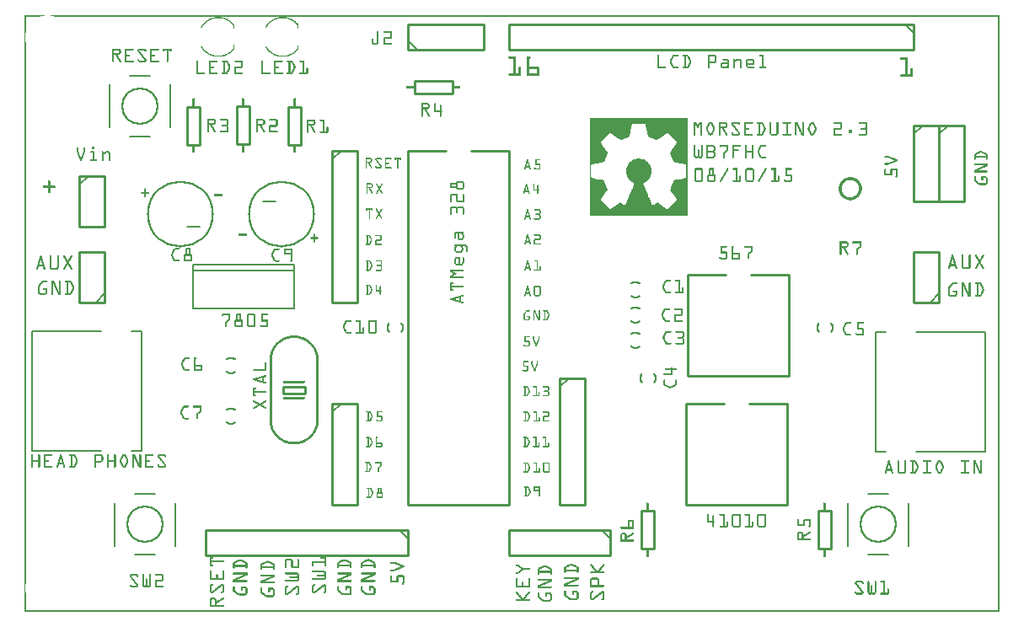
<source format=gto>
G04 MADE WITH FRITZING*
G04 WWW.FRITZING.ORG*
G04 DOUBLE SIDED*
G04 HOLES PLATED*
G04 CONTOUR ON CENTER OF CONTOUR VECTOR*
%ASAXBY*%
%FSLAX23Y23*%
%MOIN*%
%OFA0B0*%
%SFA1.0B1.0*%
%ADD10C,0.148000X0.132*%
%ADD11C,0.263906X0.247906*%
%ADD12R,0.096457X0.038714X0.076772X0.019029*%
%ADD13C,0.009843*%
%ADD14C,0.010000*%
%ADD15C,0.005000*%
%ADD16C,0.008000*%
%ADD17R,0.001000X0.001000*%
%LNSILK1*%
G90*
G70*
G54D10*
X456Y2003D03*
X3378Y347D03*
X478Y347D03*
G54D11*
X1017Y1575D03*
X617Y1575D03*
G54D13*
X1023Y893D02*
X1110Y893D01*
X1110Y864D01*
X1023Y864D01*
X1023Y893D01*
D02*
G54D14*
X1517Y1825D02*
X1517Y425D01*
D02*
X1517Y425D02*
X1917Y425D01*
D02*
X1917Y425D02*
X1917Y1825D01*
D02*
X1517Y1825D02*
X1667Y1825D01*
D02*
X1767Y1825D02*
X1917Y1825D01*
D02*
X1217Y1825D02*
X1217Y1225D01*
D02*
X1217Y1225D02*
X1317Y1225D01*
D02*
X1317Y1225D02*
X1317Y1825D01*
D02*
X1317Y1825D02*
X1217Y1825D01*
G54D15*
D02*
X1217Y1790D02*
X1252Y1825D01*
G54D14*
D02*
X1217Y825D02*
X1217Y425D01*
D02*
X1217Y425D02*
X1317Y425D01*
D02*
X1317Y425D02*
X1317Y825D01*
D02*
X1317Y825D02*
X1217Y825D01*
G54D15*
D02*
X1217Y790D02*
X1252Y825D01*
G54D14*
D02*
X3517Y1925D02*
X3517Y1625D01*
D02*
X3517Y1625D02*
X3617Y1625D01*
D02*
X3617Y1625D02*
X3617Y1925D01*
D02*
X3617Y1925D02*
X3517Y1925D01*
G54D15*
D02*
X3517Y1890D02*
X3552Y1925D01*
G54D14*
D02*
X3617Y1925D02*
X3617Y1625D01*
D02*
X3617Y1625D02*
X3717Y1625D01*
D02*
X3717Y1625D02*
X3717Y1925D01*
D02*
X3717Y1925D02*
X3617Y1925D01*
G54D15*
D02*
X3617Y1890D02*
X3652Y1925D01*
G54D14*
D02*
X1517Y325D02*
X717Y325D01*
D02*
X717Y325D02*
X717Y225D01*
D02*
X717Y225D02*
X1517Y225D01*
D02*
X1517Y225D02*
X1517Y325D01*
G54D15*
D02*
X1482Y325D02*
X1517Y290D01*
G54D14*
D02*
X2317Y325D02*
X1917Y325D01*
D02*
X1917Y325D02*
X1917Y225D01*
D02*
X1917Y225D02*
X2317Y225D01*
D02*
X2317Y225D02*
X2317Y325D01*
G54D15*
D02*
X2282Y325D02*
X2317Y290D01*
G54D14*
D02*
X3617Y1225D02*
X3617Y1425D01*
D02*
X3617Y1425D02*
X3517Y1425D01*
D02*
X3517Y1425D02*
X3517Y1225D01*
D02*
X3517Y1225D02*
X3617Y1225D01*
G54D15*
D02*
X3617Y1260D02*
X3582Y1225D01*
G54D14*
D02*
X317Y1225D02*
X317Y1425D01*
D02*
X317Y1425D02*
X217Y1425D01*
D02*
X217Y1425D02*
X217Y1225D01*
D02*
X217Y1225D02*
X317Y1225D01*
G54D15*
D02*
X317Y1260D02*
X282Y1225D01*
G54D14*
D02*
X217Y1725D02*
X217Y1525D01*
D02*
X217Y1525D02*
X317Y1525D01*
D02*
X317Y1525D02*
X317Y1725D01*
D02*
X317Y1725D02*
X217Y1725D01*
G54D15*
D02*
X217Y1690D02*
X252Y1725D01*
G54D14*
D02*
X2117Y925D02*
X2117Y425D01*
D02*
X2117Y425D02*
X2217Y425D01*
D02*
X2217Y425D02*
X2217Y925D01*
D02*
X2217Y925D02*
X2117Y925D01*
G54D15*
D02*
X2117Y890D02*
X2152Y925D01*
G54D14*
D02*
X3517Y2325D02*
X1917Y2325D01*
D02*
X1917Y2325D02*
X1917Y2225D01*
D02*
X1917Y2225D02*
X3517Y2225D01*
D02*
X3517Y2225D02*
X3517Y2325D01*
G54D15*
D02*
X3482Y2325D02*
X3517Y2290D01*
G54D14*
D02*
X2622Y1335D02*
X2622Y935D01*
D02*
X2622Y935D02*
X3022Y935D01*
D02*
X3022Y935D02*
X3022Y1335D01*
D02*
X2622Y1335D02*
X2772Y1335D01*
D02*
X2872Y1335D02*
X3022Y1335D01*
D02*
X2617Y825D02*
X2617Y425D01*
D02*
X2617Y425D02*
X3017Y425D01*
D02*
X3017Y425D02*
X3017Y825D01*
D02*
X2617Y825D02*
X2767Y825D01*
D02*
X2867Y825D02*
X3017Y825D01*
G54D16*
D02*
X462Y1111D02*
X462Y639D01*
D02*
X29Y1111D02*
X304Y1111D01*
D02*
X462Y1111D02*
X423Y1111D01*
D02*
X29Y1111D02*
X29Y639D01*
D02*
X29Y639D02*
X304Y639D01*
D02*
X462Y639D02*
X423Y639D01*
D02*
X3368Y635D02*
X3368Y1108D01*
D02*
X3801Y635D02*
X3526Y635D01*
D02*
X3368Y635D02*
X3408Y635D01*
D02*
X3801Y635D02*
X3801Y1108D01*
D02*
X3801Y1108D02*
X3526Y1108D01*
D02*
X3368Y1108D02*
X3408Y1108D01*
G54D14*
D02*
X2491Y400D02*
X2491Y250D01*
D02*
X2491Y250D02*
X2441Y250D01*
D02*
X2441Y250D02*
X2441Y400D01*
D02*
X2441Y400D02*
X2491Y400D01*
D02*
X1692Y2050D02*
X1542Y2050D01*
D02*
X1542Y2050D02*
X1542Y2100D01*
D02*
X1542Y2100D02*
X1692Y2100D01*
D02*
X1692Y2100D02*
X1692Y2050D01*
G54D16*
D02*
X336Y2088D02*
X336Y1918D01*
D02*
X576Y1918D02*
X576Y2088D01*
D02*
X416Y2123D02*
X496Y2123D01*
D02*
X415Y1883D02*
X496Y1883D01*
D02*
X3498Y262D02*
X3498Y432D01*
D02*
X3258Y432D02*
X3258Y262D01*
D02*
X3417Y227D02*
X3338Y227D01*
D02*
X3418Y467D02*
X3338Y467D01*
D02*
X598Y262D02*
X598Y432D01*
D02*
X358Y432D02*
X358Y262D01*
D02*
X517Y227D02*
X438Y227D01*
D02*
X518Y467D02*
X438Y467D01*
D02*
X1067Y1200D02*
X667Y1200D01*
D02*
X667Y1200D02*
X667Y1350D01*
D02*
X667Y1350D02*
X667Y1375D01*
D02*
X667Y1375D02*
X1067Y1375D01*
D02*
X1067Y1375D02*
X1067Y1350D01*
D02*
X1067Y1350D02*
X1067Y1200D01*
D02*
X1067Y1350D02*
X667Y1350D01*
G54D14*
D02*
X1517Y2225D02*
X1817Y2225D01*
D02*
X1817Y2225D02*
X1817Y2325D01*
D02*
X1817Y2325D02*
X1517Y2325D01*
D02*
X1517Y2325D02*
X1517Y2225D01*
G54D15*
D02*
X1552Y2225D02*
X1517Y2260D01*
G54D14*
D02*
X1042Y1849D02*
X1042Y1999D01*
D02*
X1042Y1999D02*
X1092Y1999D01*
D02*
X1092Y1999D02*
X1092Y1849D01*
D02*
X1092Y1849D02*
X1042Y1849D01*
D02*
X642Y1849D02*
X642Y1999D01*
D02*
X642Y1999D02*
X692Y1999D01*
D02*
X692Y1999D02*
X692Y1849D01*
D02*
X692Y1849D02*
X642Y1849D01*
D02*
X891Y2000D02*
X891Y1850D01*
D02*
X891Y1850D02*
X841Y1850D01*
D02*
X841Y1850D02*
X841Y2000D01*
D02*
X841Y2000D02*
X891Y2000D01*
D02*
X3191Y400D02*
X3191Y250D01*
D02*
X3191Y250D02*
X3141Y250D01*
D02*
X3141Y250D02*
X3141Y400D01*
D02*
X3141Y400D02*
X3191Y400D01*
G54D16*
D02*
X992Y1625D02*
X942Y1625D01*
D02*
X642Y1525D02*
X692Y1525D01*
G36*
X2235Y1954D02*
X2235Y1932D01*
X2455Y1932D01*
X2455Y1931D01*
X2456Y1931D01*
X2456Y1930D01*
X2457Y1930D01*
X2457Y1925D01*
X2458Y1925D01*
X2458Y1919D01*
X2459Y1919D01*
X2459Y1913D01*
X2460Y1913D01*
X2460Y1907D01*
X2461Y1907D01*
X2461Y1906D01*
X2462Y1906D01*
X2462Y1899D01*
X2463Y1899D01*
X2463Y1894D01*
X2546Y1894D01*
X2546Y1893D01*
X2547Y1893D01*
X2547Y1892D01*
X2548Y1892D01*
X2548Y1891D01*
X2549Y1891D01*
X2549Y1890D01*
X2550Y1890D01*
X2550Y1889D01*
X2551Y1889D01*
X2551Y1888D01*
X2552Y1888D01*
X2552Y1887D01*
X2553Y1887D01*
X2553Y1886D01*
X2554Y1886D01*
X2554Y1885D01*
X2555Y1885D01*
X2555Y1883D01*
X2557Y1883D01*
X2557Y1882D01*
X2558Y1882D01*
X2558Y1881D01*
X2559Y1881D01*
X2559Y1880D01*
X2560Y1880D01*
X2560Y1879D01*
X2561Y1879D01*
X2561Y1878D01*
X2562Y1878D01*
X2562Y1877D01*
X2563Y1877D01*
X2563Y1875D01*
X2564Y1875D01*
X2564Y1875D01*
X2566Y1875D01*
X2566Y1874D01*
X2567Y1874D01*
X2567Y1873D01*
X2568Y1873D01*
X2568Y1872D01*
X2569Y1872D01*
X2569Y1871D01*
X2570Y1871D01*
X2570Y1870D01*
X2571Y1870D01*
X2571Y1869D01*
X2572Y1869D01*
X2572Y1868D01*
X2573Y1868D01*
X2573Y1867D01*
X2574Y1867D01*
X2574Y1866D01*
X2575Y1866D01*
X2575Y1865D01*
X2576Y1865D01*
X2576Y1864D01*
X2577Y1864D01*
X2577Y1863D01*
X2578Y1863D01*
X2578Y1862D01*
X2579Y1862D01*
X2579Y1861D01*
X2580Y1861D01*
X2580Y1856D01*
X2579Y1856D01*
X2579Y1854D01*
X2578Y1854D01*
X2578Y1852D01*
X2577Y1852D01*
X2577Y1851D01*
X2576Y1851D01*
X2576Y1850D01*
X2575Y1850D01*
X2575Y1848D01*
X2574Y1848D01*
X2574Y1847D01*
X2573Y1847D01*
X2573Y1846D01*
X2572Y1846D01*
X2572Y1844D01*
X2571Y1844D01*
X2571Y1843D01*
X2570Y1843D01*
X2570Y1841D01*
X2569Y1841D01*
X2569Y1839D01*
X2567Y1839D01*
X2567Y1838D01*
X2566Y1838D01*
X2566Y1836D01*
X2565Y1836D01*
X2565Y1834D01*
X2564Y1834D01*
X2564Y1833D01*
X2563Y1833D01*
X2563Y1831D01*
X2562Y1831D01*
X2562Y1830D01*
X2561Y1830D01*
X2561Y1828D01*
X2560Y1828D01*
X2560Y1827D01*
X2559Y1827D01*
X2559Y1826D01*
X2558Y1826D01*
X2558Y1824D01*
X2557Y1824D01*
X2557Y1823D01*
X2556Y1823D01*
X2556Y1821D01*
X2555Y1821D01*
X2555Y1819D01*
X2554Y1819D01*
X2554Y1818D01*
X2553Y1818D01*
X2553Y1813D01*
X2554Y1813D01*
X2554Y1810D01*
X2555Y1810D01*
X2555Y1807D01*
X2556Y1807D01*
X2556Y1805D01*
X2557Y1805D01*
X2557Y1802D01*
X2558Y1802D01*
X2558Y1800D01*
X2559Y1800D01*
X2559Y1799D01*
X2560Y1799D01*
X2560Y1796D01*
X2561Y1796D01*
X2561Y1794D01*
X2562Y1794D01*
X2562Y1791D01*
X2563Y1791D01*
X2563Y1789D01*
X2564Y1789D01*
X2564Y1787D01*
X2565Y1787D01*
X2565Y1784D01*
X2566Y1784D01*
X2566Y1782D01*
X2567Y1782D01*
X2567Y1781D01*
X2568Y1781D01*
X2568Y1780D01*
X2573Y1780D01*
X2573Y1779D01*
X2577Y1779D01*
X2577Y1778D01*
X2580Y1778D01*
X2580Y1777D01*
X2586Y1777D01*
X2586Y1776D01*
X2592Y1776D01*
X2592Y1775D01*
X2598Y1775D01*
X2598Y1774D01*
X2605Y1774D01*
X2605Y1773D01*
X2612Y1773D01*
X2612Y1772D01*
X2614Y1772D01*
X2614Y1771D01*
X2616Y1771D01*
X2616Y1770D01*
X2617Y1770D01*
X2617Y1769D01*
X2618Y1769D01*
X2618Y1719D01*
X2617Y1719D01*
X2617Y1718D01*
X2615Y1718D01*
X2615Y1717D01*
X2610Y1717D01*
X2610Y1716D01*
X2608Y1716D01*
X2608Y1715D01*
X2602Y1715D01*
X2602Y1714D01*
X2599Y1714D01*
X2599Y1713D01*
X2593Y1713D01*
X2593Y1712D01*
X2587Y1712D01*
X2587Y1711D01*
X2580Y1711D01*
X2580Y1710D01*
X2574Y1710D01*
X2574Y1709D01*
X2569Y1709D01*
X2569Y1708D01*
X2568Y1708D01*
X2568Y1705D01*
X2566Y1705D01*
X2566Y1702D01*
X2565Y1702D01*
X2565Y1699D01*
X2564Y1699D01*
X2564Y1696D01*
X2563Y1696D01*
X2563Y1694D01*
X2562Y1694D01*
X2562Y1691D01*
X2561Y1691D01*
X2561Y1688D01*
X2560Y1688D01*
X2560Y1685D01*
X2558Y1685D01*
X2558Y1682D01*
X2557Y1682D01*
X2557Y1679D01*
X2556Y1679D01*
X2556Y1676D01*
X2555Y1676D01*
X2555Y1673D01*
X2554Y1673D01*
X2554Y1669D01*
X2555Y1669D01*
X2555Y1667D01*
X2556Y1667D01*
X2556Y1666D01*
X2557Y1666D01*
X2557Y1664D01*
X2558Y1664D01*
X2558Y1663D01*
X2559Y1663D01*
X2559Y1662D01*
X2560Y1662D01*
X2560Y1660D01*
X2561Y1660D01*
X2561Y1659D01*
X2562Y1659D01*
X2562Y1658D01*
X2563Y1658D01*
X2563Y1657D01*
X2564Y1657D01*
X2564Y1656D01*
X2565Y1656D01*
X2565Y1654D01*
X2566Y1654D01*
X2566Y1652D01*
X2567Y1652D01*
X2567Y1651D01*
X2568Y1651D01*
X2568Y1650D01*
X2569Y1650D01*
X2569Y1648D01*
X2570Y1648D01*
X2570Y1646D01*
X2571Y1646D01*
X2571Y1645D01*
X2572Y1645D01*
X2572Y1643D01*
X2573Y1643D01*
X2573Y1642D01*
X2574Y1642D01*
X2574Y1641D01*
X2575Y1641D01*
X2575Y1639D01*
X2576Y1639D01*
X2576Y1638D01*
X2577Y1638D01*
X2577Y1637D01*
X2578Y1637D01*
X2578Y1635D01*
X2579Y1635D01*
X2579Y1634D01*
X2580Y1634D01*
X2580Y1629D01*
X2579Y1629D01*
X2579Y1628D01*
X2578Y1628D01*
X2578Y1627D01*
X2577Y1627D01*
X2577Y1626D01*
X2576Y1626D01*
X2576Y1625D01*
X2575Y1625D01*
X2575Y1624D01*
X2574Y1624D01*
X2574Y1623D01*
X2573Y1623D01*
X2573Y1622D01*
X2572Y1622D01*
X2572Y1621D01*
X2571Y1621D01*
X2571Y1620D01*
X2570Y1620D01*
X2570Y1619D01*
X2569Y1619D01*
X2569Y1618D01*
X2568Y1618D01*
X2568Y1617D01*
X2567Y1617D01*
X2567Y1616D01*
X2566Y1616D01*
X2566Y1615D01*
X2565Y1615D01*
X2565Y1614D01*
X2564Y1614D01*
X2564Y1613D01*
X2563Y1613D01*
X2563Y1612D01*
X2562Y1612D01*
X2562Y1611D01*
X2561Y1611D01*
X2561Y1610D01*
X2560Y1610D01*
X2560Y1609D01*
X2559Y1609D01*
X2559Y1608D01*
X2558Y1608D01*
X2558Y1607D01*
X2557Y1607D01*
X2557Y1606D01*
X2556Y1606D01*
X2556Y1605D01*
X2555Y1605D01*
X2555Y1604D01*
X2554Y1604D01*
X2554Y1603D01*
X2553Y1603D01*
X2553Y1602D01*
X2552Y1602D01*
X2552Y1601D01*
X2551Y1601D01*
X2551Y1600D01*
X2550Y1600D01*
X2550Y1599D01*
X2549Y1599D01*
X2549Y1598D01*
X2548Y1598D01*
X2548Y1597D01*
X2547Y1597D01*
X2547Y1596D01*
X2546Y1596D01*
X2546Y1595D01*
X2545Y1595D01*
X2545Y1594D01*
X2622Y1594D01*
X2622Y1954D01*
X2235Y1954D01*
G37*
D02*
G36*
X2235Y1932D02*
X2235Y1895D01*
X2316Y1895D01*
X2316Y1894D01*
X2319Y1894D01*
X2319Y1893D01*
X2320Y1893D01*
X2320Y1892D01*
X2322Y1892D01*
X2322Y1891D01*
X2323Y1891D01*
X2323Y1890D01*
X2325Y1890D01*
X2325Y1889D01*
X2326Y1889D01*
X2326Y1888D01*
X2328Y1888D01*
X2328Y1887D01*
X2329Y1887D01*
X2329Y1886D01*
X2330Y1886D01*
X2330Y1885D01*
X2331Y1885D01*
X2331Y1884D01*
X2333Y1884D01*
X2333Y1883D01*
X2335Y1883D01*
X2335Y1882D01*
X2336Y1882D01*
X2336Y1881D01*
X2338Y1881D01*
X2338Y1880D01*
X2340Y1880D01*
X2340Y1879D01*
X2341Y1879D01*
X2341Y1878D01*
X2342Y1878D01*
X2342Y1877D01*
X2344Y1877D01*
X2344Y1876D01*
X2345Y1876D01*
X2345Y1875D01*
X2346Y1875D01*
X2346Y1875D01*
X2348Y1875D01*
X2348Y1874D01*
X2349Y1874D01*
X2349Y1873D01*
X2351Y1873D01*
X2351Y1872D01*
X2353Y1872D01*
X2353Y1870D01*
X2355Y1870D01*
X2355Y1869D01*
X2357Y1869D01*
X2357Y1868D01*
X2362Y1868D01*
X2362Y1869D01*
X2365Y1869D01*
X2365Y1870D01*
X2367Y1870D01*
X2367Y1871D01*
X2368Y1871D01*
X2368Y1872D01*
X2371Y1872D01*
X2371Y1873D01*
X2374Y1873D01*
X2374Y1874D01*
X2377Y1874D01*
X2377Y1875D01*
X2380Y1875D01*
X2380Y1875D01*
X2382Y1875D01*
X2382Y1876D01*
X2384Y1876D01*
X2384Y1877D01*
X2386Y1877D01*
X2386Y1878D01*
X2389Y1878D01*
X2389Y1879D01*
X2390Y1879D01*
X2390Y1880D01*
X2393Y1880D01*
X2393Y1883D01*
X2394Y1883D01*
X2394Y1890D01*
X2395Y1890D01*
X2395Y1891D01*
X2396Y1891D01*
X2396Y1897D01*
X2397Y1897D01*
X2397Y1903D01*
X2398Y1903D01*
X2398Y1910D01*
X2399Y1910D01*
X2399Y1915D01*
X2400Y1915D01*
X2400Y1920D01*
X2401Y1920D01*
X2401Y1926D01*
X2402Y1926D01*
X2402Y1930D01*
X2403Y1930D01*
X2403Y1931D01*
X2404Y1931D01*
X2404Y1932D01*
X2235Y1932D01*
G37*
D02*
G36*
X2235Y1895D02*
X2235Y1594D01*
X2314Y1594D01*
X2314Y1595D01*
X2313Y1595D01*
X2313Y1596D01*
X2312Y1596D01*
X2312Y1597D01*
X2311Y1597D01*
X2311Y1598D01*
X2310Y1598D01*
X2310Y1599D01*
X2309Y1599D01*
X2309Y1600D01*
X2308Y1600D01*
X2308Y1601D01*
X2307Y1601D01*
X2307Y1602D01*
X2306Y1602D01*
X2306Y1603D01*
X2305Y1603D01*
X2305Y1604D01*
X2304Y1604D01*
X2304Y1605D01*
X2303Y1605D01*
X2303Y1606D01*
X2302Y1606D01*
X2302Y1607D01*
X2301Y1607D01*
X2301Y1608D01*
X2300Y1608D01*
X2300Y1609D01*
X2299Y1609D01*
X2299Y1610D01*
X2298Y1610D01*
X2298Y1611D01*
X2297Y1611D01*
X2297Y1612D01*
X2296Y1612D01*
X2296Y1613D01*
X2295Y1613D01*
X2295Y1614D01*
X2294Y1614D01*
X2294Y1615D01*
X2293Y1615D01*
X2293Y1616D01*
X2292Y1616D01*
X2292Y1617D01*
X2291Y1617D01*
X2291Y1618D01*
X2290Y1618D01*
X2290Y1619D01*
X2289Y1619D01*
X2289Y1620D01*
X2288Y1620D01*
X2288Y1621D01*
X2287Y1621D01*
X2287Y1622D01*
X2286Y1622D01*
X2286Y1623D01*
X2285Y1623D01*
X2285Y1624D01*
X2284Y1624D01*
X2284Y1625D01*
X2283Y1625D01*
X2283Y1626D01*
X2282Y1626D01*
X2282Y1627D01*
X2281Y1627D01*
X2281Y1628D01*
X2280Y1628D01*
X2280Y1629D01*
X2279Y1629D01*
X2279Y1634D01*
X2280Y1634D01*
X2280Y1635D01*
X2281Y1635D01*
X2281Y1636D01*
X2282Y1636D01*
X2282Y1637D01*
X2283Y1637D01*
X2283Y1639D01*
X2284Y1639D01*
X2284Y1641D01*
X2285Y1641D01*
X2285Y1642D01*
X2286Y1642D01*
X2286Y1644D01*
X2287Y1644D01*
X2287Y1645D01*
X2288Y1645D01*
X2288Y1646D01*
X2289Y1646D01*
X2289Y1648D01*
X2290Y1648D01*
X2290Y1649D01*
X2291Y1649D01*
X2291Y1651D01*
X2292Y1651D01*
X2292Y1652D01*
X2293Y1652D01*
X2293Y1654D01*
X2294Y1654D01*
X2294Y1655D01*
X2295Y1655D01*
X2295Y1657D01*
X2296Y1657D01*
X2296Y1657D01*
X2297Y1657D01*
X2297Y1658D01*
X2298Y1658D01*
X2298Y1660D01*
X2299Y1660D01*
X2299Y1661D01*
X2300Y1661D01*
X2300Y1663D01*
X2301Y1663D01*
X2301Y1665D01*
X2302Y1665D01*
X2302Y1666D01*
X2303Y1666D01*
X2303Y1668D01*
X2304Y1668D01*
X2304Y1669D01*
X2306Y1669D01*
X2306Y1673D01*
X2305Y1673D01*
X2305Y1674D01*
X2304Y1674D01*
X2304Y1677D01*
X2303Y1677D01*
X2303Y1678D01*
X2302Y1678D01*
X2302Y1681D01*
X2301Y1681D01*
X2301Y1684D01*
X2300Y1684D01*
X2300Y1687D01*
X2299Y1687D01*
X2299Y1690D01*
X2298Y1690D01*
X2298Y1692D01*
X2297Y1692D01*
X2297Y1693D01*
X2296Y1693D01*
X2296Y1696D01*
X2295Y1696D01*
X2295Y1699D01*
X2294Y1699D01*
X2294Y1702D01*
X2293Y1702D01*
X2293Y1705D01*
X2292Y1705D01*
X2292Y1707D01*
X2291Y1707D01*
X2291Y1708D01*
X2290Y1708D01*
X2290Y1709D01*
X2285Y1709D01*
X2285Y1710D01*
X2279Y1710D01*
X2279Y1711D01*
X2272Y1711D01*
X2272Y1712D01*
X2266Y1712D01*
X2266Y1713D01*
X2260Y1713D01*
X2260Y1714D01*
X2256Y1714D01*
X2256Y1715D01*
X2252Y1715D01*
X2252Y1716D01*
X2249Y1716D01*
X2249Y1717D01*
X2244Y1717D01*
X2244Y1718D01*
X2242Y1718D01*
X2242Y1720D01*
X2241Y1720D01*
X2241Y1769D01*
X2242Y1769D01*
X2242Y1770D01*
X2243Y1770D01*
X2243Y1771D01*
X2245Y1771D01*
X2245Y1772D01*
X2247Y1772D01*
X2247Y1773D01*
X2254Y1773D01*
X2254Y1774D01*
X2261Y1774D01*
X2261Y1775D01*
X2267Y1775D01*
X2267Y1776D01*
X2273Y1776D01*
X2273Y1777D01*
X2280Y1777D01*
X2280Y1778D01*
X2283Y1778D01*
X2283Y1779D01*
X2287Y1779D01*
X2287Y1780D01*
X2291Y1780D01*
X2291Y1781D01*
X2293Y1781D01*
X2293Y1784D01*
X2294Y1784D01*
X2294Y1786D01*
X2295Y1786D01*
X2295Y1789D01*
X2296Y1789D01*
X2296Y1791D01*
X2297Y1791D01*
X2297Y1793D01*
X2298Y1793D01*
X2298Y1795D01*
X2299Y1795D01*
X2299Y1798D01*
X2300Y1798D01*
X2300Y1800D01*
X2301Y1800D01*
X2301Y1803D01*
X2302Y1803D01*
X2302Y1806D01*
X2303Y1806D01*
X2303Y1808D01*
X2304Y1808D01*
X2304Y1810D01*
X2305Y1810D01*
X2305Y1811D01*
X2306Y1811D01*
X2306Y1813D01*
X2307Y1813D01*
X2307Y1817D01*
X2306Y1817D01*
X2306Y1819D01*
X2305Y1819D01*
X2305Y1820D01*
X2304Y1820D01*
X2304Y1821D01*
X2303Y1821D01*
X2303Y1822D01*
X2302Y1822D01*
X2302Y1824D01*
X2301Y1824D01*
X2301Y1825D01*
X2300Y1825D01*
X2300Y1827D01*
X2299Y1827D01*
X2299Y1829D01*
X2298Y1829D01*
X2298Y1830D01*
X2297Y1830D01*
X2297Y1832D01*
X2296Y1832D01*
X2296Y1833D01*
X2295Y1833D01*
X2295Y1834D01*
X2294Y1834D01*
X2294Y1836D01*
X2293Y1836D01*
X2293Y1838D01*
X2292Y1838D01*
X2292Y1839D01*
X2291Y1839D01*
X2291Y1841D01*
X2290Y1841D01*
X2290Y1842D01*
X2289Y1842D01*
X2289Y1843D01*
X2288Y1843D01*
X2288Y1844D01*
X2287Y1844D01*
X2287Y1846D01*
X2286Y1846D01*
X2286Y1847D01*
X2285Y1847D01*
X2285Y1849D01*
X2284Y1849D01*
X2284Y1851D01*
X2283Y1851D01*
X2283Y1853D01*
X2282Y1853D01*
X2282Y1854D01*
X2281Y1854D01*
X2281Y1855D01*
X2280Y1855D01*
X2280Y1856D01*
X2279Y1856D01*
X2279Y1860D01*
X2280Y1860D01*
X2280Y1861D01*
X2281Y1861D01*
X2281Y1862D01*
X2282Y1862D01*
X2282Y1863D01*
X2283Y1863D01*
X2283Y1864D01*
X2284Y1864D01*
X2284Y1865D01*
X2285Y1865D01*
X2285Y1866D01*
X2286Y1866D01*
X2286Y1867D01*
X2287Y1867D01*
X2287Y1868D01*
X2288Y1868D01*
X2288Y1869D01*
X2289Y1869D01*
X2289Y1870D01*
X2290Y1870D01*
X2290Y1871D01*
X2291Y1871D01*
X2291Y1872D01*
X2292Y1872D01*
X2292Y1873D01*
X2293Y1873D01*
X2293Y1874D01*
X2294Y1874D01*
X2294Y1875D01*
X2295Y1875D01*
X2295Y1875D01*
X2296Y1875D01*
X2296Y1876D01*
X2297Y1876D01*
X2297Y1877D01*
X2298Y1877D01*
X2298Y1878D01*
X2299Y1878D01*
X2299Y1879D01*
X2300Y1879D01*
X2300Y1880D01*
X2301Y1880D01*
X2301Y1881D01*
X2302Y1881D01*
X2302Y1882D01*
X2303Y1882D01*
X2303Y1883D01*
X2304Y1883D01*
X2304Y1884D01*
X2305Y1884D01*
X2305Y1885D01*
X2306Y1885D01*
X2306Y1886D01*
X2307Y1886D01*
X2307Y1887D01*
X2308Y1887D01*
X2308Y1888D01*
X2309Y1888D01*
X2309Y1889D01*
X2310Y1889D01*
X2310Y1890D01*
X2311Y1890D01*
X2311Y1891D01*
X2312Y1891D01*
X2312Y1892D01*
X2313Y1892D01*
X2313Y1893D01*
X2314Y1893D01*
X2314Y1894D01*
X2315Y1894D01*
X2315Y1895D01*
X2235Y1895D01*
G37*
D02*
G36*
X2463Y1894D02*
X2463Y1893D01*
X2464Y1893D01*
X2464Y1888D01*
X2465Y1888D01*
X2465Y1883D01*
X2466Y1883D01*
X2466Y1880D01*
X2469Y1880D01*
X2469Y1879D01*
X2471Y1879D01*
X2471Y1878D01*
X2473Y1878D01*
X2473Y1877D01*
X2476Y1877D01*
X2476Y1876D01*
X2477Y1876D01*
X2477Y1875D01*
X2479Y1875D01*
X2479Y1875D01*
X2482Y1875D01*
X2482Y1874D01*
X2485Y1874D01*
X2485Y1873D01*
X2488Y1873D01*
X2488Y1872D01*
X2491Y1872D01*
X2491Y1871D01*
X2492Y1871D01*
X2492Y1870D01*
X2494Y1870D01*
X2494Y1869D01*
X2497Y1869D01*
X2497Y1868D01*
X2503Y1868D01*
X2503Y1869D01*
X2504Y1869D01*
X2504Y1870D01*
X2506Y1870D01*
X2506Y1871D01*
X2507Y1871D01*
X2507Y1872D01*
X2508Y1872D01*
X2508Y1873D01*
X2510Y1873D01*
X2510Y1874D01*
X2511Y1874D01*
X2511Y1875D01*
X2513Y1875D01*
X2513Y1875D01*
X2514Y1875D01*
X2514Y1876D01*
X2516Y1876D01*
X2516Y1877D01*
X2517Y1877D01*
X2517Y1878D01*
X2518Y1878D01*
X2518Y1879D01*
X2519Y1879D01*
X2519Y1880D01*
X2521Y1880D01*
X2521Y1881D01*
X2523Y1881D01*
X2523Y1882D01*
X2525Y1882D01*
X2525Y1883D01*
X2526Y1883D01*
X2526Y1884D01*
X2528Y1884D01*
X2528Y1885D01*
X2529Y1885D01*
X2529Y1886D01*
X2530Y1886D01*
X2530Y1887D01*
X2531Y1887D01*
X2531Y1888D01*
X2533Y1888D01*
X2533Y1889D01*
X2534Y1889D01*
X2534Y1890D01*
X2535Y1890D01*
X2535Y1891D01*
X2536Y1891D01*
X2536Y1892D01*
X2538Y1892D01*
X2538Y1893D01*
X2539Y1893D01*
X2539Y1894D01*
X2463Y1894D01*
G37*
D02*
G36*
X2421Y1794D02*
X2421Y1793D01*
X2416Y1793D01*
X2416Y1792D01*
X2412Y1792D01*
X2412Y1791D01*
X2410Y1791D01*
X2410Y1790D01*
X2408Y1790D01*
X2408Y1789D01*
X2406Y1789D01*
X2406Y1788D01*
X2405Y1788D01*
X2405Y1787D01*
X2403Y1787D01*
X2403Y1786D01*
X2401Y1786D01*
X2401Y1785D01*
X2400Y1785D01*
X2400Y1784D01*
X2399Y1784D01*
X2399Y1783D01*
X2397Y1783D01*
X2397Y1782D01*
X2396Y1782D01*
X2396Y1781D01*
X2395Y1781D01*
X2395Y1780D01*
X2394Y1780D01*
X2394Y1779D01*
X2393Y1779D01*
X2393Y1778D01*
X2392Y1778D01*
X2392Y1777D01*
X2391Y1777D01*
X2391Y1776D01*
X2390Y1776D01*
X2390Y1774D01*
X2389Y1774D01*
X2389Y1773D01*
X2388Y1773D01*
X2388Y1771D01*
X2387Y1771D01*
X2387Y1770D01*
X2386Y1770D01*
X2386Y1769D01*
X2385Y1769D01*
X2385Y1766D01*
X2384Y1766D01*
X2384Y1765D01*
X2383Y1765D01*
X2383Y1762D01*
X2382Y1762D01*
X2382Y1759D01*
X2381Y1759D01*
X2381Y1755D01*
X2380Y1755D01*
X2380Y1746D01*
X2379Y1746D01*
X2379Y1743D01*
X2380Y1743D01*
X2380Y1734D01*
X2381Y1734D01*
X2381Y1730D01*
X2382Y1730D01*
X2382Y1727D01*
X2383Y1727D01*
X2383Y1724D01*
X2384Y1724D01*
X2384Y1722D01*
X2385Y1722D01*
X2385Y1719D01*
X2386Y1719D01*
X2386Y1718D01*
X2387Y1718D01*
X2387Y1716D01*
X2388Y1716D01*
X2388Y1715D01*
X2389Y1715D01*
X2389Y1714D01*
X2390Y1714D01*
X2390Y1712D01*
X2391Y1712D01*
X2391Y1711D01*
X2392Y1711D01*
X2392Y1710D01*
X2393Y1710D01*
X2393Y1709D01*
X2394Y1709D01*
X2394Y1708D01*
X2395Y1708D01*
X2395Y1707D01*
X2396Y1707D01*
X2396Y1706D01*
X2397Y1706D01*
X2397Y1705D01*
X2398Y1705D01*
X2398Y1704D01*
X2400Y1704D01*
X2400Y1703D01*
X2401Y1703D01*
X2401Y1702D01*
X2403Y1702D01*
X2403Y1701D01*
X2404Y1701D01*
X2404Y1700D01*
X2406Y1700D01*
X2406Y1699D01*
X2407Y1699D01*
X2407Y1698D01*
X2409Y1698D01*
X2409Y1697D01*
X2410Y1697D01*
X2410Y1695D01*
X2411Y1695D01*
X2411Y1692D01*
X2410Y1692D01*
X2410Y1689D01*
X2409Y1689D01*
X2409Y1686D01*
X2408Y1686D01*
X2408Y1684D01*
X2407Y1684D01*
X2407Y1681D01*
X2406Y1681D01*
X2406Y1679D01*
X2405Y1679D01*
X2405Y1676D01*
X2404Y1676D01*
X2404Y1673D01*
X2402Y1673D01*
X2402Y1671D01*
X2401Y1671D01*
X2401Y1668D01*
X2400Y1668D01*
X2400Y1665D01*
X2399Y1665D01*
X2399Y1662D01*
X2398Y1662D01*
X2398Y1659D01*
X2397Y1659D01*
X2397Y1657D01*
X2396Y1657D01*
X2396Y1656D01*
X2395Y1656D01*
X2395Y1654D01*
X2394Y1654D01*
X2394Y1651D01*
X2393Y1651D01*
X2393Y1650D01*
X2392Y1650D01*
X2392Y1647D01*
X2391Y1647D01*
X2391Y1645D01*
X2390Y1645D01*
X2390Y1642D01*
X2389Y1642D01*
X2389Y1639D01*
X2388Y1639D01*
X2388Y1636D01*
X2387Y1636D01*
X2387Y1635D01*
X2386Y1635D01*
X2386Y1632D01*
X2385Y1632D01*
X2385Y1630D01*
X2384Y1630D01*
X2384Y1627D01*
X2383Y1627D01*
X2383Y1624D01*
X2382Y1624D01*
X2382Y1622D01*
X2381Y1622D01*
X2381Y1619D01*
X2380Y1619D01*
X2380Y1617D01*
X2379Y1617D01*
X2379Y1615D01*
X2378Y1615D01*
X2378Y1614D01*
X2377Y1614D01*
X2377Y1611D01*
X2482Y1611D01*
X2482Y1613D01*
X2481Y1613D01*
X2481Y1615D01*
X2480Y1615D01*
X2480Y1618D01*
X2479Y1618D01*
X2479Y1621D01*
X2478Y1621D01*
X2478Y1624D01*
X2476Y1624D01*
X2476Y1627D01*
X2475Y1627D01*
X2475Y1630D01*
X2474Y1630D01*
X2474Y1633D01*
X2473Y1633D01*
X2473Y1635D01*
X2472Y1635D01*
X2472Y1637D01*
X2471Y1637D01*
X2471Y1640D01*
X2470Y1640D01*
X2470Y1642D01*
X2469Y1642D01*
X2469Y1643D01*
X2468Y1643D01*
X2468Y1644D01*
X2469Y1644D01*
X2469Y1645D01*
X2468Y1645D01*
X2468Y1646D01*
X2467Y1646D01*
X2467Y1649D01*
X2466Y1649D01*
X2466Y1652D01*
X2465Y1652D01*
X2465Y1655D01*
X2464Y1655D01*
X2464Y1657D01*
X2463Y1657D01*
X2463Y1659D01*
X2462Y1659D01*
X2462Y1661D01*
X2461Y1661D01*
X2461Y1662D01*
X2460Y1662D01*
X2460Y1664D01*
X2459Y1664D01*
X2459Y1667D01*
X2458Y1667D01*
X2458Y1669D01*
X2457Y1669D01*
X2457Y1672D01*
X2456Y1672D01*
X2456Y1675D01*
X2455Y1675D01*
X2455Y1678D01*
X2454Y1678D01*
X2454Y1681D01*
X2453Y1681D01*
X2453Y1683D01*
X2452Y1683D01*
X2452Y1684D01*
X2451Y1684D01*
X2451Y1687D01*
X2450Y1687D01*
X2450Y1689D01*
X2449Y1689D01*
X2449Y1692D01*
X2448Y1692D01*
X2448Y1695D01*
X2449Y1695D01*
X2449Y1697D01*
X2450Y1697D01*
X2450Y1698D01*
X2452Y1698D01*
X2452Y1699D01*
X2453Y1699D01*
X2453Y1700D01*
X2455Y1700D01*
X2455Y1701D01*
X2457Y1701D01*
X2457Y1702D01*
X2458Y1702D01*
X2458Y1703D01*
X2460Y1703D01*
X2460Y1704D01*
X2461Y1704D01*
X2461Y1705D01*
X2463Y1705D01*
X2463Y1706D01*
X2464Y1706D01*
X2464Y1708D01*
X2465Y1708D01*
X2465Y1709D01*
X2466Y1709D01*
X2466Y1710D01*
X2467Y1710D01*
X2467Y1711D01*
X2468Y1711D01*
X2468Y1712D01*
X2469Y1712D01*
X2469Y1713D01*
X2470Y1713D01*
X2470Y1715D01*
X2471Y1715D01*
X2471Y1716D01*
X2472Y1716D01*
X2472Y1718D01*
X2473Y1718D01*
X2473Y1719D01*
X2474Y1719D01*
X2474Y1721D01*
X2475Y1721D01*
X2475Y1724D01*
X2476Y1724D01*
X2476Y1726D01*
X2477Y1726D01*
X2477Y1727D01*
X2478Y1727D01*
X2478Y1730D01*
X2479Y1730D01*
X2479Y1736D01*
X2480Y1736D01*
X2480Y1753D01*
X2479Y1753D01*
X2479Y1758D01*
X2478Y1758D01*
X2478Y1762D01*
X2477Y1762D01*
X2477Y1763D01*
X2476Y1763D01*
X2476Y1765D01*
X2475Y1765D01*
X2475Y1767D01*
X2474Y1767D01*
X2474Y1769D01*
X2473Y1769D01*
X2473Y1770D01*
X2472Y1770D01*
X2472Y1772D01*
X2471Y1772D01*
X2471Y1773D01*
X2470Y1773D01*
X2470Y1775D01*
X2469Y1775D01*
X2469Y1776D01*
X2468Y1776D01*
X2468Y1777D01*
X2467Y1777D01*
X2467Y1778D01*
X2466Y1778D01*
X2466Y1779D01*
X2465Y1779D01*
X2465Y1780D01*
X2464Y1780D01*
X2464Y1781D01*
X2463Y1781D01*
X2463Y1782D01*
X2462Y1782D01*
X2462Y1783D01*
X2461Y1783D01*
X2461Y1784D01*
X2459Y1784D01*
X2459Y1785D01*
X2458Y1785D01*
X2458Y1786D01*
X2456Y1786D01*
X2456Y1787D01*
X2454Y1787D01*
X2454Y1789D01*
X2452Y1789D01*
X2452Y1790D01*
X2450Y1790D01*
X2450Y1791D01*
X2447Y1791D01*
X2447Y1792D01*
X2443Y1792D01*
X2443Y1793D01*
X2438Y1793D01*
X2438Y1794D01*
X2421Y1794D01*
G37*
D02*
G36*
X2354Y1620D02*
X2354Y1619D01*
X2353Y1619D01*
X2353Y1618D01*
X2352Y1618D01*
X2352Y1617D01*
X2350Y1617D01*
X2350Y1616D01*
X2349Y1616D01*
X2349Y1615D01*
X2348Y1615D01*
X2348Y1614D01*
X2346Y1614D01*
X2346Y1613D01*
X2345Y1613D01*
X2345Y1612D01*
X2343Y1612D01*
X2343Y1611D01*
X2372Y1611D01*
X2372Y1612D01*
X2369Y1612D01*
X2369Y1613D01*
X2367Y1613D01*
X2367Y1614D01*
X2365Y1614D01*
X2365Y1615D01*
X2364Y1615D01*
X2364Y1616D01*
X2362Y1616D01*
X2362Y1617D01*
X2360Y1617D01*
X2360Y1618D01*
X2359Y1618D01*
X2359Y1619D01*
X2357Y1619D01*
X2357Y1620D01*
X2354Y1620D01*
G37*
D02*
G36*
X2502Y1620D02*
X2502Y1619D01*
X2501Y1619D01*
X2501Y1618D01*
X2499Y1618D01*
X2499Y1617D01*
X2498Y1617D01*
X2498Y1616D01*
X2496Y1616D01*
X2496Y1615D01*
X2495Y1615D01*
X2495Y1614D01*
X2492Y1614D01*
X2492Y1613D01*
X2490Y1613D01*
X2490Y1612D01*
X2488Y1612D01*
X2488Y1611D01*
X2516Y1611D01*
X2516Y1612D01*
X2515Y1612D01*
X2515Y1613D01*
X2513Y1613D01*
X2513Y1614D01*
X2511Y1614D01*
X2511Y1615D01*
X2510Y1615D01*
X2510Y1616D01*
X2509Y1616D01*
X2509Y1617D01*
X2507Y1617D01*
X2507Y1618D01*
X2506Y1618D01*
X2506Y1619D01*
X2505Y1619D01*
X2505Y1620D01*
X2502Y1620D01*
G37*
D02*
G36*
X2341Y1611D02*
X2341Y1610D01*
X2518Y1610D01*
X2518Y1611D01*
X2341Y1611D01*
G37*
D02*
G36*
X2341Y1611D02*
X2341Y1610D01*
X2518Y1610D01*
X2518Y1611D01*
X2341Y1611D01*
G37*
D02*
G36*
X2341Y1611D02*
X2341Y1610D01*
X2518Y1610D01*
X2518Y1611D01*
X2341Y1611D01*
G37*
D02*
G36*
X2340Y1610D02*
X2340Y1609D01*
X2338Y1609D01*
X2338Y1608D01*
X2337Y1608D01*
X2337Y1607D01*
X2336Y1607D01*
X2336Y1606D01*
X2334Y1606D01*
X2334Y1605D01*
X2333Y1605D01*
X2333Y1604D01*
X2331Y1604D01*
X2331Y1603D01*
X2330Y1603D01*
X2330Y1602D01*
X2328Y1602D01*
X2328Y1601D01*
X2327Y1601D01*
X2327Y1600D01*
X2325Y1600D01*
X2325Y1599D01*
X2324Y1599D01*
X2324Y1598D01*
X2323Y1598D01*
X2323Y1597D01*
X2321Y1597D01*
X2321Y1596D01*
X2319Y1596D01*
X2319Y1595D01*
X2318Y1595D01*
X2318Y1594D01*
X2540Y1594D01*
X2540Y1595D01*
X2539Y1595D01*
X2539Y1596D01*
X2537Y1596D01*
X2537Y1597D01*
X2535Y1597D01*
X2535Y1598D01*
X2534Y1598D01*
X2534Y1599D01*
X2534Y1599D01*
X2534Y1600D01*
X2533Y1600D01*
X2533Y1601D01*
X2531Y1601D01*
X2531Y1602D01*
X2529Y1602D01*
X2529Y1603D01*
X2528Y1603D01*
X2528Y1604D01*
X2526Y1604D01*
X2526Y1605D01*
X2525Y1605D01*
X2525Y1606D01*
X2523Y1606D01*
X2523Y1608D01*
X2521Y1608D01*
X2521Y1609D01*
X2520Y1609D01*
X2520Y1610D01*
X2340Y1610D01*
G37*
D02*
G36*
X2235Y1594D02*
X2235Y1593D01*
X2622Y1593D01*
X2622Y1594D01*
X2235Y1594D01*
G37*
D02*
G36*
X2235Y1594D02*
X2235Y1593D01*
X2622Y1593D01*
X2622Y1594D01*
X2235Y1594D01*
G37*
D02*
G36*
X2235Y1594D02*
X2235Y1593D01*
X2622Y1593D01*
X2622Y1594D01*
X2235Y1594D01*
G37*
D02*
G36*
X2235Y1593D02*
X2235Y1567D01*
X2622Y1567D01*
X2622Y1593D01*
X2235Y1593D01*
G37*
D02*
G54D17*
X0Y2362D02*
X3857Y2362D01*
X0Y2361D02*
X3857Y2361D01*
X0Y2360D02*
X79Y2360D01*
X102Y2360D02*
X3857Y2360D01*
X0Y2359D02*
X73Y2359D01*
X108Y2359D02*
X3857Y2359D01*
X0Y2358D02*
X69Y2358D01*
X111Y2358D02*
X3857Y2358D01*
X0Y2357D02*
X66Y2357D01*
X115Y2357D02*
X3857Y2357D01*
X0Y2356D02*
X63Y2356D01*
X118Y2356D02*
X3857Y2356D01*
X0Y2355D02*
X60Y2355D01*
X121Y2355D02*
X3857Y2355D01*
X0Y2354D02*
X7Y2354D01*
X760Y2354D02*
X773Y2354D01*
X1015Y2354D02*
X1027Y2354D01*
X3850Y2354D02*
X3857Y2354D01*
X0Y2353D02*
X7Y2353D01*
X753Y2353D02*
X780Y2353D01*
X1007Y2353D02*
X1035Y2353D01*
X3850Y2353D02*
X3857Y2353D01*
X0Y2352D02*
X7Y2352D01*
X748Y2352D02*
X785Y2352D01*
X1002Y2352D02*
X1040Y2352D01*
X3850Y2352D02*
X3857Y2352D01*
X0Y2351D02*
X7Y2351D01*
X744Y2351D02*
X789Y2351D01*
X999Y2351D02*
X1043Y2351D01*
X3850Y2351D02*
X3857Y2351D01*
X0Y2350D02*
X7Y2350D01*
X741Y2350D02*
X792Y2350D01*
X995Y2350D02*
X1046Y2350D01*
X3850Y2350D02*
X3857Y2350D01*
X0Y2349D02*
X7Y2349D01*
X738Y2349D02*
X757Y2349D01*
X775Y2349D02*
X795Y2349D01*
X993Y2349D02*
X1011Y2349D01*
X1030Y2349D02*
X1049Y2349D01*
X3850Y2349D02*
X3857Y2349D01*
X0Y2348D02*
X7Y2348D01*
X736Y2348D02*
X751Y2348D01*
X781Y2348D02*
X797Y2348D01*
X990Y2348D02*
X1005Y2348D01*
X1036Y2348D02*
X1051Y2348D01*
X3850Y2348D02*
X3857Y2348D01*
X0Y2347D02*
X7Y2347D01*
X733Y2347D02*
X747Y2347D01*
X786Y2347D02*
X799Y2347D01*
X988Y2347D02*
X1001Y2347D01*
X1040Y2347D02*
X1054Y2347D01*
X3850Y2347D02*
X3857Y2347D01*
X0Y2346D02*
X7Y2346D01*
X731Y2346D02*
X743Y2346D01*
X789Y2346D02*
X801Y2346D01*
X986Y2346D02*
X998Y2346D01*
X1043Y2346D02*
X1056Y2346D01*
X3850Y2346D02*
X3857Y2346D01*
X0Y2345D02*
X7Y2345D01*
X729Y2345D02*
X740Y2345D01*
X792Y2345D02*
X803Y2345D01*
X984Y2345D02*
X995Y2345D01*
X1047Y2345D02*
X1058Y2345D01*
X3850Y2345D02*
X3857Y2345D01*
X0Y2344D02*
X7Y2344D01*
X728Y2344D02*
X738Y2344D01*
X795Y2344D02*
X805Y2344D01*
X982Y2344D02*
X992Y2344D01*
X1049Y2344D02*
X1060Y2344D01*
X3850Y2344D02*
X3857Y2344D01*
X0Y2343D02*
X7Y2343D01*
X726Y2343D02*
X735Y2343D01*
X797Y2343D02*
X807Y2343D01*
X980Y2343D02*
X990Y2343D01*
X1051Y2343D02*
X1061Y2343D01*
X3850Y2343D02*
X3857Y2343D01*
X0Y2342D02*
X7Y2342D01*
X724Y2342D02*
X733Y2342D01*
X799Y2342D02*
X808Y2342D01*
X979Y2342D02*
X988Y2342D01*
X1054Y2342D02*
X1063Y2342D01*
X3850Y2342D02*
X3857Y2342D01*
X0Y2341D02*
X7Y2341D01*
X723Y2341D02*
X731Y2341D01*
X801Y2341D02*
X810Y2341D01*
X977Y2341D02*
X986Y2341D01*
X1055Y2341D02*
X1064Y2341D01*
X3850Y2341D02*
X3857Y2341D01*
X0Y2340D02*
X7Y2340D01*
X721Y2340D02*
X729Y2340D01*
X803Y2340D02*
X811Y2340D01*
X976Y2340D02*
X984Y2340D01*
X1057Y2340D02*
X1066Y2340D01*
X3850Y2340D02*
X3857Y2340D01*
X0Y2339D02*
X7Y2339D01*
X720Y2339D02*
X728Y2339D01*
X805Y2339D02*
X813Y2339D01*
X974Y2339D02*
X982Y2339D01*
X1059Y2339D02*
X1067Y2339D01*
X3850Y2339D02*
X3857Y2339D01*
X0Y2338D02*
X7Y2338D01*
X719Y2338D02*
X726Y2338D01*
X806Y2338D02*
X814Y2338D01*
X973Y2338D02*
X981Y2338D01*
X1061Y2338D02*
X1069Y2338D01*
X3850Y2338D02*
X3857Y2338D01*
X0Y2337D02*
X7Y2337D01*
X717Y2337D02*
X725Y2337D01*
X808Y2337D02*
X816Y2337D01*
X972Y2337D02*
X979Y2337D01*
X1062Y2337D02*
X1070Y2337D01*
X3850Y2337D02*
X3857Y2337D01*
X0Y2336D02*
X7Y2336D01*
X716Y2336D02*
X723Y2336D01*
X809Y2336D02*
X817Y2336D01*
X970Y2336D02*
X978Y2336D01*
X1064Y2336D02*
X1071Y2336D01*
X3850Y2336D02*
X3857Y2336D01*
X0Y2335D02*
X7Y2335D01*
X715Y2335D02*
X722Y2335D01*
X811Y2335D02*
X818Y2335D01*
X969Y2335D02*
X976Y2335D01*
X1065Y2335D02*
X1072Y2335D01*
X3850Y2335D02*
X3857Y2335D01*
X0Y2334D02*
X7Y2334D01*
X714Y2334D02*
X721Y2334D01*
X812Y2334D02*
X819Y2334D01*
X968Y2334D02*
X975Y2334D01*
X1066Y2334D02*
X1073Y2334D01*
X3850Y2334D02*
X3857Y2334D01*
X0Y2333D02*
X7Y2333D01*
X713Y2333D02*
X719Y2333D01*
X813Y2333D02*
X820Y2333D01*
X967Y2333D02*
X974Y2333D01*
X1068Y2333D02*
X1074Y2333D01*
X3850Y2333D02*
X3857Y2333D01*
X0Y2332D02*
X7Y2332D01*
X712Y2332D02*
X718Y2332D01*
X815Y2332D02*
X821Y2332D01*
X966Y2332D02*
X972Y2332D01*
X1069Y2332D02*
X1076Y2332D01*
X3850Y2332D02*
X3857Y2332D01*
X0Y2331D02*
X7Y2331D01*
X711Y2331D02*
X717Y2331D01*
X816Y2331D02*
X822Y2331D01*
X965Y2331D02*
X971Y2331D01*
X1070Y2331D02*
X1077Y2331D01*
X3850Y2331D02*
X3857Y2331D01*
X0Y2330D02*
X7Y2330D01*
X710Y2330D02*
X716Y2330D01*
X817Y2330D02*
X823Y2330D01*
X964Y2330D02*
X970Y2330D01*
X1071Y2330D02*
X1078Y2330D01*
X3850Y2330D02*
X3857Y2330D01*
X0Y2329D02*
X7Y2329D01*
X709Y2329D02*
X715Y2329D01*
X818Y2329D02*
X824Y2329D01*
X963Y2329D02*
X969Y2329D01*
X1072Y2329D02*
X1078Y2329D01*
X3850Y2329D02*
X3857Y2329D01*
X0Y2328D02*
X7Y2328D01*
X708Y2328D02*
X714Y2328D01*
X819Y2328D02*
X825Y2328D01*
X962Y2328D02*
X968Y2328D01*
X1073Y2328D02*
X1079Y2328D01*
X3850Y2328D02*
X3857Y2328D01*
X0Y2327D02*
X7Y2327D01*
X707Y2327D02*
X713Y2327D01*
X820Y2327D02*
X826Y2327D01*
X961Y2327D02*
X967Y2327D01*
X1074Y2327D02*
X1080Y2327D01*
X3850Y2327D02*
X3857Y2327D01*
X0Y2326D02*
X7Y2326D01*
X706Y2326D02*
X712Y2326D01*
X821Y2326D02*
X827Y2326D01*
X960Y2326D02*
X966Y2326D01*
X1075Y2326D02*
X1081Y2326D01*
X3850Y2326D02*
X3857Y2326D01*
X0Y2325D02*
X7Y2325D01*
X705Y2325D02*
X711Y2325D01*
X822Y2325D02*
X828Y2325D01*
X960Y2325D02*
X965Y2325D01*
X1076Y2325D02*
X1082Y2325D01*
X3850Y2325D02*
X3857Y2325D01*
X0Y2324D02*
X7Y2324D01*
X704Y2324D02*
X710Y2324D01*
X823Y2324D02*
X828Y2324D01*
X959Y2324D02*
X964Y2324D01*
X1077Y2324D02*
X1083Y2324D01*
X3850Y2324D02*
X3857Y2324D01*
X0Y2323D02*
X7Y2323D01*
X704Y2323D02*
X709Y2323D01*
X824Y2323D02*
X829Y2323D01*
X958Y2323D02*
X964Y2323D01*
X1078Y2323D02*
X1084Y2323D01*
X3850Y2323D02*
X3857Y2323D01*
X0Y2322D02*
X7Y2322D01*
X703Y2322D02*
X708Y2322D01*
X824Y2322D02*
X830Y2322D01*
X957Y2322D02*
X963Y2322D01*
X1079Y2322D02*
X1084Y2322D01*
X3850Y2322D02*
X3857Y2322D01*
X0Y2321D02*
X7Y2321D01*
X702Y2321D02*
X707Y2321D01*
X825Y2321D02*
X830Y2321D01*
X956Y2321D02*
X962Y2321D01*
X1080Y2321D02*
X1084Y2321D01*
X3850Y2321D02*
X3857Y2321D01*
X0Y2320D02*
X7Y2320D01*
X701Y2320D02*
X707Y2320D01*
X826Y2320D02*
X830Y2320D01*
X956Y2320D02*
X961Y2320D01*
X1080Y2320D02*
X1084Y2320D01*
X3850Y2320D02*
X3857Y2320D01*
X0Y2319D02*
X7Y2319D01*
X701Y2319D02*
X706Y2319D01*
X826Y2319D02*
X830Y2319D01*
X955Y2319D02*
X960Y2319D01*
X1080Y2319D02*
X1084Y2319D01*
X3850Y2319D02*
X3857Y2319D01*
X0Y2318D02*
X7Y2318D01*
X700Y2318D02*
X705Y2318D01*
X826Y2318D02*
X830Y2318D01*
X954Y2318D02*
X960Y2318D01*
X1080Y2318D02*
X1084Y2318D01*
X3850Y2318D02*
X3857Y2318D01*
X0Y2317D02*
X7Y2317D01*
X699Y2317D02*
X705Y2317D01*
X826Y2317D02*
X830Y2317D01*
X954Y2317D02*
X959Y2317D01*
X1080Y2317D02*
X1084Y2317D01*
X3850Y2317D02*
X3857Y2317D01*
X0Y2316D02*
X7Y2316D01*
X699Y2316D02*
X704Y2316D01*
X826Y2316D02*
X830Y2316D01*
X953Y2316D02*
X958Y2316D01*
X1080Y2316D02*
X1084Y2316D01*
X3850Y2316D02*
X3857Y2316D01*
X0Y2315D02*
X7Y2315D01*
X698Y2315D02*
X703Y2315D01*
X826Y2315D02*
X830Y2315D01*
X953Y2315D02*
X958Y2315D01*
X1080Y2315D02*
X1084Y2315D01*
X3850Y2315D02*
X3857Y2315D01*
X0Y2314D02*
X7Y2314D01*
X698Y2314D02*
X703Y2314D01*
X826Y2314D02*
X830Y2314D01*
X952Y2314D02*
X957Y2314D01*
X1080Y2314D02*
X1084Y2314D01*
X3850Y2314D02*
X3857Y2314D01*
X0Y2313D02*
X7Y2313D01*
X698Y2313D02*
X702Y2313D01*
X826Y2313D02*
X830Y2313D01*
X952Y2313D02*
X956Y2313D01*
X1080Y2313D02*
X1084Y2313D01*
X3850Y2313D02*
X3857Y2313D01*
X0Y2312D02*
X7Y2312D01*
X698Y2312D02*
X701Y2312D01*
X826Y2312D02*
X830Y2312D01*
X953Y2312D02*
X956Y2312D01*
X1080Y2312D02*
X1084Y2312D01*
X3850Y2312D02*
X3857Y2312D01*
X0Y2311D02*
X7Y2311D01*
X826Y2311D02*
X830Y2311D01*
X1080Y2311D02*
X1084Y2311D01*
X3850Y2311D02*
X3857Y2311D01*
X0Y2310D02*
X7Y2310D01*
X826Y2310D02*
X830Y2310D01*
X1080Y2310D02*
X1084Y2310D01*
X3850Y2310D02*
X3857Y2310D01*
X0Y2309D02*
X7Y2309D01*
X826Y2309D02*
X830Y2309D01*
X1080Y2309D02*
X1084Y2309D01*
X3850Y2309D02*
X3857Y2309D01*
X0Y2308D02*
X7Y2308D01*
X827Y2308D02*
X830Y2308D01*
X1081Y2308D02*
X1084Y2308D01*
X3850Y2308D02*
X3857Y2308D01*
X0Y2307D02*
X7Y2307D01*
X829Y2307D02*
X829Y2307D01*
X1083Y2307D02*
X1084Y2307D01*
X3850Y2307D02*
X3857Y2307D01*
X0Y2306D02*
X7Y2306D01*
X3850Y2306D02*
X3857Y2306D01*
X0Y2305D02*
X7Y2305D01*
X3850Y2305D02*
X3857Y2305D01*
X0Y2304D02*
X7Y2304D01*
X3850Y2304D02*
X3857Y2304D01*
X0Y2303D02*
X7Y2303D01*
X3850Y2303D02*
X3857Y2303D01*
X0Y2302D02*
X7Y2302D01*
X3850Y2302D02*
X3857Y2302D01*
X0Y2301D02*
X7Y2301D01*
X3850Y2301D02*
X3857Y2301D01*
X0Y2300D02*
X7Y2300D01*
X3850Y2300D02*
X3857Y2300D01*
X0Y2299D02*
X7Y2299D01*
X3850Y2299D02*
X3857Y2299D01*
X0Y2298D02*
X6Y2298D01*
X1395Y2298D02*
X1398Y2298D01*
X1421Y2298D02*
X1448Y2298D01*
X3850Y2298D02*
X3857Y2298D01*
X0Y2297D02*
X6Y2297D01*
X1394Y2297D02*
X1399Y2297D01*
X1420Y2297D02*
X1450Y2297D01*
X3850Y2297D02*
X3857Y2297D01*
X0Y2296D02*
X6Y2296D01*
X1394Y2296D02*
X1399Y2296D01*
X1420Y2296D02*
X1451Y2296D01*
X3850Y2296D02*
X3857Y2296D01*
X0Y2295D02*
X5Y2295D01*
X1394Y2295D02*
X1400Y2295D01*
X1419Y2295D02*
X1452Y2295D01*
X3850Y2295D02*
X3857Y2295D01*
X0Y2294D02*
X5Y2294D01*
X1394Y2294D02*
X1400Y2294D01*
X1420Y2294D02*
X1453Y2294D01*
X3850Y2294D02*
X3857Y2294D01*
X0Y2293D02*
X5Y2293D01*
X1394Y2293D02*
X1400Y2293D01*
X1420Y2293D02*
X1453Y2293D01*
X3850Y2293D02*
X3857Y2293D01*
X0Y2292D02*
X5Y2292D01*
X1394Y2292D02*
X1400Y2292D01*
X1421Y2292D02*
X1453Y2292D01*
X3850Y2292D02*
X3857Y2292D01*
X0Y2291D02*
X4Y2291D01*
X1394Y2291D02*
X1400Y2291D01*
X1447Y2291D02*
X1453Y2291D01*
X3850Y2291D02*
X3857Y2291D01*
X0Y2290D02*
X4Y2290D01*
X1394Y2290D02*
X1400Y2290D01*
X1447Y2290D02*
X1453Y2290D01*
X3850Y2290D02*
X3857Y2290D01*
X0Y2289D02*
X4Y2289D01*
X1394Y2289D02*
X1400Y2289D01*
X1447Y2289D02*
X1453Y2289D01*
X3850Y2289D02*
X3857Y2289D01*
X0Y2288D02*
X4Y2288D01*
X1394Y2288D02*
X1400Y2288D01*
X1447Y2288D02*
X1453Y2288D01*
X3850Y2288D02*
X3857Y2288D01*
X0Y2287D02*
X4Y2287D01*
X1394Y2287D02*
X1400Y2287D01*
X1447Y2287D02*
X1453Y2287D01*
X3850Y2287D02*
X3857Y2287D01*
X0Y2286D02*
X3Y2286D01*
X1394Y2286D02*
X1400Y2286D01*
X1447Y2286D02*
X1453Y2286D01*
X3850Y2286D02*
X3857Y2286D01*
X0Y2285D02*
X3Y2285D01*
X1394Y2285D02*
X1400Y2285D01*
X1447Y2285D02*
X1453Y2285D01*
X3850Y2285D02*
X3857Y2285D01*
X0Y2284D02*
X3Y2284D01*
X1394Y2284D02*
X1400Y2284D01*
X1447Y2284D02*
X1453Y2284D01*
X3850Y2284D02*
X3857Y2284D01*
X0Y2283D02*
X3Y2283D01*
X1394Y2283D02*
X1400Y2283D01*
X1447Y2283D02*
X1453Y2283D01*
X3850Y2283D02*
X3857Y2283D01*
X0Y2282D02*
X3Y2282D01*
X1394Y2282D02*
X1400Y2282D01*
X1447Y2282D02*
X1453Y2282D01*
X3850Y2282D02*
X3857Y2282D01*
X0Y2281D02*
X3Y2281D01*
X1394Y2281D02*
X1400Y2281D01*
X1447Y2281D02*
X1453Y2281D01*
X3850Y2281D02*
X3857Y2281D01*
X0Y2280D02*
X3Y2280D01*
X1394Y2280D02*
X1400Y2280D01*
X1447Y2280D02*
X1453Y2280D01*
X3850Y2280D02*
X3857Y2280D01*
X0Y2279D02*
X3Y2279D01*
X1394Y2279D02*
X1400Y2279D01*
X1447Y2279D02*
X1453Y2279D01*
X3850Y2279D02*
X3857Y2279D01*
X0Y2278D02*
X2Y2278D01*
X1394Y2278D02*
X1400Y2278D01*
X1447Y2278D02*
X1453Y2278D01*
X3850Y2278D02*
X3857Y2278D01*
X0Y2277D02*
X2Y2277D01*
X1394Y2277D02*
X1400Y2277D01*
X1447Y2277D02*
X1453Y2277D01*
X3850Y2277D02*
X3857Y2277D01*
X0Y2276D02*
X2Y2276D01*
X1394Y2276D02*
X1400Y2276D01*
X1447Y2276D02*
X1453Y2276D01*
X3850Y2276D02*
X3857Y2276D01*
X0Y2275D02*
X2Y2275D01*
X1394Y2275D02*
X1400Y2275D01*
X1447Y2275D02*
X1453Y2275D01*
X3850Y2275D02*
X3857Y2275D01*
X0Y2274D02*
X2Y2274D01*
X1394Y2274D02*
X1400Y2274D01*
X1423Y2274D02*
X1453Y2274D01*
X3850Y2274D02*
X3857Y2274D01*
X0Y2273D02*
X2Y2273D01*
X1394Y2273D02*
X1400Y2273D01*
X1422Y2273D02*
X1453Y2273D01*
X3850Y2273D02*
X3857Y2273D01*
X0Y2272D02*
X2Y2272D01*
X1394Y2272D02*
X1400Y2272D01*
X1421Y2272D02*
X1452Y2272D01*
X3851Y2272D02*
X3857Y2272D01*
X0Y2271D02*
X2Y2271D01*
X1394Y2271D02*
X1400Y2271D01*
X1420Y2271D02*
X1452Y2271D01*
X3851Y2271D02*
X3857Y2271D01*
X0Y2270D02*
X2Y2270D01*
X1394Y2270D02*
X1400Y2270D01*
X1420Y2270D02*
X1451Y2270D01*
X3851Y2270D02*
X3857Y2270D01*
X0Y2269D02*
X2Y2269D01*
X1394Y2269D02*
X1400Y2269D01*
X1420Y2269D02*
X1450Y2269D01*
X3851Y2269D02*
X3857Y2269D01*
X0Y2268D02*
X2Y2268D01*
X1374Y2268D02*
X1378Y2268D01*
X1394Y2268D02*
X1400Y2268D01*
X1419Y2268D02*
X1447Y2268D01*
X3851Y2268D02*
X3857Y2268D01*
X0Y2267D02*
X3Y2267D01*
X1373Y2267D02*
X1378Y2267D01*
X1394Y2267D02*
X1400Y2267D01*
X1419Y2267D02*
X1425Y2267D01*
X3851Y2267D02*
X3857Y2267D01*
X0Y2266D02*
X3Y2266D01*
X1373Y2266D02*
X1379Y2266D01*
X1394Y2266D02*
X1400Y2266D01*
X1419Y2266D02*
X1425Y2266D01*
X3851Y2266D02*
X3857Y2266D01*
X0Y2265D02*
X3Y2265D01*
X1373Y2265D02*
X1379Y2265D01*
X1394Y2265D02*
X1400Y2265D01*
X1419Y2265D02*
X1425Y2265D01*
X3851Y2265D02*
X3857Y2265D01*
X0Y2264D02*
X3Y2264D01*
X1373Y2264D02*
X1379Y2264D01*
X1394Y2264D02*
X1400Y2264D01*
X1419Y2264D02*
X1425Y2264D01*
X3851Y2264D02*
X3857Y2264D01*
X0Y2263D02*
X3Y2263D01*
X1373Y2263D02*
X1379Y2263D01*
X1394Y2263D02*
X1400Y2263D01*
X1419Y2263D02*
X1425Y2263D01*
X3851Y2263D02*
X3857Y2263D01*
X0Y2262D02*
X3Y2262D01*
X1373Y2262D02*
X1379Y2262D01*
X1394Y2262D02*
X1400Y2262D01*
X1419Y2262D02*
X1425Y2262D01*
X3851Y2262D02*
X3857Y2262D01*
X0Y2261D02*
X3Y2261D01*
X1373Y2261D02*
X1379Y2261D01*
X1394Y2261D02*
X1400Y2261D01*
X1419Y2261D02*
X1425Y2261D01*
X3851Y2261D02*
X3857Y2261D01*
X0Y2260D02*
X3Y2260D01*
X1373Y2260D02*
X1379Y2260D01*
X1394Y2260D02*
X1400Y2260D01*
X1419Y2260D02*
X1425Y2260D01*
X3851Y2260D02*
X3857Y2260D01*
X0Y2259D02*
X4Y2259D01*
X1373Y2259D02*
X1379Y2259D01*
X1394Y2259D02*
X1400Y2259D01*
X1419Y2259D02*
X1425Y2259D01*
X3851Y2259D02*
X3857Y2259D01*
X0Y2258D02*
X4Y2258D01*
X1373Y2258D02*
X1379Y2258D01*
X1394Y2258D02*
X1400Y2258D01*
X1419Y2258D02*
X1425Y2258D01*
X3851Y2258D02*
X3857Y2258D01*
X0Y2257D02*
X4Y2257D01*
X1373Y2257D02*
X1379Y2257D01*
X1394Y2257D02*
X1400Y2257D01*
X1419Y2257D02*
X1425Y2257D01*
X3851Y2257D02*
X3857Y2257D01*
X0Y2256D02*
X4Y2256D01*
X1373Y2256D02*
X1379Y2256D01*
X1394Y2256D02*
X1400Y2256D01*
X1419Y2256D02*
X1425Y2256D01*
X3851Y2256D02*
X3857Y2256D01*
X0Y2255D02*
X4Y2255D01*
X1373Y2255D02*
X1379Y2255D01*
X1394Y2255D02*
X1400Y2255D01*
X1419Y2255D02*
X1425Y2255D01*
X3851Y2255D02*
X3857Y2255D01*
X0Y2254D02*
X5Y2254D01*
X1373Y2254D02*
X1379Y2254D01*
X1393Y2254D02*
X1400Y2254D01*
X1419Y2254D02*
X1425Y2254D01*
X3851Y2254D02*
X3857Y2254D01*
X0Y2253D02*
X5Y2253D01*
X1373Y2253D02*
X1379Y2253D01*
X1393Y2253D02*
X1399Y2253D01*
X1419Y2253D02*
X1425Y2253D01*
X3851Y2253D02*
X3857Y2253D01*
X0Y2252D02*
X5Y2252D01*
X1373Y2252D02*
X1380Y2252D01*
X1392Y2252D02*
X1399Y2252D01*
X1419Y2252D02*
X1425Y2252D01*
X3851Y2252D02*
X3857Y2252D01*
X0Y2251D02*
X6Y2251D01*
X1374Y2251D02*
X1399Y2251D01*
X1419Y2251D02*
X1451Y2251D01*
X3851Y2251D02*
X3857Y2251D01*
X0Y2250D02*
X6Y2250D01*
X1374Y2250D02*
X1398Y2250D01*
X1419Y2250D02*
X1452Y2250D01*
X3851Y2250D02*
X3857Y2250D01*
X0Y2249D02*
X6Y2249D01*
X1375Y2249D02*
X1398Y2249D01*
X1419Y2249D02*
X1453Y2249D01*
X3850Y2249D02*
X3857Y2249D01*
X0Y2248D02*
X6Y2248D01*
X1375Y2248D02*
X1397Y2248D01*
X1419Y2248D02*
X1453Y2248D01*
X3850Y2248D02*
X3857Y2248D01*
X0Y2247D02*
X7Y2247D01*
X1376Y2247D02*
X1396Y2247D01*
X1419Y2247D02*
X1453Y2247D01*
X3850Y2247D02*
X3857Y2247D01*
X0Y2246D02*
X7Y2246D01*
X1378Y2246D02*
X1395Y2246D01*
X1419Y2246D02*
X1452Y2246D01*
X3850Y2246D02*
X3857Y2246D01*
X0Y2245D02*
X7Y2245D01*
X1380Y2245D02*
X1393Y2245D01*
X1419Y2245D02*
X1452Y2245D01*
X3850Y2245D02*
X3857Y2245D01*
X0Y2244D02*
X7Y2244D01*
X3850Y2244D02*
X3857Y2244D01*
X0Y2243D02*
X7Y2243D01*
X828Y2243D02*
X830Y2243D01*
X1082Y2243D02*
X1084Y2243D01*
X3850Y2243D02*
X3857Y2243D01*
X0Y2242D02*
X7Y2242D01*
X826Y2242D02*
X830Y2242D01*
X1080Y2242D02*
X1084Y2242D01*
X3850Y2242D02*
X3857Y2242D01*
X0Y2241D02*
X7Y2241D01*
X826Y2241D02*
X830Y2241D01*
X1080Y2241D02*
X1084Y2241D01*
X3850Y2241D02*
X3857Y2241D01*
X0Y2240D02*
X7Y2240D01*
X826Y2240D02*
X830Y2240D01*
X1080Y2240D02*
X1084Y2240D01*
X3850Y2240D02*
X3857Y2240D01*
X0Y2239D02*
X7Y2239D01*
X826Y2239D02*
X830Y2239D01*
X1080Y2239D02*
X1084Y2239D01*
X3850Y2239D02*
X3857Y2239D01*
X0Y2238D02*
X7Y2238D01*
X700Y2238D02*
X701Y2238D01*
X826Y2238D02*
X830Y2238D01*
X954Y2238D02*
X955Y2238D01*
X1080Y2238D02*
X1084Y2238D01*
X3850Y2238D02*
X3857Y2238D01*
X0Y2237D02*
X7Y2237D01*
X699Y2237D02*
X702Y2237D01*
X826Y2237D02*
X830Y2237D01*
X953Y2237D02*
X956Y2237D01*
X1080Y2237D02*
X1084Y2237D01*
X3850Y2237D02*
X3857Y2237D01*
X0Y2236D02*
X7Y2236D01*
X698Y2236D02*
X703Y2236D01*
X826Y2236D02*
X830Y2236D01*
X953Y2236D02*
X957Y2236D01*
X1080Y2236D02*
X1084Y2236D01*
X3850Y2236D02*
X3857Y2236D01*
X0Y2235D02*
X7Y2235D01*
X699Y2235D02*
X703Y2235D01*
X826Y2235D02*
X830Y2235D01*
X953Y2235D02*
X958Y2235D01*
X1080Y2235D02*
X1084Y2235D01*
X3850Y2235D02*
X3857Y2235D01*
X0Y2234D02*
X7Y2234D01*
X699Y2234D02*
X704Y2234D01*
X826Y2234D02*
X830Y2234D01*
X953Y2234D02*
X959Y2234D01*
X1080Y2234D02*
X1084Y2234D01*
X3850Y2234D02*
X3857Y2234D01*
X0Y2233D02*
X7Y2233D01*
X700Y2233D02*
X705Y2233D01*
X826Y2233D02*
X830Y2233D01*
X954Y2233D02*
X959Y2233D01*
X1080Y2233D02*
X1084Y2233D01*
X3850Y2233D02*
X3857Y2233D01*
X0Y2232D02*
X7Y2232D01*
X700Y2232D02*
X705Y2232D01*
X826Y2232D02*
X830Y2232D01*
X955Y2232D02*
X960Y2232D01*
X1080Y2232D02*
X1084Y2232D01*
X3850Y2232D02*
X3857Y2232D01*
X0Y2231D02*
X7Y2231D01*
X701Y2231D02*
X706Y2231D01*
X826Y2231D02*
X830Y2231D01*
X955Y2231D02*
X961Y2231D01*
X1080Y2231D02*
X1084Y2231D01*
X3850Y2231D02*
X3857Y2231D01*
X0Y2230D02*
X7Y2230D01*
X702Y2230D02*
X707Y2230D01*
X826Y2230D02*
X830Y2230D01*
X956Y2230D02*
X961Y2230D01*
X1080Y2230D02*
X1084Y2230D01*
X3850Y2230D02*
X3857Y2230D01*
X0Y2229D02*
X7Y2229D01*
X702Y2229D02*
X708Y2229D01*
X825Y2229D02*
X830Y2229D01*
X957Y2229D02*
X962Y2229D01*
X1079Y2229D02*
X1084Y2229D01*
X3850Y2229D02*
X3857Y2229D01*
X0Y2228D02*
X7Y2228D01*
X348Y2228D02*
X375Y2228D01*
X398Y2228D02*
X430Y2228D01*
X452Y2228D02*
X476Y2228D01*
X498Y2228D02*
X530Y2228D01*
X548Y2228D02*
X582Y2228D01*
X703Y2228D02*
X709Y2228D01*
X824Y2228D02*
X830Y2228D01*
X957Y2228D02*
X963Y2228D01*
X1078Y2228D02*
X1084Y2228D01*
X3850Y2228D02*
X3857Y2228D01*
X0Y2227D02*
X7Y2227D01*
X348Y2227D02*
X377Y2227D01*
X398Y2227D02*
X431Y2227D01*
X451Y2227D02*
X478Y2227D01*
X498Y2227D02*
X531Y2227D01*
X548Y2227D02*
X582Y2227D01*
X704Y2227D02*
X709Y2227D01*
X823Y2227D02*
X829Y2227D01*
X958Y2227D02*
X964Y2227D01*
X1078Y2227D02*
X1083Y2227D01*
X3850Y2227D02*
X3857Y2227D01*
X0Y2226D02*
X7Y2226D01*
X348Y2226D02*
X378Y2226D01*
X398Y2226D02*
X431Y2226D01*
X450Y2226D02*
X479Y2226D01*
X498Y2226D02*
X531Y2226D01*
X548Y2226D02*
X582Y2226D01*
X705Y2226D02*
X710Y2226D01*
X822Y2226D02*
X828Y2226D01*
X959Y2226D02*
X965Y2226D01*
X1077Y2226D02*
X1082Y2226D01*
X3850Y2226D02*
X3857Y2226D01*
X0Y2225D02*
X7Y2225D01*
X348Y2225D02*
X379Y2225D01*
X398Y2225D02*
X431Y2225D01*
X449Y2225D02*
X480Y2225D01*
X498Y2225D02*
X531Y2225D01*
X548Y2225D02*
X582Y2225D01*
X705Y2225D02*
X711Y2225D01*
X822Y2225D02*
X827Y2225D01*
X960Y2225D02*
X966Y2225D01*
X1076Y2225D02*
X1082Y2225D01*
X3850Y2225D02*
X3857Y2225D01*
X0Y2224D02*
X7Y2224D01*
X348Y2224D02*
X380Y2224D01*
X398Y2224D02*
X431Y2224D01*
X448Y2224D02*
X480Y2224D01*
X498Y2224D02*
X531Y2224D01*
X548Y2224D02*
X582Y2224D01*
X706Y2224D02*
X712Y2224D01*
X821Y2224D02*
X826Y2224D01*
X961Y2224D02*
X966Y2224D01*
X1075Y2224D02*
X1081Y2224D01*
X3850Y2224D02*
X3857Y2224D01*
X0Y2223D02*
X7Y2223D01*
X348Y2223D02*
X380Y2223D01*
X398Y2223D02*
X430Y2223D01*
X448Y2223D02*
X481Y2223D01*
X498Y2223D02*
X530Y2223D01*
X548Y2223D02*
X582Y2223D01*
X707Y2223D02*
X713Y2223D01*
X820Y2223D02*
X826Y2223D01*
X961Y2223D02*
X967Y2223D01*
X1074Y2223D02*
X1080Y2223D01*
X3850Y2223D02*
X3857Y2223D01*
X0Y2222D02*
X7Y2222D01*
X348Y2222D02*
X381Y2222D01*
X398Y2222D02*
X429Y2222D01*
X448Y2222D02*
X481Y2222D01*
X498Y2222D02*
X529Y2222D01*
X548Y2222D02*
X582Y2222D01*
X708Y2222D02*
X714Y2222D01*
X819Y2222D02*
X825Y2222D01*
X962Y2222D02*
X968Y2222D01*
X1073Y2222D02*
X1079Y2222D01*
X3850Y2222D02*
X3857Y2222D01*
X0Y2221D02*
X7Y2221D01*
X348Y2221D02*
X354Y2221D01*
X374Y2221D02*
X381Y2221D01*
X398Y2221D02*
X404Y2221D01*
X448Y2221D02*
X454Y2221D01*
X475Y2221D02*
X481Y2221D01*
X498Y2221D02*
X504Y2221D01*
X548Y2221D02*
X554Y2221D01*
X562Y2221D02*
X568Y2221D01*
X575Y2221D02*
X582Y2221D01*
X709Y2221D02*
X715Y2221D01*
X818Y2221D02*
X824Y2221D01*
X963Y2221D02*
X969Y2221D01*
X1072Y2221D02*
X1078Y2221D01*
X3850Y2221D02*
X3857Y2221D01*
X0Y2220D02*
X7Y2220D01*
X348Y2220D02*
X354Y2220D01*
X375Y2220D02*
X381Y2220D01*
X398Y2220D02*
X404Y2220D01*
X448Y2220D02*
X454Y2220D01*
X475Y2220D02*
X481Y2220D01*
X498Y2220D02*
X504Y2220D01*
X548Y2220D02*
X554Y2220D01*
X562Y2220D02*
X568Y2220D01*
X575Y2220D02*
X582Y2220D01*
X710Y2220D02*
X716Y2220D01*
X817Y2220D02*
X823Y2220D01*
X964Y2220D02*
X971Y2220D01*
X1071Y2220D02*
X1077Y2220D01*
X3850Y2220D02*
X3857Y2220D01*
X0Y2219D02*
X7Y2219D01*
X348Y2219D02*
X354Y2219D01*
X375Y2219D02*
X381Y2219D01*
X398Y2219D02*
X404Y2219D01*
X448Y2219D02*
X455Y2219D01*
X476Y2219D02*
X481Y2219D01*
X498Y2219D02*
X504Y2219D01*
X548Y2219D02*
X554Y2219D01*
X562Y2219D02*
X568Y2219D01*
X576Y2219D02*
X581Y2219D01*
X711Y2219D02*
X717Y2219D01*
X815Y2219D02*
X822Y2219D01*
X965Y2219D02*
X972Y2219D01*
X1070Y2219D02*
X1076Y2219D01*
X3850Y2219D02*
X3857Y2219D01*
X0Y2218D02*
X7Y2218D01*
X348Y2218D02*
X354Y2218D01*
X375Y2218D02*
X382Y2218D01*
X398Y2218D02*
X404Y2218D01*
X449Y2218D02*
X456Y2218D01*
X476Y2218D02*
X481Y2218D01*
X498Y2218D02*
X504Y2218D01*
X548Y2218D02*
X554Y2218D01*
X562Y2218D02*
X568Y2218D01*
X576Y2218D02*
X581Y2218D01*
X712Y2218D02*
X719Y2218D01*
X814Y2218D02*
X821Y2218D01*
X966Y2218D02*
X973Y2218D01*
X1069Y2218D02*
X1075Y2218D01*
X3850Y2218D02*
X3857Y2218D01*
X0Y2217D02*
X7Y2217D01*
X348Y2217D02*
X354Y2217D01*
X375Y2217D02*
X382Y2217D01*
X398Y2217D02*
X404Y2217D01*
X449Y2217D02*
X457Y2217D01*
X477Y2217D02*
X480Y2217D01*
X498Y2217D02*
X504Y2217D01*
X549Y2217D02*
X553Y2217D01*
X562Y2217D02*
X568Y2217D01*
X577Y2217D02*
X580Y2217D01*
X713Y2217D02*
X720Y2217D01*
X813Y2217D02*
X820Y2217D01*
X967Y2217D02*
X974Y2217D01*
X1067Y2217D02*
X1074Y2217D01*
X3850Y2217D02*
X3857Y2217D01*
X0Y2216D02*
X7Y2216D01*
X348Y2216D02*
X354Y2216D01*
X375Y2216D02*
X382Y2216D01*
X398Y2216D02*
X404Y2216D01*
X450Y2216D02*
X458Y2216D01*
X498Y2216D02*
X504Y2216D01*
X562Y2216D02*
X568Y2216D01*
X714Y2216D02*
X721Y2216D01*
X812Y2216D02*
X819Y2216D01*
X968Y2216D02*
X975Y2216D01*
X1066Y2216D02*
X1073Y2216D01*
X3850Y2216D02*
X3857Y2216D01*
X0Y2215D02*
X7Y2215D01*
X348Y2215D02*
X354Y2215D01*
X375Y2215D02*
X382Y2215D01*
X398Y2215D02*
X404Y2215D01*
X450Y2215D02*
X458Y2215D01*
X498Y2215D02*
X504Y2215D01*
X562Y2215D02*
X568Y2215D01*
X715Y2215D02*
X722Y2215D01*
X810Y2215D02*
X817Y2215D01*
X970Y2215D02*
X977Y2215D01*
X1065Y2215D02*
X1072Y2215D01*
X3850Y2215D02*
X3857Y2215D01*
X0Y2214D02*
X7Y2214D01*
X348Y2214D02*
X354Y2214D01*
X375Y2214D02*
X381Y2214D01*
X398Y2214D02*
X404Y2214D01*
X451Y2214D02*
X459Y2214D01*
X498Y2214D02*
X504Y2214D01*
X562Y2214D02*
X568Y2214D01*
X716Y2214D02*
X724Y2214D01*
X809Y2214D02*
X816Y2214D01*
X971Y2214D02*
X978Y2214D01*
X1063Y2214D02*
X1071Y2214D01*
X3850Y2214D02*
X3857Y2214D01*
X0Y2213D02*
X7Y2213D01*
X348Y2213D02*
X354Y2213D01*
X375Y2213D02*
X381Y2213D01*
X398Y2213D02*
X404Y2213D01*
X452Y2213D02*
X460Y2213D01*
X498Y2213D02*
X504Y2213D01*
X562Y2213D02*
X568Y2213D01*
X718Y2213D02*
X725Y2213D01*
X807Y2213D02*
X815Y2213D01*
X972Y2213D02*
X980Y2213D01*
X1062Y2213D02*
X1069Y2213D01*
X3850Y2213D02*
X3857Y2213D01*
X0Y2212D02*
X7Y2212D01*
X348Y2212D02*
X354Y2212D01*
X374Y2212D02*
X381Y2212D01*
X398Y2212D02*
X404Y2212D01*
X453Y2212D02*
X461Y2212D01*
X498Y2212D02*
X504Y2212D01*
X562Y2212D02*
X568Y2212D01*
X719Y2212D02*
X727Y2212D01*
X806Y2212D02*
X814Y2212D01*
X973Y2212D02*
X981Y2212D01*
X1060Y2212D02*
X1068Y2212D01*
X3850Y2212D02*
X3857Y2212D01*
X0Y2211D02*
X7Y2211D01*
X348Y2211D02*
X381Y2211D01*
X398Y2211D02*
X404Y2211D01*
X453Y2211D02*
X461Y2211D01*
X498Y2211D02*
X504Y2211D01*
X562Y2211D02*
X568Y2211D01*
X720Y2211D02*
X729Y2211D01*
X804Y2211D02*
X812Y2211D01*
X975Y2211D02*
X983Y2211D01*
X1059Y2211D02*
X1067Y2211D01*
X3850Y2211D02*
X3857Y2211D01*
X0Y2210D02*
X7Y2210D01*
X348Y2210D02*
X380Y2210D01*
X398Y2210D02*
X404Y2210D01*
X454Y2210D02*
X462Y2210D01*
X498Y2210D02*
X504Y2210D01*
X562Y2210D02*
X568Y2210D01*
X722Y2210D02*
X730Y2210D01*
X802Y2210D02*
X811Y2210D01*
X976Y2210D02*
X985Y2210D01*
X1057Y2210D02*
X1065Y2210D01*
X3850Y2210D02*
X3857Y2210D01*
X0Y2209D02*
X7Y2209D01*
X348Y2209D02*
X380Y2209D01*
X398Y2209D02*
X404Y2209D01*
X455Y2209D02*
X463Y2209D01*
X498Y2209D02*
X504Y2209D01*
X562Y2209D02*
X568Y2209D01*
X723Y2209D02*
X732Y2209D01*
X801Y2209D02*
X809Y2209D01*
X978Y2209D02*
X987Y2209D01*
X1055Y2209D02*
X1064Y2209D01*
X3850Y2209D02*
X3857Y2209D01*
X0Y2208D02*
X7Y2208D01*
X348Y2208D02*
X379Y2208D01*
X398Y2208D02*
X404Y2208D01*
X456Y2208D02*
X464Y2208D01*
X498Y2208D02*
X504Y2208D01*
X562Y2208D02*
X568Y2208D01*
X725Y2208D02*
X734Y2208D01*
X799Y2208D02*
X808Y2208D01*
X979Y2208D02*
X989Y2208D01*
X1053Y2208D02*
X1062Y2208D01*
X3850Y2208D02*
X3857Y2208D01*
X0Y2207D02*
X7Y2207D01*
X348Y2207D02*
X378Y2207D01*
X398Y2207D02*
X404Y2207D01*
X457Y2207D02*
X465Y2207D01*
X498Y2207D02*
X504Y2207D01*
X562Y2207D02*
X568Y2207D01*
X726Y2207D02*
X736Y2207D01*
X796Y2207D02*
X806Y2207D01*
X981Y2207D02*
X991Y2207D01*
X1051Y2207D02*
X1061Y2207D01*
X3850Y2207D02*
X3857Y2207D01*
X0Y2206D02*
X7Y2206D01*
X348Y2206D02*
X377Y2206D01*
X398Y2206D02*
X404Y2206D01*
X457Y2206D02*
X465Y2206D01*
X498Y2206D02*
X504Y2206D01*
X562Y2206D02*
X568Y2206D01*
X728Y2206D02*
X739Y2206D01*
X794Y2206D02*
X804Y2206D01*
X983Y2206D02*
X993Y2206D01*
X1048Y2206D02*
X1059Y2206D01*
X3850Y2206D02*
X3857Y2206D01*
X0Y2205D02*
X7Y2205D01*
X348Y2205D02*
X375Y2205D01*
X398Y2205D02*
X416Y2205D01*
X458Y2205D02*
X466Y2205D01*
X498Y2205D02*
X516Y2205D01*
X562Y2205D02*
X568Y2205D01*
X730Y2205D02*
X741Y2205D01*
X791Y2205D02*
X802Y2205D01*
X984Y2205D02*
X996Y2205D01*
X1046Y2205D02*
X1057Y2205D01*
X3850Y2205D02*
X3857Y2205D01*
X0Y2204D02*
X7Y2204D01*
X348Y2204D02*
X354Y2204D01*
X360Y2204D02*
X367Y2204D01*
X398Y2204D02*
X417Y2204D01*
X459Y2204D02*
X467Y2204D01*
X498Y2204D02*
X517Y2204D01*
X562Y2204D02*
X568Y2204D01*
X732Y2204D02*
X745Y2204D01*
X788Y2204D02*
X801Y2204D01*
X986Y2204D02*
X999Y2204D01*
X1043Y2204D02*
X1055Y2204D01*
X2504Y2204D02*
X2507Y2204D01*
X2567Y2204D02*
X2585Y2204D01*
X2604Y2204D02*
X2622Y2204D01*
X2703Y2204D02*
X2729Y2204D01*
X2908Y2204D02*
X2921Y2204D01*
X3850Y2204D02*
X3857Y2204D01*
X0Y2203D02*
X7Y2203D01*
X348Y2203D02*
X354Y2203D01*
X360Y2203D02*
X368Y2203D01*
X398Y2203D02*
X417Y2203D01*
X460Y2203D02*
X468Y2203D01*
X498Y2203D02*
X517Y2203D01*
X562Y2203D02*
X568Y2203D01*
X734Y2203D02*
X748Y2203D01*
X785Y2203D02*
X798Y2203D01*
X988Y2203D02*
X1002Y2203D01*
X1039Y2203D02*
X1053Y2203D01*
X2503Y2203D02*
X2508Y2203D01*
X2565Y2203D02*
X2586Y2203D01*
X2603Y2203D02*
X2624Y2203D01*
X2703Y2203D02*
X2731Y2203D01*
X2907Y2203D02*
X2922Y2203D01*
X3850Y2203D02*
X3857Y2203D01*
X0Y2202D02*
X7Y2202D01*
X348Y2202D02*
X354Y2202D01*
X361Y2202D02*
X368Y2202D01*
X398Y2202D02*
X418Y2202D01*
X460Y2202D02*
X468Y2202D01*
X498Y2202D02*
X518Y2202D01*
X562Y2202D02*
X568Y2202D01*
X736Y2202D02*
X753Y2202D01*
X780Y2202D02*
X796Y2202D01*
X991Y2202D02*
X1007Y2202D01*
X1034Y2202D02*
X1050Y2202D01*
X2503Y2202D02*
X2509Y2202D01*
X2564Y2202D02*
X2586Y2202D01*
X2603Y2202D02*
X2625Y2202D01*
X2703Y2202D02*
X2733Y2202D01*
X2906Y2202D02*
X2922Y2202D01*
X3850Y2202D02*
X3857Y2202D01*
X0Y2201D02*
X7Y2201D01*
X348Y2201D02*
X354Y2201D01*
X362Y2201D02*
X369Y2201D01*
X398Y2201D02*
X418Y2201D01*
X461Y2201D02*
X469Y2201D01*
X498Y2201D02*
X518Y2201D01*
X562Y2201D02*
X568Y2201D01*
X739Y2201D02*
X761Y2201D01*
X772Y2201D02*
X793Y2201D01*
X993Y2201D02*
X1015Y2201D01*
X1026Y2201D02*
X1048Y2201D01*
X2503Y2201D02*
X2509Y2201D01*
X2563Y2201D02*
X2586Y2201D01*
X2603Y2201D02*
X2626Y2201D01*
X2703Y2201D02*
X2734Y2201D01*
X2906Y2201D02*
X2923Y2201D01*
X3850Y2201D02*
X3857Y2201D01*
X0Y2200D02*
X7Y2200D01*
X348Y2200D02*
X354Y2200D01*
X362Y2200D02*
X369Y2200D01*
X398Y2200D02*
X417Y2200D01*
X462Y2200D02*
X470Y2200D01*
X498Y2200D02*
X517Y2200D01*
X562Y2200D02*
X568Y2200D01*
X742Y2200D02*
X791Y2200D01*
X996Y2200D02*
X1045Y2200D01*
X2503Y2200D02*
X2509Y2200D01*
X2562Y2200D02*
X2586Y2200D01*
X2603Y2200D02*
X2627Y2200D01*
X2703Y2200D02*
X2735Y2200D01*
X2907Y2200D02*
X2923Y2200D01*
X3850Y2200D02*
X3857Y2200D01*
X0Y2199D02*
X7Y2199D01*
X348Y2199D02*
X354Y2199D01*
X363Y2199D02*
X370Y2199D01*
X398Y2199D02*
X416Y2199D01*
X463Y2199D02*
X471Y2199D01*
X498Y2199D02*
X516Y2199D01*
X562Y2199D02*
X568Y2199D01*
X745Y2199D02*
X787Y2199D01*
X999Y2199D02*
X1042Y2199D01*
X2503Y2199D02*
X2509Y2199D01*
X2562Y2199D02*
X2586Y2199D01*
X2604Y2199D02*
X2627Y2199D01*
X2703Y2199D02*
X2735Y2199D01*
X2907Y2199D02*
X2923Y2199D01*
X3850Y2199D02*
X3857Y2199D01*
X0Y2198D02*
X7Y2198D01*
X348Y2198D02*
X354Y2198D01*
X363Y2198D02*
X371Y2198D01*
X398Y2198D02*
X404Y2198D01*
X464Y2198D02*
X472Y2198D01*
X498Y2198D02*
X504Y2198D01*
X562Y2198D02*
X568Y2198D01*
X749Y2198D02*
X783Y2198D01*
X1003Y2198D02*
X1038Y2198D01*
X1917Y2198D02*
X1944Y2198D01*
X1989Y2198D02*
X1999Y2198D01*
X2503Y2198D02*
X2509Y2198D01*
X2561Y2198D02*
X2584Y2198D01*
X2605Y2198D02*
X2628Y2198D01*
X2703Y2198D02*
X2736Y2198D01*
X2908Y2198D02*
X2923Y2198D01*
X3850Y2198D02*
X3857Y2198D01*
X0Y2197D02*
X7Y2197D01*
X348Y2197D02*
X354Y2197D01*
X364Y2197D02*
X371Y2197D01*
X398Y2197D02*
X404Y2197D01*
X464Y2197D02*
X472Y2197D01*
X498Y2197D02*
X504Y2197D01*
X562Y2197D02*
X568Y2197D01*
X754Y2197D02*
X778Y2197D01*
X1008Y2197D02*
X1032Y2197D01*
X1916Y2197D02*
X1944Y2197D01*
X1988Y2197D02*
X2000Y2197D01*
X2503Y2197D02*
X2509Y2197D01*
X2561Y2197D02*
X2568Y2197D01*
X2610Y2197D02*
X2616Y2197D01*
X2621Y2197D02*
X2629Y2197D01*
X2703Y2197D02*
X2709Y2197D01*
X2729Y2197D02*
X2736Y2197D01*
X2917Y2197D02*
X2923Y2197D01*
X3850Y2197D02*
X3857Y2197D01*
X0Y2196D02*
X7Y2196D01*
X348Y2196D02*
X354Y2196D01*
X365Y2196D02*
X372Y2196D01*
X398Y2196D02*
X404Y2196D01*
X465Y2196D02*
X473Y2196D01*
X498Y2196D02*
X504Y2196D01*
X562Y2196D02*
X568Y2196D01*
X1915Y2196D02*
X1944Y2196D01*
X1987Y2196D02*
X2000Y2196D01*
X2503Y2196D02*
X2509Y2196D01*
X2560Y2196D02*
X2567Y2196D01*
X2610Y2196D02*
X2616Y2196D01*
X2622Y2196D02*
X2629Y2196D01*
X2703Y2196D02*
X2709Y2196D01*
X2730Y2196D02*
X2736Y2196D01*
X2917Y2196D02*
X2923Y2196D01*
X3850Y2196D02*
X3857Y2196D01*
X0Y2195D02*
X7Y2195D01*
X348Y2195D02*
X354Y2195D01*
X365Y2195D02*
X372Y2195D01*
X398Y2195D02*
X404Y2195D01*
X466Y2195D02*
X474Y2195D01*
X498Y2195D02*
X504Y2195D01*
X562Y2195D02*
X568Y2195D01*
X1915Y2195D02*
X1944Y2195D01*
X1987Y2195D02*
X2001Y2195D01*
X2503Y2195D02*
X2509Y2195D01*
X2560Y2195D02*
X2567Y2195D01*
X2610Y2195D02*
X2616Y2195D01*
X2623Y2195D02*
X2630Y2195D01*
X2703Y2195D02*
X2709Y2195D01*
X2730Y2195D02*
X2736Y2195D01*
X2917Y2195D02*
X2923Y2195D01*
X3850Y2195D02*
X3857Y2195D01*
X0Y2194D02*
X7Y2194D01*
X348Y2194D02*
X354Y2194D01*
X366Y2194D02*
X373Y2194D01*
X398Y2194D02*
X404Y2194D01*
X467Y2194D02*
X475Y2194D01*
X498Y2194D02*
X504Y2194D01*
X562Y2194D02*
X568Y2194D01*
X1915Y2194D02*
X1944Y2194D01*
X1987Y2194D02*
X2001Y2194D01*
X2503Y2194D02*
X2509Y2194D01*
X2559Y2194D02*
X2566Y2194D01*
X2610Y2194D02*
X2616Y2194D01*
X2623Y2194D02*
X2630Y2194D01*
X2703Y2194D02*
X2709Y2194D01*
X2730Y2194D02*
X2736Y2194D01*
X2917Y2194D02*
X2923Y2194D01*
X3467Y2194D02*
X3492Y2194D01*
X3850Y2194D02*
X3857Y2194D01*
X0Y2193D02*
X7Y2193D01*
X348Y2193D02*
X354Y2193D01*
X366Y2193D02*
X373Y2193D01*
X398Y2193D02*
X404Y2193D01*
X467Y2193D02*
X475Y2193D01*
X498Y2193D02*
X504Y2193D01*
X562Y2193D02*
X568Y2193D01*
X1915Y2193D02*
X1944Y2193D01*
X1987Y2193D02*
X2001Y2193D01*
X2503Y2193D02*
X2509Y2193D01*
X2559Y2193D02*
X2566Y2193D01*
X2610Y2193D02*
X2616Y2193D01*
X2624Y2193D02*
X2631Y2193D01*
X2703Y2193D02*
X2709Y2193D01*
X2730Y2193D02*
X2736Y2193D01*
X2917Y2193D02*
X2923Y2193D01*
X3465Y2193D02*
X3492Y2193D01*
X3850Y2193D02*
X3857Y2193D01*
X0Y2192D02*
X7Y2192D01*
X348Y2192D02*
X354Y2192D01*
X367Y2192D02*
X374Y2192D01*
X398Y2192D02*
X404Y2192D01*
X468Y2192D02*
X476Y2192D01*
X498Y2192D02*
X504Y2192D01*
X562Y2192D02*
X568Y2192D01*
X1915Y2192D02*
X1944Y2192D01*
X1987Y2192D02*
X2001Y2192D01*
X2503Y2192D02*
X2509Y2192D01*
X2558Y2192D02*
X2565Y2192D01*
X2610Y2192D02*
X2616Y2192D01*
X2624Y2192D02*
X2631Y2192D01*
X2703Y2192D02*
X2709Y2192D01*
X2730Y2192D02*
X2736Y2192D01*
X2917Y2192D02*
X2923Y2192D01*
X3464Y2192D02*
X3492Y2192D01*
X3850Y2192D02*
X3857Y2192D01*
X0Y2191D02*
X7Y2191D01*
X348Y2191D02*
X354Y2191D01*
X367Y2191D02*
X375Y2191D01*
X398Y2191D02*
X404Y2191D01*
X469Y2191D02*
X477Y2191D01*
X498Y2191D02*
X504Y2191D01*
X562Y2191D02*
X568Y2191D01*
X1916Y2191D02*
X1944Y2191D01*
X1987Y2191D02*
X2000Y2191D01*
X2503Y2191D02*
X2509Y2191D01*
X2558Y2191D02*
X2565Y2191D01*
X2610Y2191D02*
X2616Y2191D01*
X2625Y2191D02*
X2632Y2191D01*
X2703Y2191D02*
X2709Y2191D01*
X2730Y2191D02*
X2736Y2191D01*
X2917Y2191D02*
X2923Y2191D01*
X3464Y2191D02*
X3492Y2191D01*
X3850Y2191D02*
X3857Y2191D01*
X0Y2190D02*
X7Y2190D01*
X348Y2190D02*
X354Y2190D01*
X368Y2190D02*
X375Y2190D01*
X398Y2190D02*
X404Y2190D01*
X470Y2190D02*
X478Y2190D01*
X498Y2190D02*
X504Y2190D01*
X562Y2190D02*
X568Y2190D01*
X1917Y2190D02*
X1944Y2190D01*
X1987Y2190D02*
X1999Y2190D01*
X2503Y2190D02*
X2509Y2190D01*
X2557Y2190D02*
X2564Y2190D01*
X2610Y2190D02*
X2616Y2190D01*
X2625Y2190D02*
X2632Y2190D01*
X2703Y2190D02*
X2709Y2190D01*
X2730Y2190D02*
X2736Y2190D01*
X2917Y2190D02*
X2923Y2190D01*
X3463Y2190D02*
X3492Y2190D01*
X3850Y2190D02*
X3857Y2190D01*
X0Y2189D02*
X7Y2189D01*
X348Y2189D02*
X354Y2189D01*
X369Y2189D02*
X376Y2189D01*
X398Y2189D02*
X404Y2189D01*
X471Y2189D02*
X479Y2189D01*
X498Y2189D02*
X504Y2189D01*
X562Y2189D02*
X568Y2189D01*
X1919Y2189D02*
X1944Y2189D01*
X1987Y2189D02*
X1997Y2189D01*
X2503Y2189D02*
X2509Y2189D01*
X2557Y2189D02*
X2564Y2189D01*
X2610Y2189D02*
X2616Y2189D01*
X2626Y2189D02*
X2633Y2189D01*
X2703Y2189D02*
X2709Y2189D01*
X2730Y2189D02*
X2736Y2189D01*
X2761Y2189D02*
X2779Y2189D01*
X2804Y2189D02*
X2808Y2189D01*
X2818Y2189D02*
X2829Y2189D01*
X2862Y2189D02*
X2878Y2189D01*
X2917Y2189D02*
X2923Y2189D01*
X3463Y2189D02*
X3492Y2189D01*
X3850Y2189D02*
X3857Y2189D01*
X0Y2188D02*
X7Y2188D01*
X348Y2188D02*
X354Y2188D01*
X369Y2188D02*
X376Y2188D01*
X398Y2188D02*
X404Y2188D01*
X471Y2188D02*
X479Y2188D01*
X498Y2188D02*
X504Y2188D01*
X562Y2188D02*
X568Y2188D01*
X1935Y2188D02*
X1944Y2188D01*
X1987Y2188D02*
X1996Y2188D01*
X2503Y2188D02*
X2509Y2188D01*
X2556Y2188D02*
X2563Y2188D01*
X2610Y2188D02*
X2616Y2188D01*
X2626Y2188D02*
X2633Y2188D01*
X2703Y2188D02*
X2709Y2188D01*
X2730Y2188D02*
X2736Y2188D01*
X2760Y2188D02*
X2781Y2188D01*
X2803Y2188D02*
X2808Y2188D01*
X2816Y2188D02*
X2831Y2188D01*
X2860Y2188D02*
X2879Y2188D01*
X2917Y2188D02*
X2923Y2188D01*
X3464Y2188D02*
X3492Y2188D01*
X3850Y2188D02*
X3857Y2188D01*
X0Y2187D02*
X7Y2187D01*
X348Y2187D02*
X354Y2187D01*
X370Y2187D02*
X377Y2187D01*
X398Y2187D02*
X404Y2187D01*
X449Y2187D02*
X452Y2187D01*
X472Y2187D02*
X480Y2187D01*
X498Y2187D02*
X504Y2187D01*
X562Y2187D02*
X568Y2187D01*
X1935Y2187D02*
X1944Y2187D01*
X1987Y2187D02*
X1996Y2187D01*
X2503Y2187D02*
X2509Y2187D01*
X2556Y2187D02*
X2563Y2187D01*
X2610Y2187D02*
X2616Y2187D01*
X2627Y2187D02*
X2634Y2187D01*
X2703Y2187D02*
X2709Y2187D01*
X2730Y2187D02*
X2736Y2187D01*
X2760Y2187D02*
X2782Y2187D01*
X2803Y2187D02*
X2809Y2187D01*
X2815Y2187D02*
X2832Y2187D01*
X2859Y2187D02*
X2881Y2187D01*
X2917Y2187D02*
X2923Y2187D01*
X3464Y2187D02*
X3492Y2187D01*
X3850Y2187D02*
X3857Y2187D01*
X0Y2186D02*
X7Y2186D01*
X348Y2186D02*
X354Y2186D01*
X370Y2186D02*
X378Y2186D01*
X398Y2186D02*
X404Y2186D01*
X449Y2186D02*
X453Y2186D01*
X473Y2186D02*
X481Y2186D01*
X498Y2186D02*
X504Y2186D01*
X562Y2186D02*
X568Y2186D01*
X1935Y2186D02*
X1944Y2186D01*
X1987Y2186D02*
X1996Y2186D01*
X2503Y2186D02*
X2509Y2186D01*
X2555Y2186D02*
X2562Y2186D01*
X2610Y2186D02*
X2616Y2186D01*
X2627Y2186D02*
X2634Y2186D01*
X2703Y2186D02*
X2709Y2186D01*
X2730Y2186D02*
X2736Y2186D01*
X2760Y2186D02*
X2783Y2186D01*
X2803Y2186D02*
X2809Y2186D01*
X2813Y2186D02*
X2833Y2186D01*
X2857Y2186D02*
X2882Y2186D01*
X2917Y2186D02*
X2923Y2186D01*
X3465Y2186D02*
X3492Y2186D01*
X3850Y2186D02*
X3857Y2186D01*
X0Y2185D02*
X7Y2185D01*
X348Y2185D02*
X354Y2185D01*
X371Y2185D02*
X378Y2185D01*
X398Y2185D02*
X404Y2185D01*
X448Y2185D02*
X454Y2185D01*
X474Y2185D02*
X481Y2185D01*
X498Y2185D02*
X504Y2185D01*
X562Y2185D02*
X568Y2185D01*
X1935Y2185D02*
X1944Y2185D01*
X1987Y2185D02*
X1996Y2185D01*
X2503Y2185D02*
X2509Y2185D01*
X2555Y2185D02*
X2562Y2185D01*
X2610Y2185D02*
X2616Y2185D01*
X2628Y2185D02*
X2635Y2185D01*
X2703Y2185D02*
X2709Y2185D01*
X2730Y2185D02*
X2736Y2185D01*
X2760Y2185D02*
X2784Y2185D01*
X2803Y2185D02*
X2809Y2185D01*
X2811Y2185D02*
X2834Y2185D01*
X2856Y2185D02*
X2883Y2185D01*
X2917Y2185D02*
X2923Y2185D01*
X3466Y2185D02*
X3492Y2185D01*
X3850Y2185D02*
X3857Y2185D01*
X0Y2184D02*
X7Y2184D01*
X348Y2184D02*
X354Y2184D01*
X372Y2184D02*
X379Y2184D01*
X398Y2184D02*
X404Y2184D01*
X448Y2184D02*
X454Y2184D01*
X474Y2184D02*
X481Y2184D01*
X498Y2184D02*
X504Y2184D01*
X562Y2184D02*
X568Y2184D01*
X1935Y2184D02*
X1944Y2184D01*
X1987Y2184D02*
X1996Y2184D01*
X2503Y2184D02*
X2509Y2184D01*
X2554Y2184D02*
X2561Y2184D01*
X2610Y2184D02*
X2616Y2184D01*
X2628Y2184D02*
X2635Y2184D01*
X2703Y2184D02*
X2709Y2184D01*
X2730Y2184D02*
X2736Y2184D01*
X2761Y2184D02*
X2785Y2184D01*
X2803Y2184D02*
X2835Y2184D01*
X2855Y2184D02*
X2884Y2184D01*
X2917Y2184D02*
X2923Y2184D01*
X3483Y2184D02*
X3492Y2184D01*
X3850Y2184D02*
X3857Y2184D01*
X0Y2183D02*
X7Y2183D01*
X348Y2183D02*
X354Y2183D01*
X372Y2183D02*
X379Y2183D01*
X398Y2183D02*
X404Y2183D01*
X448Y2183D02*
X454Y2183D01*
X475Y2183D02*
X481Y2183D01*
X498Y2183D02*
X504Y2183D01*
X562Y2183D02*
X568Y2183D01*
X1935Y2183D02*
X1944Y2183D01*
X1987Y2183D02*
X1996Y2183D01*
X2503Y2183D02*
X2509Y2183D01*
X2554Y2183D02*
X2560Y2183D01*
X2610Y2183D02*
X2616Y2183D01*
X2629Y2183D02*
X2635Y2183D01*
X2703Y2183D02*
X2709Y2183D01*
X2730Y2183D02*
X2736Y2183D01*
X2763Y2183D02*
X2785Y2183D01*
X2803Y2183D02*
X2835Y2183D01*
X2855Y2183D02*
X2885Y2183D01*
X2917Y2183D02*
X2923Y2183D01*
X3483Y2183D02*
X3492Y2183D01*
X3850Y2183D02*
X3857Y2183D01*
X0Y2182D02*
X7Y2182D01*
X348Y2182D02*
X354Y2182D01*
X373Y2182D02*
X380Y2182D01*
X398Y2182D02*
X404Y2182D01*
X448Y2182D02*
X455Y2182D01*
X475Y2182D02*
X481Y2182D01*
X498Y2182D02*
X504Y2182D01*
X562Y2182D02*
X568Y2182D01*
X682Y2182D02*
X685Y2182D01*
X730Y2182D02*
X763Y2182D01*
X782Y2182D02*
X800Y2182D01*
X832Y2182D02*
X860Y2182D01*
X939Y2182D02*
X942Y2182D01*
X988Y2182D02*
X1020Y2182D01*
X1039Y2182D02*
X1057Y2182D01*
X1089Y2182D02*
X1107Y2182D01*
X1935Y2182D02*
X1944Y2182D01*
X1987Y2182D02*
X1996Y2182D01*
X2503Y2182D02*
X2509Y2182D01*
X2554Y2182D02*
X2560Y2182D01*
X2610Y2182D02*
X2616Y2182D01*
X2629Y2182D02*
X2636Y2182D01*
X2703Y2182D02*
X2709Y2182D01*
X2730Y2182D02*
X2736Y2182D01*
X2778Y2182D02*
X2785Y2182D01*
X2803Y2182D02*
X2819Y2182D01*
X2828Y2182D02*
X2835Y2182D01*
X2854Y2182D02*
X2862Y2182D01*
X2877Y2182D02*
X2885Y2182D01*
X2917Y2182D02*
X2923Y2182D01*
X3483Y2182D02*
X3492Y2182D01*
X3850Y2182D02*
X3857Y2182D01*
X0Y2181D02*
X7Y2181D01*
X348Y2181D02*
X354Y2181D01*
X373Y2181D02*
X380Y2181D01*
X398Y2181D02*
X430Y2181D01*
X448Y2181D02*
X481Y2181D01*
X498Y2181D02*
X530Y2181D01*
X562Y2181D02*
X568Y2181D01*
X681Y2181D02*
X686Y2181D01*
X730Y2181D02*
X764Y2181D01*
X781Y2181D02*
X802Y2181D01*
X831Y2181D02*
X862Y2181D01*
X938Y2181D02*
X943Y2181D01*
X988Y2181D02*
X1021Y2181D01*
X1038Y2181D02*
X1059Y2181D01*
X1088Y2181D02*
X1107Y2181D01*
X1935Y2181D02*
X1944Y2181D01*
X1987Y2181D02*
X1996Y2181D01*
X2503Y2181D02*
X2509Y2181D01*
X2553Y2181D02*
X2560Y2181D01*
X2610Y2181D02*
X2616Y2181D01*
X2630Y2181D02*
X2636Y2181D01*
X2703Y2181D02*
X2709Y2181D01*
X2730Y2181D02*
X2736Y2181D01*
X2779Y2181D02*
X2785Y2181D01*
X2803Y2181D02*
X2817Y2181D01*
X2829Y2181D02*
X2835Y2181D01*
X2854Y2181D02*
X2861Y2181D01*
X2878Y2181D02*
X2886Y2181D01*
X2917Y2181D02*
X2923Y2181D01*
X3483Y2181D02*
X3492Y2181D01*
X3850Y2181D02*
X3857Y2181D01*
X0Y2180D02*
X7Y2180D01*
X348Y2180D02*
X354Y2180D01*
X374Y2180D02*
X381Y2180D01*
X398Y2180D02*
X431Y2180D01*
X449Y2180D02*
X481Y2180D01*
X498Y2180D02*
X531Y2180D01*
X562Y2180D02*
X568Y2180D01*
X680Y2180D02*
X686Y2180D01*
X730Y2180D02*
X764Y2180D01*
X780Y2180D02*
X803Y2180D01*
X830Y2180D02*
X863Y2180D01*
X938Y2180D02*
X944Y2180D01*
X988Y2180D02*
X1021Y2180D01*
X1038Y2180D02*
X1060Y2180D01*
X1088Y2180D02*
X1107Y2180D01*
X1935Y2180D02*
X1944Y2180D01*
X1987Y2180D02*
X1996Y2180D01*
X2503Y2180D02*
X2509Y2180D01*
X2553Y2180D02*
X2559Y2180D01*
X2610Y2180D02*
X2616Y2180D01*
X2630Y2180D02*
X2636Y2180D01*
X2703Y2180D02*
X2709Y2180D01*
X2730Y2180D02*
X2736Y2180D01*
X2779Y2180D02*
X2786Y2180D01*
X2803Y2180D02*
X2816Y2180D01*
X2829Y2180D02*
X2836Y2180D01*
X2853Y2180D02*
X2860Y2180D01*
X2879Y2180D02*
X2886Y2180D01*
X2917Y2180D02*
X2923Y2180D01*
X3483Y2180D02*
X3492Y2180D01*
X3850Y2180D02*
X3857Y2180D01*
X0Y2179D02*
X7Y2179D01*
X348Y2179D02*
X354Y2179D01*
X374Y2179D02*
X381Y2179D01*
X398Y2179D02*
X431Y2179D01*
X449Y2179D02*
X480Y2179D01*
X498Y2179D02*
X531Y2179D01*
X562Y2179D02*
X568Y2179D01*
X680Y2179D02*
X686Y2179D01*
X730Y2179D02*
X764Y2179D01*
X780Y2179D02*
X804Y2179D01*
X830Y2179D02*
X863Y2179D01*
X938Y2179D02*
X944Y2179D01*
X988Y2179D02*
X1021Y2179D01*
X1038Y2179D02*
X1061Y2179D01*
X1088Y2179D02*
X1107Y2179D01*
X1935Y2179D02*
X1944Y2179D01*
X1987Y2179D02*
X1996Y2179D01*
X2503Y2179D02*
X2509Y2179D01*
X2553Y2179D02*
X2559Y2179D01*
X2610Y2179D02*
X2616Y2179D01*
X2630Y2179D02*
X2636Y2179D01*
X2703Y2179D02*
X2709Y2179D01*
X2729Y2179D02*
X2736Y2179D01*
X2779Y2179D02*
X2786Y2179D01*
X2803Y2179D02*
X2814Y2179D01*
X2830Y2179D02*
X2836Y2179D01*
X2853Y2179D02*
X2859Y2179D01*
X2880Y2179D02*
X2886Y2179D01*
X2917Y2179D02*
X2923Y2179D01*
X3483Y2179D02*
X3492Y2179D01*
X3850Y2179D02*
X3857Y2179D01*
X0Y2178D02*
X7Y2178D01*
X348Y2178D02*
X354Y2178D01*
X375Y2178D02*
X381Y2178D01*
X398Y2178D02*
X431Y2178D01*
X450Y2178D02*
X480Y2178D01*
X498Y2178D02*
X531Y2178D01*
X562Y2178D02*
X568Y2178D01*
X680Y2178D02*
X686Y2178D01*
X730Y2178D02*
X764Y2178D01*
X781Y2178D02*
X805Y2178D01*
X831Y2178D02*
X864Y2178D01*
X938Y2178D02*
X944Y2178D01*
X988Y2178D02*
X1021Y2178D01*
X1038Y2178D02*
X1062Y2178D01*
X1088Y2178D02*
X1107Y2178D01*
X1935Y2178D02*
X1944Y2178D01*
X1987Y2178D02*
X1996Y2178D01*
X2503Y2178D02*
X2509Y2178D01*
X2553Y2178D02*
X2559Y2178D01*
X2610Y2178D02*
X2616Y2178D01*
X2630Y2178D02*
X2636Y2178D01*
X2703Y2178D02*
X2736Y2178D01*
X2780Y2178D02*
X2786Y2178D01*
X2803Y2178D02*
X2813Y2178D01*
X2830Y2178D02*
X2836Y2178D01*
X2853Y2178D02*
X2859Y2178D01*
X2880Y2178D02*
X2886Y2178D01*
X2917Y2178D02*
X2923Y2178D01*
X3483Y2178D02*
X3492Y2178D01*
X3850Y2178D02*
X3857Y2178D01*
X0Y2177D02*
X7Y2177D01*
X348Y2177D02*
X354Y2177D01*
X376Y2177D02*
X381Y2177D01*
X398Y2177D02*
X431Y2177D01*
X451Y2177D02*
X479Y2177D01*
X498Y2177D02*
X531Y2177D01*
X562Y2177D02*
X567Y2177D01*
X680Y2177D02*
X686Y2177D01*
X730Y2177D02*
X763Y2177D01*
X781Y2177D02*
X805Y2177D01*
X831Y2177D02*
X864Y2177D01*
X938Y2177D02*
X944Y2177D01*
X988Y2177D02*
X1020Y2177D01*
X1039Y2177D02*
X1062Y2177D01*
X1089Y2177D02*
X1107Y2177D01*
X1935Y2177D02*
X1944Y2177D01*
X1987Y2177D02*
X1996Y2177D01*
X2503Y2177D02*
X2509Y2177D01*
X2553Y2177D02*
X2559Y2177D01*
X2610Y2177D02*
X2616Y2177D01*
X2630Y2177D02*
X2636Y2177D01*
X2703Y2177D02*
X2735Y2177D01*
X2780Y2177D02*
X2786Y2177D01*
X2803Y2177D02*
X2811Y2177D01*
X2830Y2177D02*
X2836Y2177D01*
X2853Y2177D02*
X2859Y2177D01*
X2880Y2177D02*
X2886Y2177D01*
X2917Y2177D02*
X2923Y2177D01*
X3483Y2177D02*
X3492Y2177D01*
X3850Y2177D02*
X3857Y2177D01*
X0Y2176D02*
X7Y2176D01*
X349Y2176D02*
X353Y2176D01*
X376Y2176D02*
X381Y2176D01*
X398Y2176D02*
X431Y2176D01*
X453Y2176D02*
X478Y2176D01*
X498Y2176D02*
X531Y2176D01*
X563Y2176D02*
X567Y2176D01*
X680Y2176D02*
X686Y2176D01*
X730Y2176D02*
X761Y2176D01*
X784Y2176D02*
X806Y2176D01*
X834Y2176D02*
X864Y2176D01*
X938Y2176D02*
X944Y2176D01*
X988Y2176D02*
X1019Y2176D01*
X1040Y2176D02*
X1063Y2176D01*
X1090Y2176D02*
X1107Y2176D01*
X1935Y2176D02*
X1944Y2176D01*
X1987Y2176D02*
X1996Y2176D01*
X2503Y2176D02*
X2509Y2176D01*
X2553Y2176D02*
X2559Y2176D01*
X2610Y2176D02*
X2616Y2176D01*
X2630Y2176D02*
X2636Y2176D01*
X2703Y2176D02*
X2735Y2176D01*
X2780Y2176D02*
X2786Y2176D01*
X2803Y2176D02*
X2809Y2176D01*
X2830Y2176D02*
X2836Y2176D01*
X2853Y2176D02*
X2859Y2176D01*
X2880Y2176D02*
X2886Y2176D01*
X2917Y2176D02*
X2923Y2176D01*
X3483Y2176D02*
X3492Y2176D01*
X3850Y2176D02*
X3857Y2176D01*
X0Y2175D02*
X7Y2175D01*
X350Y2175D02*
X352Y2175D01*
X378Y2175D02*
X379Y2175D01*
X398Y2175D02*
X429Y2175D01*
X455Y2175D02*
X476Y2175D01*
X498Y2175D02*
X529Y2175D01*
X564Y2175D02*
X565Y2175D01*
X680Y2175D02*
X686Y2175D01*
X730Y2175D02*
X736Y2175D01*
X787Y2175D02*
X793Y2175D01*
X799Y2175D02*
X806Y2175D01*
X858Y2175D02*
X864Y2175D01*
X938Y2175D02*
X944Y2175D01*
X988Y2175D02*
X994Y2175D01*
X1045Y2175D02*
X1051Y2175D01*
X1056Y2175D02*
X1063Y2175D01*
X1101Y2175D02*
X1107Y2175D01*
X1935Y2175D02*
X1944Y2175D01*
X1987Y2175D02*
X1996Y2175D01*
X2503Y2175D02*
X2509Y2175D01*
X2553Y2175D02*
X2559Y2175D01*
X2610Y2175D02*
X2616Y2175D01*
X2630Y2175D02*
X2636Y2175D01*
X2703Y2175D02*
X2734Y2175D01*
X2761Y2175D02*
X2786Y2175D01*
X2803Y2175D02*
X2809Y2175D01*
X2830Y2175D02*
X2836Y2175D01*
X2853Y2175D02*
X2859Y2175D01*
X2880Y2175D02*
X2886Y2175D01*
X2917Y2175D02*
X2923Y2175D01*
X3483Y2175D02*
X3492Y2175D01*
X3850Y2175D02*
X3857Y2175D01*
X0Y2174D02*
X7Y2174D01*
X680Y2174D02*
X686Y2174D01*
X730Y2174D02*
X736Y2174D01*
X787Y2174D02*
X793Y2174D01*
X800Y2174D02*
X807Y2174D01*
X858Y2174D02*
X864Y2174D01*
X938Y2174D02*
X944Y2174D01*
X988Y2174D02*
X994Y2174D01*
X1045Y2174D02*
X1051Y2174D01*
X1057Y2174D02*
X1064Y2174D01*
X1101Y2174D02*
X1107Y2174D01*
X1935Y2174D02*
X1944Y2174D01*
X1987Y2174D02*
X1996Y2174D01*
X2503Y2174D02*
X2509Y2174D01*
X2553Y2174D02*
X2560Y2174D01*
X2610Y2174D02*
X2616Y2174D01*
X2630Y2174D02*
X2636Y2174D01*
X2703Y2174D02*
X2733Y2174D01*
X2758Y2174D02*
X2786Y2174D01*
X2803Y2174D02*
X2809Y2174D01*
X2830Y2174D02*
X2836Y2174D01*
X2853Y2174D02*
X2859Y2174D01*
X2880Y2174D02*
X2886Y2174D01*
X2917Y2174D02*
X2923Y2174D01*
X3483Y2174D02*
X3492Y2174D01*
X3850Y2174D02*
X3857Y2174D01*
X0Y2173D02*
X7Y2173D01*
X680Y2173D02*
X686Y2173D01*
X730Y2173D02*
X736Y2173D01*
X787Y2173D02*
X793Y2173D01*
X800Y2173D02*
X807Y2173D01*
X858Y2173D02*
X864Y2173D01*
X938Y2173D02*
X944Y2173D01*
X988Y2173D02*
X994Y2173D01*
X1045Y2173D02*
X1051Y2173D01*
X1058Y2173D02*
X1064Y2173D01*
X1101Y2173D02*
X1107Y2173D01*
X1935Y2173D02*
X1944Y2173D01*
X1987Y2173D02*
X1996Y2173D01*
X2503Y2173D02*
X2509Y2173D01*
X2554Y2173D02*
X2560Y2173D01*
X2610Y2173D02*
X2616Y2173D01*
X2629Y2173D02*
X2636Y2173D01*
X2703Y2173D02*
X2732Y2173D01*
X2757Y2173D02*
X2786Y2173D01*
X2803Y2173D02*
X2809Y2173D01*
X2830Y2173D02*
X2836Y2173D01*
X2853Y2173D02*
X2859Y2173D01*
X2880Y2173D02*
X2886Y2173D01*
X2917Y2173D02*
X2923Y2173D01*
X3483Y2173D02*
X3492Y2173D01*
X3850Y2173D02*
X3857Y2173D01*
X0Y2172D02*
X7Y2172D01*
X680Y2172D02*
X686Y2172D01*
X730Y2172D02*
X736Y2172D01*
X787Y2172D02*
X793Y2172D01*
X801Y2172D02*
X808Y2172D01*
X858Y2172D02*
X864Y2172D01*
X938Y2172D02*
X944Y2172D01*
X988Y2172D02*
X994Y2172D01*
X1045Y2172D02*
X1051Y2172D01*
X1058Y2172D02*
X1065Y2172D01*
X1101Y2172D02*
X1107Y2172D01*
X1935Y2172D02*
X1944Y2172D01*
X1987Y2172D02*
X1996Y2172D01*
X2503Y2172D02*
X2509Y2172D01*
X2554Y2172D02*
X2561Y2172D01*
X2610Y2172D02*
X2616Y2172D01*
X2629Y2172D02*
X2635Y2172D01*
X2703Y2172D02*
X2730Y2172D01*
X2756Y2172D02*
X2786Y2172D01*
X2803Y2172D02*
X2809Y2172D01*
X2830Y2172D02*
X2836Y2172D01*
X2853Y2172D02*
X2886Y2172D01*
X2917Y2172D02*
X2923Y2172D01*
X3483Y2172D02*
X3492Y2172D01*
X3850Y2172D02*
X3857Y2172D01*
X0Y2171D02*
X7Y2171D01*
X680Y2171D02*
X686Y2171D01*
X730Y2171D02*
X736Y2171D01*
X787Y2171D02*
X793Y2171D01*
X801Y2171D02*
X808Y2171D01*
X858Y2171D02*
X864Y2171D01*
X938Y2171D02*
X944Y2171D01*
X988Y2171D02*
X994Y2171D01*
X1045Y2171D02*
X1051Y2171D01*
X1059Y2171D02*
X1065Y2171D01*
X1101Y2171D02*
X1107Y2171D01*
X1935Y2171D02*
X1944Y2171D01*
X1987Y2171D02*
X1996Y2171D01*
X2503Y2171D02*
X2509Y2171D01*
X2554Y2171D02*
X2561Y2171D01*
X2610Y2171D02*
X2616Y2171D01*
X2628Y2171D02*
X2635Y2171D01*
X2703Y2171D02*
X2709Y2171D01*
X2755Y2171D02*
X2786Y2171D01*
X2803Y2171D02*
X2809Y2171D01*
X2830Y2171D02*
X2836Y2171D01*
X2853Y2171D02*
X2886Y2171D01*
X2917Y2171D02*
X2923Y2171D01*
X3483Y2171D02*
X3492Y2171D01*
X3850Y2171D02*
X3857Y2171D01*
X0Y2170D02*
X7Y2170D01*
X680Y2170D02*
X686Y2170D01*
X730Y2170D02*
X736Y2170D01*
X787Y2170D02*
X793Y2170D01*
X802Y2170D02*
X809Y2170D01*
X858Y2170D02*
X864Y2170D01*
X938Y2170D02*
X944Y2170D01*
X988Y2170D02*
X994Y2170D01*
X1045Y2170D02*
X1051Y2170D01*
X1059Y2170D02*
X1066Y2170D01*
X1101Y2170D02*
X1107Y2170D01*
X1935Y2170D02*
X1944Y2170D01*
X1987Y2170D02*
X1996Y2170D01*
X2503Y2170D02*
X2509Y2170D01*
X2555Y2170D02*
X2562Y2170D01*
X2610Y2170D02*
X2616Y2170D01*
X2628Y2170D02*
X2635Y2170D01*
X2703Y2170D02*
X2709Y2170D01*
X2754Y2170D02*
X2786Y2170D01*
X2803Y2170D02*
X2809Y2170D01*
X2830Y2170D02*
X2836Y2170D01*
X2853Y2170D02*
X2886Y2170D01*
X2917Y2170D02*
X2923Y2170D01*
X3483Y2170D02*
X3492Y2170D01*
X3850Y2170D02*
X3857Y2170D01*
X0Y2169D02*
X7Y2169D01*
X680Y2169D02*
X686Y2169D01*
X730Y2169D02*
X736Y2169D01*
X787Y2169D02*
X793Y2169D01*
X802Y2169D02*
X809Y2169D01*
X858Y2169D02*
X864Y2169D01*
X938Y2169D02*
X944Y2169D01*
X988Y2169D02*
X994Y2169D01*
X1045Y2169D02*
X1051Y2169D01*
X1060Y2169D02*
X1066Y2169D01*
X1101Y2169D02*
X1107Y2169D01*
X1935Y2169D02*
X1944Y2169D01*
X1987Y2169D02*
X1996Y2169D01*
X2503Y2169D02*
X2509Y2169D01*
X2555Y2169D02*
X2562Y2169D01*
X2610Y2169D02*
X2616Y2169D01*
X2627Y2169D02*
X2634Y2169D01*
X2703Y2169D02*
X2709Y2169D01*
X2754Y2169D02*
X2786Y2169D01*
X2803Y2169D02*
X2809Y2169D01*
X2830Y2169D02*
X2836Y2169D01*
X2853Y2169D02*
X2886Y2169D01*
X2917Y2169D02*
X2923Y2169D01*
X3483Y2169D02*
X3492Y2169D01*
X3850Y2169D02*
X3857Y2169D01*
X0Y2168D02*
X7Y2168D01*
X680Y2168D02*
X686Y2168D01*
X730Y2168D02*
X736Y2168D01*
X787Y2168D02*
X793Y2168D01*
X803Y2168D02*
X810Y2168D01*
X858Y2168D02*
X864Y2168D01*
X938Y2168D02*
X944Y2168D01*
X988Y2168D02*
X994Y2168D01*
X1045Y2168D02*
X1051Y2168D01*
X1060Y2168D02*
X1067Y2168D01*
X1101Y2168D02*
X1107Y2168D01*
X1935Y2168D02*
X1944Y2168D01*
X1987Y2168D02*
X1996Y2168D01*
X2503Y2168D02*
X2509Y2168D01*
X2556Y2168D02*
X2563Y2168D01*
X2610Y2168D02*
X2616Y2168D01*
X2627Y2168D02*
X2634Y2168D01*
X2703Y2168D02*
X2709Y2168D01*
X2753Y2168D02*
X2761Y2168D01*
X2777Y2168D02*
X2786Y2168D01*
X2803Y2168D02*
X2809Y2168D01*
X2830Y2168D02*
X2836Y2168D01*
X2853Y2168D02*
X2886Y2168D01*
X2917Y2168D02*
X2923Y2168D01*
X3483Y2168D02*
X3492Y2168D01*
X3850Y2168D02*
X3857Y2168D01*
X0Y2167D02*
X7Y2167D01*
X680Y2167D02*
X686Y2167D01*
X730Y2167D02*
X736Y2167D01*
X787Y2167D02*
X793Y2167D01*
X803Y2167D02*
X810Y2167D01*
X858Y2167D02*
X864Y2167D01*
X938Y2167D02*
X944Y2167D01*
X988Y2167D02*
X994Y2167D01*
X1045Y2167D02*
X1051Y2167D01*
X1061Y2167D02*
X1067Y2167D01*
X1101Y2167D02*
X1107Y2167D01*
X1935Y2167D02*
X1944Y2167D01*
X1987Y2167D02*
X1996Y2167D01*
X2503Y2167D02*
X2509Y2167D01*
X2556Y2167D02*
X2563Y2167D01*
X2610Y2167D02*
X2616Y2167D01*
X2626Y2167D02*
X2633Y2167D01*
X2703Y2167D02*
X2709Y2167D01*
X2753Y2167D02*
X2760Y2167D01*
X2779Y2167D02*
X2786Y2167D01*
X2803Y2167D02*
X2809Y2167D01*
X2830Y2167D02*
X2836Y2167D01*
X2853Y2167D02*
X2886Y2167D01*
X2917Y2167D02*
X2923Y2167D01*
X3483Y2167D02*
X3492Y2167D01*
X3850Y2167D02*
X3857Y2167D01*
X0Y2166D02*
X7Y2166D01*
X680Y2166D02*
X686Y2166D01*
X730Y2166D02*
X736Y2166D01*
X787Y2166D02*
X793Y2166D01*
X804Y2166D02*
X811Y2166D01*
X858Y2166D02*
X864Y2166D01*
X938Y2166D02*
X944Y2166D01*
X988Y2166D02*
X994Y2166D01*
X1045Y2166D02*
X1051Y2166D01*
X1061Y2166D02*
X1068Y2166D01*
X1101Y2166D02*
X1107Y2166D01*
X1935Y2166D02*
X1944Y2166D01*
X1987Y2166D02*
X1996Y2166D01*
X2503Y2166D02*
X2509Y2166D01*
X2557Y2166D02*
X2564Y2166D01*
X2610Y2166D02*
X2616Y2166D01*
X2626Y2166D02*
X2633Y2166D01*
X2703Y2166D02*
X2709Y2166D01*
X2753Y2166D02*
X2759Y2166D01*
X2780Y2166D02*
X2786Y2166D01*
X2803Y2166D02*
X2809Y2166D01*
X2830Y2166D02*
X2836Y2166D01*
X2853Y2166D02*
X2885Y2166D01*
X2917Y2166D02*
X2923Y2166D01*
X3483Y2166D02*
X3492Y2166D01*
X3850Y2166D02*
X3857Y2166D01*
X0Y2165D02*
X7Y2165D01*
X680Y2165D02*
X686Y2165D01*
X730Y2165D02*
X736Y2165D01*
X787Y2165D02*
X793Y2165D01*
X804Y2165D02*
X811Y2165D01*
X858Y2165D02*
X864Y2165D01*
X938Y2165D02*
X944Y2165D01*
X988Y2165D02*
X994Y2165D01*
X1045Y2165D02*
X1051Y2165D01*
X1062Y2165D02*
X1068Y2165D01*
X1101Y2165D02*
X1107Y2165D01*
X1935Y2165D02*
X1944Y2165D01*
X1987Y2165D02*
X1996Y2165D01*
X2503Y2165D02*
X2509Y2165D01*
X2557Y2165D02*
X2564Y2165D01*
X2610Y2165D02*
X2616Y2165D01*
X2625Y2165D02*
X2632Y2165D01*
X2703Y2165D02*
X2709Y2165D01*
X2753Y2165D02*
X2759Y2165D01*
X2780Y2165D02*
X2786Y2165D01*
X2803Y2165D02*
X2809Y2165D01*
X2830Y2165D02*
X2836Y2165D01*
X2853Y2165D02*
X2859Y2165D01*
X2917Y2165D02*
X2923Y2165D01*
X3483Y2165D02*
X3492Y2165D01*
X3850Y2165D02*
X3857Y2165D01*
X0Y2164D02*
X7Y2164D01*
X680Y2164D02*
X686Y2164D01*
X730Y2164D02*
X736Y2164D01*
X787Y2164D02*
X793Y2164D01*
X805Y2164D02*
X812Y2164D01*
X858Y2164D02*
X864Y2164D01*
X938Y2164D02*
X944Y2164D01*
X988Y2164D02*
X994Y2164D01*
X1045Y2164D02*
X1051Y2164D01*
X1062Y2164D02*
X1069Y2164D01*
X1101Y2164D02*
X1107Y2164D01*
X1935Y2164D02*
X1944Y2164D01*
X1987Y2164D02*
X1996Y2164D01*
X2503Y2164D02*
X2509Y2164D01*
X2558Y2164D02*
X2565Y2164D01*
X2610Y2164D02*
X2616Y2164D01*
X2625Y2164D02*
X2632Y2164D01*
X2703Y2164D02*
X2709Y2164D01*
X2753Y2164D02*
X2759Y2164D01*
X2780Y2164D02*
X2786Y2164D01*
X2803Y2164D02*
X2809Y2164D01*
X2830Y2164D02*
X2836Y2164D01*
X2853Y2164D02*
X2859Y2164D01*
X2917Y2164D02*
X2923Y2164D01*
X3483Y2164D02*
X3492Y2164D01*
X3850Y2164D02*
X3857Y2164D01*
X0Y2163D02*
X7Y2163D01*
X680Y2163D02*
X686Y2163D01*
X730Y2163D02*
X736Y2163D01*
X787Y2163D02*
X793Y2163D01*
X805Y2163D02*
X812Y2163D01*
X858Y2163D02*
X864Y2163D01*
X938Y2163D02*
X944Y2163D01*
X988Y2163D02*
X994Y2163D01*
X1045Y2163D02*
X1051Y2163D01*
X1063Y2163D02*
X1069Y2163D01*
X1101Y2163D02*
X1107Y2163D01*
X1935Y2163D02*
X1944Y2163D01*
X1987Y2163D02*
X1996Y2163D01*
X2503Y2163D02*
X2509Y2163D01*
X2558Y2163D02*
X2565Y2163D01*
X2610Y2163D02*
X2616Y2163D01*
X2624Y2163D02*
X2631Y2163D01*
X2703Y2163D02*
X2709Y2163D01*
X2753Y2163D02*
X2759Y2163D01*
X2780Y2163D02*
X2786Y2163D01*
X2803Y2163D02*
X2809Y2163D01*
X2830Y2163D02*
X2836Y2163D01*
X2853Y2163D02*
X2859Y2163D01*
X2917Y2163D02*
X2923Y2163D01*
X3483Y2163D02*
X3492Y2163D01*
X3850Y2163D02*
X3857Y2163D01*
X0Y2162D02*
X7Y2162D01*
X680Y2162D02*
X686Y2162D01*
X730Y2162D02*
X736Y2162D01*
X787Y2162D02*
X793Y2162D01*
X806Y2162D02*
X813Y2162D01*
X858Y2162D02*
X864Y2162D01*
X938Y2162D02*
X944Y2162D01*
X988Y2162D02*
X994Y2162D01*
X1045Y2162D02*
X1051Y2162D01*
X1063Y2162D02*
X1070Y2162D01*
X1101Y2162D02*
X1107Y2162D01*
X1935Y2162D02*
X1944Y2162D01*
X1987Y2162D02*
X1996Y2162D01*
X2503Y2162D02*
X2509Y2162D01*
X2559Y2162D02*
X2566Y2162D01*
X2610Y2162D02*
X2616Y2162D01*
X2624Y2162D02*
X2631Y2162D01*
X2703Y2162D02*
X2709Y2162D01*
X2753Y2162D02*
X2759Y2162D01*
X2780Y2162D02*
X2786Y2162D01*
X2803Y2162D02*
X2809Y2162D01*
X2830Y2162D02*
X2836Y2162D01*
X2853Y2162D02*
X2859Y2162D01*
X2917Y2162D02*
X2923Y2162D01*
X3483Y2162D02*
X3492Y2162D01*
X3850Y2162D02*
X3857Y2162D01*
X0Y2161D02*
X7Y2161D01*
X680Y2161D02*
X686Y2161D01*
X730Y2161D02*
X736Y2161D01*
X787Y2161D02*
X793Y2161D01*
X806Y2161D02*
X813Y2161D01*
X858Y2161D02*
X864Y2161D01*
X938Y2161D02*
X944Y2161D01*
X988Y2161D02*
X994Y2161D01*
X1045Y2161D02*
X1051Y2161D01*
X1064Y2161D02*
X1070Y2161D01*
X1101Y2161D02*
X1107Y2161D01*
X1935Y2161D02*
X1944Y2161D01*
X1987Y2161D02*
X1996Y2161D01*
X2503Y2161D02*
X2509Y2161D01*
X2559Y2161D02*
X2566Y2161D01*
X2610Y2161D02*
X2616Y2161D01*
X2623Y2161D02*
X2630Y2161D01*
X2703Y2161D02*
X2709Y2161D01*
X2753Y2161D02*
X2759Y2161D01*
X2779Y2161D02*
X2786Y2161D01*
X2803Y2161D02*
X2809Y2161D01*
X2830Y2161D02*
X2836Y2161D01*
X2853Y2161D02*
X2860Y2161D01*
X2917Y2161D02*
X2923Y2161D01*
X3483Y2161D02*
X3492Y2161D01*
X3850Y2161D02*
X3857Y2161D01*
X0Y2160D02*
X7Y2160D01*
X680Y2160D02*
X686Y2160D01*
X730Y2160D02*
X736Y2160D01*
X787Y2160D02*
X793Y2160D01*
X807Y2160D02*
X813Y2160D01*
X858Y2160D02*
X864Y2160D01*
X938Y2160D02*
X944Y2160D01*
X988Y2160D02*
X994Y2160D01*
X1045Y2160D02*
X1051Y2160D01*
X1064Y2160D02*
X1071Y2160D01*
X1101Y2160D02*
X1107Y2160D01*
X1935Y2160D02*
X1944Y2160D01*
X1987Y2160D02*
X1996Y2160D01*
X2503Y2160D02*
X2509Y2160D01*
X2560Y2160D02*
X2567Y2160D01*
X2610Y2160D02*
X2616Y2160D01*
X2623Y2160D02*
X2630Y2160D01*
X2703Y2160D02*
X2709Y2160D01*
X2753Y2160D02*
X2759Y2160D01*
X2777Y2160D02*
X2786Y2160D01*
X2803Y2160D02*
X2809Y2160D01*
X2830Y2160D02*
X2836Y2160D01*
X2853Y2160D02*
X2860Y2160D01*
X2917Y2160D02*
X2923Y2160D01*
X3483Y2160D02*
X3492Y2160D01*
X3850Y2160D02*
X3857Y2160D01*
X0Y2159D02*
X7Y2159D01*
X680Y2159D02*
X686Y2159D01*
X730Y2159D02*
X748Y2159D01*
X787Y2159D02*
X793Y2159D01*
X807Y2159D02*
X814Y2159D01*
X835Y2159D02*
X864Y2159D01*
X938Y2159D02*
X944Y2159D01*
X988Y2159D02*
X1005Y2159D01*
X1045Y2159D02*
X1051Y2159D01*
X1065Y2159D02*
X1071Y2159D01*
X1101Y2159D02*
X1107Y2159D01*
X1935Y2159D02*
X1944Y2159D01*
X1987Y2159D02*
X1996Y2159D01*
X2503Y2159D02*
X2509Y2159D01*
X2560Y2159D02*
X2567Y2159D01*
X2610Y2159D02*
X2616Y2159D01*
X2622Y2159D02*
X2629Y2159D01*
X2703Y2159D02*
X2709Y2159D01*
X2753Y2159D02*
X2760Y2159D01*
X2775Y2159D02*
X2786Y2159D01*
X2803Y2159D02*
X2809Y2159D01*
X2830Y2159D02*
X2836Y2159D01*
X2854Y2159D02*
X2862Y2159D01*
X2917Y2159D02*
X2923Y2159D01*
X3483Y2159D02*
X3492Y2159D01*
X3850Y2159D02*
X3857Y2159D01*
X0Y2158D02*
X7Y2158D01*
X680Y2158D02*
X686Y2158D01*
X730Y2158D02*
X749Y2158D01*
X787Y2158D02*
X793Y2158D01*
X808Y2158D02*
X814Y2158D01*
X833Y2158D02*
X864Y2158D01*
X938Y2158D02*
X944Y2158D01*
X988Y2158D02*
X1006Y2158D01*
X1045Y2158D02*
X1051Y2158D01*
X1065Y2158D02*
X1071Y2158D01*
X1101Y2158D02*
X1107Y2158D01*
X1935Y2158D02*
X1944Y2158D01*
X1987Y2158D02*
X1996Y2158D01*
X2503Y2158D02*
X2509Y2158D01*
X2561Y2158D02*
X2568Y2158D01*
X2610Y2158D02*
X2616Y2158D01*
X2621Y2158D02*
X2629Y2158D01*
X2703Y2158D02*
X2709Y2158D01*
X2753Y2158D02*
X2761Y2158D01*
X2773Y2158D02*
X2786Y2158D01*
X2803Y2158D02*
X2809Y2158D01*
X2830Y2158D02*
X2836Y2158D01*
X2854Y2158D02*
X2863Y2158D01*
X2917Y2158D02*
X2923Y2158D01*
X3483Y2158D02*
X3492Y2158D01*
X3850Y2158D02*
X3857Y2158D01*
X0Y2157D02*
X7Y2157D01*
X680Y2157D02*
X686Y2157D01*
X730Y2157D02*
X750Y2157D01*
X787Y2157D02*
X793Y2157D01*
X808Y2157D02*
X814Y2157D01*
X832Y2157D02*
X864Y2157D01*
X938Y2157D02*
X944Y2157D01*
X988Y2157D02*
X1007Y2157D01*
X1045Y2157D02*
X1051Y2157D01*
X1065Y2157D02*
X1071Y2157D01*
X1101Y2157D02*
X1107Y2157D01*
X1935Y2157D02*
X1944Y2157D01*
X1987Y2157D02*
X1996Y2157D01*
X2503Y2157D02*
X2535Y2157D01*
X2561Y2157D02*
X2585Y2157D01*
X2605Y2157D02*
X2628Y2157D01*
X2703Y2157D02*
X2709Y2157D01*
X2754Y2157D02*
X2786Y2157D01*
X2803Y2157D02*
X2809Y2157D01*
X2830Y2157D02*
X2836Y2157D01*
X2855Y2157D02*
X2885Y2157D01*
X2908Y2157D02*
X2931Y2157D01*
X3483Y2157D02*
X3492Y2157D01*
X3850Y2157D02*
X3857Y2157D01*
X0Y2156D02*
X7Y2156D01*
X680Y2156D02*
X686Y2156D01*
X730Y2156D02*
X750Y2156D01*
X787Y2156D02*
X793Y2156D01*
X808Y2156D02*
X814Y2156D01*
X831Y2156D02*
X863Y2156D01*
X938Y2156D02*
X944Y2156D01*
X988Y2156D02*
X1007Y2156D01*
X1045Y2156D02*
X1051Y2156D01*
X1065Y2156D02*
X1071Y2156D01*
X1101Y2156D02*
X1107Y2156D01*
X1935Y2156D02*
X1944Y2156D01*
X1958Y2156D02*
X1961Y2156D01*
X1987Y2156D02*
X2033Y2156D01*
X2503Y2156D02*
X2536Y2156D01*
X2562Y2156D02*
X2586Y2156D01*
X2604Y2156D02*
X2628Y2156D01*
X2703Y2156D02*
X2709Y2156D01*
X2754Y2156D02*
X2786Y2156D01*
X2803Y2156D02*
X2809Y2156D01*
X2830Y2156D02*
X2836Y2156D01*
X2856Y2156D02*
X2886Y2156D01*
X2907Y2156D02*
X2932Y2156D01*
X3483Y2156D02*
X3492Y2156D01*
X3850Y2156D02*
X3857Y2156D01*
X0Y2155D02*
X7Y2155D01*
X680Y2155D02*
X686Y2155D01*
X730Y2155D02*
X750Y2155D01*
X787Y2155D02*
X793Y2155D01*
X808Y2155D02*
X814Y2155D01*
X831Y2155D02*
X862Y2155D01*
X938Y2155D02*
X944Y2155D01*
X988Y2155D02*
X1007Y2155D01*
X1045Y2155D02*
X1051Y2155D01*
X1065Y2155D02*
X1071Y2155D01*
X1101Y2155D02*
X1107Y2155D01*
X1935Y2155D02*
X1944Y2155D01*
X1956Y2155D02*
X1962Y2155D01*
X1987Y2155D02*
X2034Y2155D01*
X2503Y2155D02*
X2536Y2155D01*
X2563Y2155D02*
X2586Y2155D01*
X2603Y2155D02*
X2627Y2155D01*
X2703Y2155D02*
X2709Y2155D01*
X2755Y2155D02*
X2786Y2155D01*
X2803Y2155D02*
X2809Y2155D01*
X2830Y2155D02*
X2836Y2155D01*
X2857Y2155D02*
X2886Y2155D01*
X2906Y2155D02*
X2933Y2155D01*
X3483Y2155D02*
X3492Y2155D01*
X3850Y2155D02*
X3857Y2155D01*
X0Y2154D02*
X7Y2154D01*
X680Y2154D02*
X686Y2154D01*
X730Y2154D02*
X750Y2154D01*
X787Y2154D02*
X793Y2154D01*
X808Y2154D02*
X814Y2154D01*
X831Y2154D02*
X861Y2154D01*
X938Y2154D02*
X944Y2154D01*
X988Y2154D02*
X1007Y2154D01*
X1045Y2154D02*
X1051Y2154D01*
X1065Y2154D02*
X1071Y2154D01*
X1101Y2154D02*
X1107Y2154D01*
X1935Y2154D02*
X1944Y2154D01*
X1955Y2154D02*
X1963Y2154D01*
X1987Y2154D02*
X2035Y2154D01*
X2503Y2154D02*
X2536Y2154D01*
X2563Y2154D02*
X2586Y2154D01*
X2603Y2154D02*
X2626Y2154D01*
X2703Y2154D02*
X2709Y2154D01*
X2756Y2154D02*
X2786Y2154D01*
X2803Y2154D02*
X2809Y2154D01*
X2830Y2154D02*
X2836Y2154D01*
X2858Y2154D02*
X2886Y2154D01*
X2906Y2154D02*
X2933Y2154D01*
X3483Y2154D02*
X3492Y2154D01*
X3850Y2154D02*
X3857Y2154D01*
X0Y2153D02*
X7Y2153D01*
X680Y2153D02*
X686Y2153D01*
X730Y2153D02*
X749Y2153D01*
X787Y2153D02*
X793Y2153D01*
X807Y2153D02*
X814Y2153D01*
X830Y2153D02*
X860Y2153D01*
X938Y2153D02*
X944Y2153D01*
X988Y2153D02*
X1006Y2153D01*
X1045Y2153D02*
X1051Y2153D01*
X1065Y2153D02*
X1071Y2153D01*
X1101Y2153D02*
X1107Y2153D01*
X1117Y2153D02*
X1119Y2153D01*
X1935Y2153D02*
X1944Y2153D01*
X1955Y2153D02*
X1963Y2153D01*
X1987Y2153D02*
X2035Y2153D01*
X2503Y2153D02*
X2536Y2153D01*
X2564Y2153D02*
X2586Y2153D01*
X2603Y2153D02*
X2625Y2153D01*
X2703Y2153D02*
X2709Y2153D01*
X2757Y2153D02*
X2778Y2153D01*
X2781Y2153D02*
X2786Y2153D01*
X2803Y2153D02*
X2809Y2153D01*
X2831Y2153D02*
X2836Y2153D01*
X2859Y2153D02*
X2886Y2153D01*
X2906Y2153D02*
X2933Y2153D01*
X3483Y2153D02*
X3492Y2153D01*
X3850Y2153D02*
X3857Y2153D01*
X0Y2152D02*
X7Y2152D01*
X680Y2152D02*
X686Y2152D01*
X730Y2152D02*
X736Y2152D01*
X787Y2152D02*
X793Y2152D01*
X807Y2152D02*
X813Y2152D01*
X830Y2152D02*
X836Y2152D01*
X938Y2152D02*
X944Y2152D01*
X988Y2152D02*
X994Y2152D01*
X1045Y2152D02*
X1051Y2152D01*
X1064Y2152D02*
X1071Y2152D01*
X1101Y2152D02*
X1107Y2152D01*
X1116Y2152D02*
X1120Y2152D01*
X1935Y2152D02*
X1944Y2152D01*
X1955Y2152D02*
X1964Y2152D01*
X1987Y2152D02*
X2036Y2152D01*
X2503Y2152D02*
X2536Y2152D01*
X2566Y2152D02*
X2586Y2152D01*
X2604Y2152D02*
X2624Y2152D01*
X2704Y2152D02*
X2708Y2152D01*
X2758Y2152D02*
X2776Y2152D01*
X2781Y2152D02*
X2786Y2152D01*
X2804Y2152D02*
X2808Y2152D01*
X2831Y2152D02*
X2836Y2152D01*
X2860Y2152D02*
X2886Y2152D01*
X2907Y2152D02*
X2932Y2152D01*
X3483Y2152D02*
X3492Y2152D01*
X3850Y2152D02*
X3857Y2152D01*
X0Y2151D02*
X7Y2151D01*
X680Y2151D02*
X686Y2151D01*
X730Y2151D02*
X736Y2151D01*
X787Y2151D02*
X793Y2151D01*
X807Y2151D02*
X813Y2151D01*
X830Y2151D02*
X836Y2151D01*
X938Y2151D02*
X944Y2151D01*
X988Y2151D02*
X994Y2151D01*
X1045Y2151D02*
X1051Y2151D01*
X1064Y2151D02*
X1070Y2151D01*
X1101Y2151D02*
X1107Y2151D01*
X1116Y2151D02*
X1121Y2151D01*
X1935Y2151D02*
X1944Y2151D01*
X1955Y2151D02*
X1964Y2151D01*
X1987Y2151D02*
X2036Y2151D01*
X2503Y2151D02*
X2535Y2151D01*
X2568Y2151D02*
X2585Y2151D01*
X2605Y2151D02*
X2621Y2151D01*
X2705Y2151D02*
X2707Y2151D01*
X2760Y2151D02*
X2774Y2151D01*
X2782Y2151D02*
X2785Y2151D01*
X2805Y2151D02*
X2807Y2151D01*
X2832Y2151D02*
X2835Y2151D01*
X2863Y2151D02*
X2885Y2151D01*
X2908Y2151D02*
X2931Y2151D01*
X3483Y2151D02*
X3492Y2151D01*
X3505Y2151D02*
X3510Y2151D01*
X3850Y2151D02*
X3857Y2151D01*
X0Y2150D02*
X7Y2150D01*
X680Y2150D02*
X686Y2150D01*
X730Y2150D02*
X736Y2150D01*
X787Y2150D02*
X793Y2150D01*
X806Y2150D02*
X813Y2150D01*
X830Y2150D02*
X836Y2150D01*
X938Y2150D02*
X944Y2150D01*
X988Y2150D02*
X994Y2150D01*
X1045Y2150D02*
X1051Y2150D01*
X1063Y2150D02*
X1070Y2150D01*
X1101Y2150D02*
X1107Y2150D01*
X1115Y2150D02*
X1121Y2150D01*
X1935Y2150D02*
X1944Y2150D01*
X1955Y2150D02*
X1964Y2150D01*
X1987Y2150D02*
X2036Y2150D01*
X3483Y2150D02*
X3492Y2150D01*
X3504Y2150D02*
X3511Y2150D01*
X3850Y2150D02*
X3857Y2150D01*
X0Y2149D02*
X7Y2149D01*
X680Y2149D02*
X686Y2149D01*
X730Y2149D02*
X736Y2149D01*
X787Y2149D02*
X793Y2149D01*
X806Y2149D02*
X812Y2149D01*
X830Y2149D02*
X836Y2149D01*
X938Y2149D02*
X944Y2149D01*
X988Y2149D02*
X994Y2149D01*
X1045Y2149D02*
X1051Y2149D01*
X1063Y2149D02*
X1070Y2149D01*
X1101Y2149D02*
X1107Y2149D01*
X1115Y2149D02*
X1121Y2149D01*
X1935Y2149D02*
X1944Y2149D01*
X1955Y2149D02*
X1964Y2149D01*
X1987Y2149D02*
X2036Y2149D01*
X3483Y2149D02*
X3492Y2149D01*
X3504Y2149D02*
X3512Y2149D01*
X3850Y2149D02*
X3857Y2149D01*
X0Y2148D02*
X7Y2148D01*
X680Y2148D02*
X686Y2148D01*
X730Y2148D02*
X736Y2148D01*
X787Y2148D02*
X793Y2148D01*
X805Y2148D02*
X812Y2148D01*
X830Y2148D02*
X836Y2148D01*
X938Y2148D02*
X944Y2148D01*
X988Y2148D02*
X994Y2148D01*
X1045Y2148D02*
X1051Y2148D01*
X1062Y2148D02*
X1069Y2148D01*
X1101Y2148D02*
X1107Y2148D01*
X1115Y2148D02*
X1121Y2148D01*
X1935Y2148D02*
X1944Y2148D01*
X1955Y2148D02*
X1964Y2148D01*
X1987Y2148D02*
X2036Y2148D01*
X3483Y2148D02*
X3492Y2148D01*
X3503Y2148D02*
X3512Y2148D01*
X3850Y2148D02*
X3857Y2148D01*
X0Y2147D02*
X7Y2147D01*
X680Y2147D02*
X686Y2147D01*
X730Y2147D02*
X736Y2147D01*
X787Y2147D02*
X793Y2147D01*
X805Y2147D02*
X811Y2147D01*
X830Y2147D02*
X836Y2147D01*
X938Y2147D02*
X944Y2147D01*
X988Y2147D02*
X994Y2147D01*
X1045Y2147D02*
X1051Y2147D01*
X1062Y2147D02*
X1069Y2147D01*
X1101Y2147D02*
X1107Y2147D01*
X1115Y2147D02*
X1121Y2147D01*
X1935Y2147D02*
X1944Y2147D01*
X1955Y2147D02*
X1964Y2147D01*
X1987Y2147D02*
X2036Y2147D01*
X3483Y2147D02*
X3492Y2147D01*
X3503Y2147D02*
X3512Y2147D01*
X3850Y2147D02*
X3857Y2147D01*
X0Y2146D02*
X7Y2146D01*
X680Y2146D02*
X686Y2146D01*
X730Y2146D02*
X736Y2146D01*
X787Y2146D02*
X793Y2146D01*
X804Y2146D02*
X811Y2146D01*
X830Y2146D02*
X836Y2146D01*
X938Y2146D02*
X944Y2146D01*
X988Y2146D02*
X994Y2146D01*
X1045Y2146D02*
X1051Y2146D01*
X1061Y2146D02*
X1068Y2146D01*
X1101Y2146D02*
X1107Y2146D01*
X1115Y2146D02*
X1121Y2146D01*
X1935Y2146D02*
X1944Y2146D01*
X1955Y2146D02*
X1964Y2146D01*
X1987Y2146D02*
X1996Y2146D01*
X2027Y2146D02*
X2036Y2146D01*
X3483Y2146D02*
X3492Y2146D01*
X3503Y2146D02*
X3512Y2146D01*
X3850Y2146D02*
X3857Y2146D01*
X0Y2145D02*
X7Y2145D01*
X680Y2145D02*
X686Y2145D01*
X730Y2145D02*
X736Y2145D01*
X787Y2145D02*
X793Y2145D01*
X804Y2145D02*
X810Y2145D01*
X830Y2145D02*
X836Y2145D01*
X938Y2145D02*
X944Y2145D01*
X988Y2145D02*
X994Y2145D01*
X1045Y2145D02*
X1051Y2145D01*
X1061Y2145D02*
X1068Y2145D01*
X1101Y2145D02*
X1107Y2145D01*
X1115Y2145D02*
X1121Y2145D01*
X1935Y2145D02*
X1944Y2145D01*
X1955Y2145D02*
X1964Y2145D01*
X1987Y2145D02*
X1996Y2145D01*
X2027Y2145D02*
X2036Y2145D01*
X3483Y2145D02*
X3492Y2145D01*
X3503Y2145D02*
X3512Y2145D01*
X3850Y2145D02*
X3857Y2145D01*
X0Y2144D02*
X7Y2144D01*
X680Y2144D02*
X686Y2144D01*
X730Y2144D02*
X736Y2144D01*
X787Y2144D02*
X793Y2144D01*
X803Y2144D02*
X810Y2144D01*
X830Y2144D02*
X836Y2144D01*
X938Y2144D02*
X944Y2144D01*
X988Y2144D02*
X994Y2144D01*
X1045Y2144D02*
X1051Y2144D01*
X1060Y2144D02*
X1067Y2144D01*
X1101Y2144D02*
X1107Y2144D01*
X1115Y2144D02*
X1121Y2144D01*
X1935Y2144D02*
X1944Y2144D01*
X1955Y2144D02*
X1964Y2144D01*
X1987Y2144D02*
X1996Y2144D01*
X2027Y2144D02*
X2036Y2144D01*
X3483Y2144D02*
X3492Y2144D01*
X3503Y2144D02*
X3512Y2144D01*
X3850Y2144D02*
X3857Y2144D01*
X0Y2143D02*
X7Y2143D01*
X680Y2143D02*
X686Y2143D01*
X730Y2143D02*
X736Y2143D01*
X787Y2143D02*
X793Y2143D01*
X802Y2143D02*
X809Y2143D01*
X830Y2143D02*
X836Y2143D01*
X938Y2143D02*
X944Y2143D01*
X988Y2143D02*
X994Y2143D01*
X1045Y2143D02*
X1051Y2143D01*
X1060Y2143D02*
X1067Y2143D01*
X1101Y2143D02*
X1107Y2143D01*
X1115Y2143D02*
X1121Y2143D01*
X1935Y2143D02*
X1944Y2143D01*
X1955Y2143D02*
X1964Y2143D01*
X1987Y2143D02*
X1996Y2143D01*
X2027Y2143D02*
X2036Y2143D01*
X3483Y2143D02*
X3492Y2143D01*
X3503Y2143D02*
X3512Y2143D01*
X3850Y2143D02*
X3857Y2143D01*
X0Y2142D02*
X7Y2142D01*
X680Y2142D02*
X686Y2142D01*
X730Y2142D02*
X736Y2142D01*
X787Y2142D02*
X793Y2142D01*
X802Y2142D02*
X809Y2142D01*
X830Y2142D02*
X836Y2142D01*
X938Y2142D02*
X944Y2142D01*
X988Y2142D02*
X994Y2142D01*
X1045Y2142D02*
X1051Y2142D01*
X1059Y2142D02*
X1066Y2142D01*
X1101Y2142D02*
X1107Y2142D01*
X1115Y2142D02*
X1121Y2142D01*
X1935Y2142D02*
X1944Y2142D01*
X1955Y2142D02*
X1964Y2142D01*
X1987Y2142D02*
X1996Y2142D01*
X2027Y2142D02*
X2036Y2142D01*
X3483Y2142D02*
X3492Y2142D01*
X3503Y2142D02*
X3512Y2142D01*
X3850Y2142D02*
X3857Y2142D01*
X0Y2141D02*
X7Y2141D01*
X680Y2141D02*
X686Y2141D01*
X730Y2141D02*
X736Y2141D01*
X787Y2141D02*
X793Y2141D01*
X801Y2141D02*
X808Y2141D01*
X830Y2141D02*
X836Y2141D01*
X938Y2141D02*
X944Y2141D01*
X988Y2141D02*
X994Y2141D01*
X1045Y2141D02*
X1051Y2141D01*
X1059Y2141D02*
X1066Y2141D01*
X1101Y2141D02*
X1107Y2141D01*
X1115Y2141D02*
X1121Y2141D01*
X1935Y2141D02*
X1944Y2141D01*
X1955Y2141D02*
X1964Y2141D01*
X1987Y2141D02*
X1996Y2141D01*
X2027Y2141D02*
X2036Y2141D01*
X3483Y2141D02*
X3492Y2141D01*
X3503Y2141D02*
X3512Y2141D01*
X3850Y2141D02*
X3857Y2141D01*
X0Y2140D02*
X7Y2140D01*
X680Y2140D02*
X686Y2140D01*
X730Y2140D02*
X736Y2140D01*
X787Y2140D02*
X793Y2140D01*
X801Y2140D02*
X808Y2140D01*
X830Y2140D02*
X836Y2140D01*
X938Y2140D02*
X944Y2140D01*
X988Y2140D02*
X994Y2140D01*
X1045Y2140D02*
X1051Y2140D01*
X1058Y2140D02*
X1065Y2140D01*
X1101Y2140D02*
X1107Y2140D01*
X1115Y2140D02*
X1121Y2140D01*
X1935Y2140D02*
X1944Y2140D01*
X1955Y2140D02*
X1964Y2140D01*
X1987Y2140D02*
X1996Y2140D01*
X2027Y2140D02*
X2036Y2140D01*
X3483Y2140D02*
X3492Y2140D01*
X3503Y2140D02*
X3512Y2140D01*
X3850Y2140D02*
X3857Y2140D01*
X0Y2139D02*
X7Y2139D01*
X680Y2139D02*
X686Y2139D01*
X730Y2139D02*
X736Y2139D01*
X787Y2139D02*
X793Y2139D01*
X800Y2139D02*
X807Y2139D01*
X830Y2139D02*
X836Y2139D01*
X938Y2139D02*
X944Y2139D01*
X988Y2139D02*
X994Y2139D01*
X1045Y2139D02*
X1051Y2139D01*
X1058Y2139D02*
X1065Y2139D01*
X1101Y2139D02*
X1107Y2139D01*
X1115Y2139D02*
X1121Y2139D01*
X1935Y2139D02*
X1944Y2139D01*
X1955Y2139D02*
X1964Y2139D01*
X1987Y2139D02*
X1996Y2139D01*
X2027Y2139D02*
X2036Y2139D01*
X3483Y2139D02*
X3492Y2139D01*
X3503Y2139D02*
X3512Y2139D01*
X3850Y2139D02*
X3857Y2139D01*
X0Y2138D02*
X7Y2138D01*
X680Y2138D02*
X686Y2138D01*
X730Y2138D02*
X736Y2138D01*
X787Y2138D02*
X793Y2138D01*
X800Y2138D02*
X807Y2138D01*
X830Y2138D02*
X836Y2138D01*
X938Y2138D02*
X944Y2138D01*
X988Y2138D02*
X994Y2138D01*
X1045Y2138D02*
X1051Y2138D01*
X1057Y2138D02*
X1064Y2138D01*
X1101Y2138D02*
X1107Y2138D01*
X1115Y2138D02*
X1121Y2138D01*
X1935Y2138D02*
X1944Y2138D01*
X1955Y2138D02*
X1964Y2138D01*
X1987Y2138D02*
X1996Y2138D01*
X2027Y2138D02*
X2036Y2138D01*
X3483Y2138D02*
X3492Y2138D01*
X3503Y2138D02*
X3512Y2138D01*
X3850Y2138D02*
X3857Y2138D01*
X0Y2137D02*
X7Y2137D01*
X680Y2137D02*
X686Y2137D01*
X730Y2137D02*
X736Y2137D01*
X787Y2137D02*
X793Y2137D01*
X799Y2137D02*
X806Y2137D01*
X830Y2137D02*
X836Y2137D01*
X938Y2137D02*
X944Y2137D01*
X988Y2137D02*
X994Y2137D01*
X1045Y2137D02*
X1051Y2137D01*
X1057Y2137D02*
X1064Y2137D01*
X1101Y2137D02*
X1107Y2137D01*
X1115Y2137D02*
X1121Y2137D01*
X1935Y2137D02*
X1944Y2137D01*
X1955Y2137D02*
X1964Y2137D01*
X1987Y2137D02*
X1996Y2137D01*
X2027Y2137D02*
X2036Y2137D01*
X3483Y2137D02*
X3492Y2137D01*
X3503Y2137D02*
X3512Y2137D01*
X3850Y2137D02*
X3857Y2137D01*
X0Y2136D02*
X7Y2136D01*
X680Y2136D02*
X687Y2136D01*
X730Y2136D02*
X737Y2136D01*
X787Y2136D02*
X793Y2136D01*
X798Y2136D02*
X806Y2136D01*
X830Y2136D02*
X837Y2136D01*
X938Y2136D02*
X944Y2136D01*
X988Y2136D02*
X994Y2136D01*
X1045Y2136D02*
X1051Y2136D01*
X1056Y2136D02*
X1063Y2136D01*
X1101Y2136D02*
X1107Y2136D01*
X1115Y2136D02*
X1121Y2136D01*
X1935Y2136D02*
X1944Y2136D01*
X1955Y2136D02*
X1964Y2136D01*
X1987Y2136D02*
X1996Y2136D01*
X2027Y2136D02*
X2036Y2136D01*
X3483Y2136D02*
X3492Y2136D01*
X3503Y2136D02*
X3512Y2136D01*
X3850Y2136D02*
X3857Y2136D01*
X0Y2135D02*
X7Y2135D01*
X680Y2135D02*
X713Y2135D01*
X730Y2135D02*
X763Y2135D01*
X782Y2135D02*
X805Y2135D01*
X830Y2135D02*
X863Y2135D01*
X938Y2135D02*
X970Y2135D01*
X988Y2135D02*
X1020Y2135D01*
X1039Y2135D02*
X1063Y2135D01*
X1089Y2135D02*
X1121Y2135D01*
X1935Y2135D02*
X1944Y2135D01*
X1955Y2135D02*
X1964Y2135D01*
X1987Y2135D02*
X1996Y2135D01*
X2027Y2135D02*
X2036Y2135D01*
X3483Y2135D02*
X3492Y2135D01*
X3503Y2135D02*
X3512Y2135D01*
X3850Y2135D02*
X3857Y2135D01*
X0Y2134D02*
X7Y2134D01*
X680Y2134D02*
X713Y2134D01*
X730Y2134D02*
X763Y2134D01*
X781Y2134D02*
X805Y2134D01*
X830Y2134D02*
X863Y2134D01*
X938Y2134D02*
X971Y2134D01*
X988Y2134D02*
X1021Y2134D01*
X1038Y2134D02*
X1062Y2134D01*
X1088Y2134D02*
X1121Y2134D01*
X1935Y2134D02*
X1944Y2134D01*
X1955Y2134D02*
X1964Y2134D01*
X1987Y2134D02*
X1996Y2134D01*
X2027Y2134D02*
X2036Y2134D01*
X3483Y2134D02*
X3492Y2134D01*
X3503Y2134D02*
X3512Y2134D01*
X3850Y2134D02*
X3857Y2134D01*
X0Y2133D02*
X7Y2133D01*
X680Y2133D02*
X714Y2133D01*
X730Y2133D02*
X764Y2133D01*
X781Y2133D02*
X804Y2133D01*
X830Y2133D02*
X864Y2133D01*
X938Y2133D02*
X971Y2133D01*
X988Y2133D02*
X1021Y2133D01*
X1038Y2133D02*
X1062Y2133D01*
X1088Y2133D02*
X1121Y2133D01*
X1935Y2133D02*
X1944Y2133D01*
X1955Y2133D02*
X1964Y2133D01*
X1987Y2133D02*
X1996Y2133D01*
X2027Y2133D02*
X2036Y2133D01*
X3483Y2133D02*
X3492Y2133D01*
X3503Y2133D02*
X3512Y2133D01*
X3850Y2133D02*
X3857Y2133D01*
X0Y2132D02*
X7Y2132D01*
X680Y2132D02*
X714Y2132D01*
X730Y2132D02*
X764Y2132D01*
X780Y2132D02*
X803Y2132D01*
X830Y2132D02*
X864Y2132D01*
X938Y2132D02*
X971Y2132D01*
X988Y2132D02*
X1021Y2132D01*
X1038Y2132D02*
X1061Y2132D01*
X1088Y2132D02*
X1121Y2132D01*
X1935Y2132D02*
X1944Y2132D01*
X1955Y2132D02*
X1964Y2132D01*
X1987Y2132D02*
X1996Y2132D01*
X2027Y2132D02*
X2036Y2132D01*
X3483Y2132D02*
X3492Y2132D01*
X3503Y2132D02*
X3512Y2132D01*
X3850Y2132D02*
X3857Y2132D01*
X0Y2131D02*
X7Y2131D01*
X680Y2131D02*
X714Y2131D01*
X730Y2131D02*
X764Y2131D01*
X781Y2131D02*
X802Y2131D01*
X830Y2131D02*
X864Y2131D01*
X938Y2131D02*
X971Y2131D01*
X988Y2131D02*
X1021Y2131D01*
X1038Y2131D02*
X1060Y2131D01*
X1088Y2131D02*
X1121Y2131D01*
X1920Y2131D02*
X1964Y2131D01*
X1987Y2131D02*
X2036Y2131D01*
X3483Y2131D02*
X3492Y2131D01*
X3503Y2131D02*
X3512Y2131D01*
X3850Y2131D02*
X3857Y2131D01*
X0Y2130D02*
X7Y2130D01*
X680Y2130D02*
X713Y2130D01*
X730Y2130D02*
X763Y2130D01*
X781Y2130D02*
X801Y2130D01*
X830Y2130D02*
X863Y2130D01*
X938Y2130D02*
X971Y2130D01*
X988Y2130D02*
X1021Y2130D01*
X1038Y2130D02*
X1058Y2130D01*
X1088Y2130D02*
X1120Y2130D01*
X1917Y2130D02*
X1964Y2130D01*
X1987Y2130D02*
X2036Y2130D01*
X3483Y2130D02*
X3492Y2130D01*
X3503Y2130D02*
X3512Y2130D01*
X3850Y2130D02*
X3857Y2130D01*
X0Y2129D02*
X7Y2129D01*
X681Y2129D02*
X712Y2129D01*
X731Y2129D02*
X761Y2129D01*
X783Y2129D02*
X797Y2129D01*
X831Y2129D02*
X861Y2129D01*
X938Y2129D02*
X969Y2129D01*
X988Y2129D02*
X1019Y2129D01*
X1040Y2129D02*
X1056Y2129D01*
X1090Y2129D02*
X1119Y2129D01*
X1916Y2129D02*
X1964Y2129D01*
X1987Y2129D02*
X2036Y2129D01*
X3483Y2129D02*
X3492Y2129D01*
X3503Y2129D02*
X3512Y2129D01*
X3850Y2129D02*
X3857Y2129D01*
X0Y2128D02*
X7Y2128D01*
X1915Y2128D02*
X1964Y2128D01*
X1987Y2128D02*
X2036Y2128D01*
X3483Y2128D02*
X3492Y2128D01*
X3503Y2128D02*
X3512Y2128D01*
X3850Y2128D02*
X3857Y2128D01*
X0Y2127D02*
X7Y2127D01*
X1915Y2127D02*
X1964Y2127D01*
X1987Y2127D02*
X2036Y2127D01*
X3483Y2127D02*
X3492Y2127D01*
X3503Y2127D02*
X3512Y2127D01*
X3850Y2127D02*
X3857Y2127D01*
X0Y2126D02*
X7Y2126D01*
X1915Y2126D02*
X1964Y2126D01*
X1987Y2126D02*
X2036Y2126D01*
X3466Y2126D02*
X3512Y2126D01*
X3850Y2126D02*
X3857Y2126D01*
X0Y2125D02*
X7Y2125D01*
X1915Y2125D02*
X1964Y2125D01*
X1987Y2125D02*
X2036Y2125D01*
X3465Y2125D02*
X3512Y2125D01*
X3850Y2125D02*
X3857Y2125D01*
X0Y2124D02*
X7Y2124D01*
X1915Y2124D02*
X1963Y2124D01*
X1987Y2124D02*
X2035Y2124D01*
X3464Y2124D02*
X3512Y2124D01*
X3850Y2124D02*
X3857Y2124D01*
X0Y2123D02*
X7Y2123D01*
X1916Y2123D02*
X1963Y2123D01*
X1988Y2123D02*
X2035Y2123D01*
X3464Y2123D02*
X3512Y2123D01*
X3850Y2123D02*
X3857Y2123D01*
X0Y2122D02*
X7Y2122D01*
X1917Y2122D02*
X1962Y2122D01*
X1989Y2122D02*
X2034Y2122D01*
X3463Y2122D02*
X3512Y2122D01*
X3850Y2122D02*
X3857Y2122D01*
X0Y2121D02*
X7Y2121D01*
X1920Y2121D02*
X1959Y2121D01*
X1992Y2121D02*
X2031Y2121D01*
X3463Y2121D02*
X3512Y2121D01*
X3850Y2121D02*
X3857Y2121D01*
X0Y2120D02*
X7Y2120D01*
X3464Y2120D02*
X3512Y2120D01*
X3850Y2120D02*
X3857Y2120D01*
X0Y2119D02*
X7Y2119D01*
X3464Y2119D02*
X3511Y2119D01*
X3850Y2119D02*
X3857Y2119D01*
X0Y2118D02*
X7Y2118D01*
X3465Y2118D02*
X3511Y2118D01*
X3850Y2118D02*
X3857Y2118D01*
X0Y2117D02*
X7Y2117D01*
X3466Y2117D02*
X3509Y2117D01*
X3850Y2117D02*
X3857Y2117D01*
X0Y2116D02*
X7Y2116D01*
X3850Y2116D02*
X3857Y2116D01*
X0Y2115D02*
X7Y2115D01*
X3850Y2115D02*
X3857Y2115D01*
X0Y2114D02*
X7Y2114D01*
X3850Y2114D02*
X3857Y2114D01*
X0Y2113D02*
X7Y2113D01*
X3850Y2113D02*
X3857Y2113D01*
X0Y2112D02*
X7Y2112D01*
X3850Y2112D02*
X3857Y2112D01*
X0Y2111D02*
X7Y2111D01*
X3850Y2111D02*
X3857Y2111D01*
X0Y2110D02*
X7Y2110D01*
X3850Y2110D02*
X3857Y2110D01*
X0Y2109D02*
X7Y2109D01*
X3850Y2109D02*
X3857Y2109D01*
X0Y2108D02*
X7Y2108D01*
X3850Y2108D02*
X3857Y2108D01*
X0Y2107D02*
X7Y2107D01*
X3850Y2107D02*
X3857Y2107D01*
X0Y2106D02*
X7Y2106D01*
X3850Y2106D02*
X3857Y2106D01*
X0Y2105D02*
X7Y2105D01*
X3850Y2105D02*
X3857Y2105D01*
X0Y2104D02*
X7Y2104D01*
X3850Y2104D02*
X3857Y2104D01*
X0Y2103D02*
X7Y2103D01*
X3850Y2103D02*
X3857Y2103D01*
X0Y2102D02*
X7Y2102D01*
X3850Y2102D02*
X3857Y2102D01*
X0Y2101D02*
X7Y2101D01*
X3850Y2101D02*
X3857Y2101D01*
X0Y2100D02*
X7Y2100D01*
X3850Y2100D02*
X3857Y2100D01*
X0Y2099D02*
X7Y2099D01*
X3850Y2099D02*
X3857Y2099D01*
X0Y2098D02*
X7Y2098D01*
X3850Y2098D02*
X3857Y2098D01*
X0Y2097D02*
X7Y2097D01*
X3850Y2097D02*
X3857Y2097D01*
X0Y2096D02*
X7Y2096D01*
X3850Y2096D02*
X3857Y2096D01*
X0Y2095D02*
X7Y2095D01*
X3850Y2095D02*
X3857Y2095D01*
X0Y2094D02*
X7Y2094D01*
X3850Y2094D02*
X3857Y2094D01*
X0Y2093D02*
X7Y2093D01*
X3850Y2093D02*
X3857Y2093D01*
X0Y2092D02*
X7Y2092D01*
X3850Y2092D02*
X3857Y2092D01*
X0Y2091D02*
X7Y2091D01*
X3850Y2091D02*
X3857Y2091D01*
X0Y2090D02*
X7Y2090D01*
X3850Y2090D02*
X3857Y2090D01*
X0Y2089D02*
X7Y2089D01*
X3850Y2089D02*
X3857Y2089D01*
X0Y2088D02*
X7Y2088D01*
X3850Y2088D02*
X3857Y2088D01*
X0Y2087D02*
X7Y2087D01*
X3850Y2087D02*
X3857Y2087D01*
X0Y2086D02*
X7Y2086D01*
X3850Y2086D02*
X3857Y2086D01*
X0Y2085D02*
X7Y2085D01*
X3850Y2085D02*
X3857Y2085D01*
X0Y2084D02*
X7Y2084D01*
X3850Y2084D02*
X3857Y2084D01*
X0Y2083D02*
X7Y2083D01*
X3850Y2083D02*
X3857Y2083D01*
X0Y2082D02*
X7Y2082D01*
X3850Y2082D02*
X3857Y2082D01*
X0Y2081D02*
X7Y2081D01*
X3850Y2081D02*
X3857Y2081D01*
X0Y2080D02*
X7Y2080D01*
X1509Y2080D02*
X1541Y2080D01*
X1692Y2080D02*
X1723Y2080D01*
X3850Y2080D02*
X3857Y2080D01*
X0Y2079D02*
X7Y2079D01*
X1509Y2079D02*
X1541Y2079D01*
X1692Y2079D02*
X1723Y2079D01*
X3850Y2079D02*
X3857Y2079D01*
X0Y2078D02*
X7Y2078D01*
X1509Y2078D02*
X1541Y2078D01*
X1692Y2078D02*
X1723Y2078D01*
X3850Y2078D02*
X3857Y2078D01*
X0Y2077D02*
X7Y2077D01*
X1509Y2077D02*
X1541Y2077D01*
X1692Y2077D02*
X1723Y2077D01*
X3850Y2077D02*
X3857Y2077D01*
X0Y2076D02*
X7Y2076D01*
X1509Y2076D02*
X1541Y2076D01*
X1692Y2076D02*
X1723Y2076D01*
X3850Y2076D02*
X3857Y2076D01*
X0Y2075D02*
X7Y2075D01*
X1509Y2075D02*
X1541Y2075D01*
X1692Y2075D02*
X1723Y2075D01*
X3850Y2075D02*
X3857Y2075D01*
X0Y2074D02*
X7Y2074D01*
X1509Y2074D02*
X1541Y2074D01*
X1692Y2074D02*
X1723Y2074D01*
X3850Y2074D02*
X3857Y2074D01*
X0Y2073D02*
X7Y2073D01*
X1509Y2073D02*
X1541Y2073D01*
X1692Y2073D02*
X1723Y2073D01*
X3850Y2073D02*
X3857Y2073D01*
X0Y2072D02*
X7Y2072D01*
X1509Y2072D02*
X1541Y2072D01*
X1692Y2072D02*
X1723Y2072D01*
X3850Y2072D02*
X3857Y2072D01*
X0Y2071D02*
X7Y2071D01*
X1509Y2071D02*
X1541Y2071D01*
X1692Y2071D02*
X1723Y2071D01*
X3850Y2071D02*
X3857Y2071D01*
X0Y2070D02*
X7Y2070D01*
X3850Y2070D02*
X3857Y2070D01*
X0Y2069D02*
X7Y2069D01*
X3850Y2069D02*
X3857Y2069D01*
X0Y2068D02*
X7Y2068D01*
X3850Y2068D02*
X3857Y2068D01*
X0Y2067D02*
X7Y2067D01*
X3850Y2067D02*
X3857Y2067D01*
X0Y2066D02*
X7Y2066D01*
X3850Y2066D02*
X3857Y2066D01*
X0Y2065D02*
X7Y2065D01*
X3850Y2065D02*
X3857Y2065D01*
X0Y2064D02*
X7Y2064D01*
X3850Y2064D02*
X3857Y2064D01*
X0Y2063D02*
X7Y2063D01*
X3850Y2063D02*
X3857Y2063D01*
X0Y2062D02*
X7Y2062D01*
X3850Y2062D02*
X3857Y2062D01*
X0Y2061D02*
X7Y2061D01*
X3850Y2061D02*
X3857Y2061D01*
X0Y2060D02*
X7Y2060D01*
X3850Y2060D02*
X3857Y2060D01*
X0Y2059D02*
X7Y2059D01*
X3850Y2059D02*
X3857Y2059D01*
X0Y2058D02*
X7Y2058D01*
X3850Y2058D02*
X3857Y2058D01*
X0Y2057D02*
X7Y2057D01*
X3850Y2057D02*
X3857Y2057D01*
X0Y2056D02*
X7Y2056D01*
X3850Y2056D02*
X3857Y2056D01*
X0Y2055D02*
X7Y2055D01*
X3850Y2055D02*
X3857Y2055D01*
X0Y2054D02*
X7Y2054D01*
X3850Y2054D02*
X3857Y2054D01*
X0Y2053D02*
X7Y2053D01*
X3850Y2053D02*
X3857Y2053D01*
X0Y2052D02*
X7Y2052D01*
X3850Y2052D02*
X3857Y2052D01*
X0Y2051D02*
X7Y2051D01*
X3850Y2051D02*
X3857Y2051D01*
X0Y2050D02*
X7Y2050D01*
X3850Y2050D02*
X3857Y2050D01*
X0Y2049D02*
X7Y2049D01*
X3850Y2049D02*
X3857Y2049D01*
X0Y2048D02*
X7Y2048D01*
X3850Y2048D02*
X3857Y2048D01*
X0Y2047D02*
X7Y2047D01*
X3850Y2047D02*
X3857Y2047D01*
X0Y2046D02*
X7Y2046D01*
X3850Y2046D02*
X3857Y2046D01*
X0Y2045D02*
X7Y2045D01*
X3850Y2045D02*
X3857Y2045D01*
X0Y2044D02*
X7Y2044D01*
X3850Y2044D02*
X3857Y2044D01*
X0Y2043D02*
X7Y2043D01*
X3850Y2043D02*
X3857Y2043D01*
X0Y2042D02*
X7Y2042D01*
X3850Y2042D02*
X3857Y2042D01*
X0Y2041D02*
X7Y2041D01*
X3850Y2041D02*
X3857Y2041D01*
X0Y2040D02*
X7Y2040D01*
X3850Y2040D02*
X3857Y2040D01*
X0Y2039D02*
X7Y2039D01*
X3850Y2039D02*
X3857Y2039D01*
X0Y2038D02*
X7Y2038D01*
X3850Y2038D02*
X3857Y2038D01*
X0Y2037D02*
X7Y2037D01*
X3850Y2037D02*
X3857Y2037D01*
X0Y2036D02*
X7Y2036D01*
X3850Y2036D02*
X3857Y2036D01*
X0Y2035D02*
X7Y2035D01*
X3850Y2035D02*
X3857Y2035D01*
X0Y2034D02*
X7Y2034D01*
X3850Y2034D02*
X3857Y2034D01*
X0Y2033D02*
X7Y2033D01*
X671Y2033D02*
X671Y2033D01*
X861Y2033D02*
X861Y2033D01*
X1071Y2033D02*
X1071Y2033D01*
X3850Y2033D02*
X3857Y2033D01*
X0Y2032D02*
X7Y2032D01*
X662Y2032D02*
X671Y2032D01*
X861Y2032D02*
X870Y2032D01*
X1062Y2032D02*
X1071Y2032D01*
X3850Y2032D02*
X3857Y2032D01*
X0Y2031D02*
X7Y2031D01*
X662Y2031D02*
X671Y2031D01*
X861Y2031D02*
X870Y2031D01*
X1062Y2031D02*
X1071Y2031D01*
X3850Y2031D02*
X3857Y2031D01*
X0Y2030D02*
X7Y2030D01*
X662Y2030D02*
X671Y2030D01*
X861Y2030D02*
X870Y2030D01*
X1062Y2030D02*
X1071Y2030D01*
X3850Y2030D02*
X3857Y2030D01*
X0Y2029D02*
X7Y2029D01*
X662Y2029D02*
X671Y2029D01*
X861Y2029D02*
X870Y2029D01*
X1062Y2029D02*
X1071Y2029D01*
X3850Y2029D02*
X3857Y2029D01*
X0Y2028D02*
X7Y2028D01*
X662Y2028D02*
X671Y2028D01*
X861Y2028D02*
X870Y2028D01*
X1062Y2028D02*
X1071Y2028D01*
X3850Y2028D02*
X3857Y2028D01*
X0Y2027D02*
X7Y2027D01*
X662Y2027D02*
X671Y2027D01*
X861Y2027D02*
X870Y2027D01*
X1062Y2027D02*
X1071Y2027D01*
X3850Y2027D02*
X3857Y2027D01*
X0Y2026D02*
X7Y2026D01*
X662Y2026D02*
X671Y2026D01*
X861Y2026D02*
X870Y2026D01*
X1062Y2026D02*
X1071Y2026D01*
X3850Y2026D02*
X3857Y2026D01*
X0Y2025D02*
X7Y2025D01*
X662Y2025D02*
X671Y2025D01*
X861Y2025D02*
X870Y2025D01*
X1062Y2025D02*
X1071Y2025D01*
X3850Y2025D02*
X3857Y2025D01*
X0Y2024D02*
X7Y2024D01*
X662Y2024D02*
X671Y2024D01*
X861Y2024D02*
X870Y2024D01*
X1062Y2024D02*
X1071Y2024D01*
X3850Y2024D02*
X3857Y2024D01*
X0Y2023D02*
X7Y2023D01*
X662Y2023D02*
X671Y2023D01*
X861Y2023D02*
X870Y2023D01*
X1062Y2023D02*
X1071Y2023D01*
X3850Y2023D02*
X3857Y2023D01*
X0Y2022D02*
X7Y2022D01*
X662Y2022D02*
X671Y2022D01*
X861Y2022D02*
X870Y2022D01*
X1062Y2022D02*
X1071Y2022D01*
X3850Y2022D02*
X3857Y2022D01*
X0Y2021D02*
X7Y2021D01*
X662Y2021D02*
X671Y2021D01*
X861Y2021D02*
X870Y2021D01*
X1062Y2021D02*
X1071Y2021D01*
X3850Y2021D02*
X3857Y2021D01*
X0Y2020D02*
X7Y2020D01*
X662Y2020D02*
X671Y2020D01*
X861Y2020D02*
X870Y2020D01*
X1062Y2020D02*
X1071Y2020D01*
X3850Y2020D02*
X3857Y2020D01*
X0Y2019D02*
X7Y2019D01*
X662Y2019D02*
X671Y2019D01*
X861Y2019D02*
X870Y2019D01*
X1062Y2019D02*
X1071Y2019D01*
X3850Y2019D02*
X3857Y2019D01*
X0Y2018D02*
X7Y2018D01*
X662Y2018D02*
X671Y2018D01*
X861Y2018D02*
X870Y2018D01*
X1062Y2018D02*
X1071Y2018D01*
X3850Y2018D02*
X3857Y2018D01*
X0Y2017D02*
X7Y2017D01*
X662Y2017D02*
X671Y2017D01*
X861Y2017D02*
X870Y2017D01*
X1062Y2017D02*
X1071Y2017D01*
X3850Y2017D02*
X3857Y2017D01*
X0Y2016D02*
X7Y2016D01*
X662Y2016D02*
X671Y2016D01*
X861Y2016D02*
X870Y2016D01*
X1062Y2016D02*
X1071Y2016D01*
X3850Y2016D02*
X3857Y2016D01*
X0Y2015D02*
X7Y2015D01*
X662Y2015D02*
X671Y2015D01*
X861Y2015D02*
X870Y2015D01*
X1062Y2015D02*
X1071Y2015D01*
X3850Y2015D02*
X3857Y2015D01*
X0Y2014D02*
X7Y2014D01*
X662Y2014D02*
X671Y2014D01*
X861Y2014D02*
X870Y2014D01*
X1062Y2014D02*
X1071Y2014D01*
X3850Y2014D02*
X3857Y2014D01*
X0Y2013D02*
X7Y2013D01*
X662Y2013D02*
X671Y2013D01*
X861Y2013D02*
X870Y2013D01*
X1062Y2013D02*
X1071Y2013D01*
X1569Y2013D02*
X1596Y2013D01*
X1622Y2013D02*
X1626Y2013D01*
X3850Y2013D02*
X3857Y2013D01*
X0Y2012D02*
X7Y2012D01*
X662Y2012D02*
X671Y2012D01*
X861Y2012D02*
X870Y2012D01*
X1062Y2012D02*
X1071Y2012D01*
X1569Y2012D02*
X1598Y2012D01*
X1621Y2012D02*
X1626Y2012D01*
X3850Y2012D02*
X3857Y2012D01*
X0Y2011D02*
X7Y2011D01*
X662Y2011D02*
X671Y2011D01*
X861Y2011D02*
X870Y2011D01*
X1062Y2011D02*
X1071Y2011D01*
X1569Y2011D02*
X1599Y2011D01*
X1621Y2011D02*
X1627Y2011D01*
X3850Y2011D02*
X3857Y2011D01*
X0Y2010D02*
X7Y2010D01*
X662Y2010D02*
X671Y2010D01*
X861Y2010D02*
X870Y2010D01*
X1062Y2010D02*
X1071Y2010D01*
X1569Y2010D02*
X1600Y2010D01*
X1621Y2010D02*
X1627Y2010D01*
X3850Y2010D02*
X3857Y2010D01*
X0Y2009D02*
X7Y2009D01*
X662Y2009D02*
X671Y2009D01*
X861Y2009D02*
X870Y2009D01*
X1062Y2009D02*
X1071Y2009D01*
X1569Y2009D02*
X1601Y2009D01*
X1621Y2009D02*
X1627Y2009D01*
X3850Y2009D02*
X3857Y2009D01*
X0Y2008D02*
X7Y2008D01*
X662Y2008D02*
X671Y2008D01*
X861Y2008D02*
X870Y2008D01*
X1062Y2008D02*
X1071Y2008D01*
X1569Y2008D02*
X1602Y2008D01*
X1621Y2008D02*
X1627Y2008D01*
X3850Y2008D02*
X3857Y2008D01*
X0Y2007D02*
X7Y2007D01*
X662Y2007D02*
X671Y2007D01*
X861Y2007D02*
X870Y2007D01*
X1062Y2007D02*
X1071Y2007D01*
X1569Y2007D02*
X1602Y2007D01*
X1621Y2007D02*
X1627Y2007D01*
X1643Y2007D02*
X1646Y2007D01*
X3850Y2007D02*
X3857Y2007D01*
X0Y2006D02*
X7Y2006D01*
X662Y2006D02*
X671Y2006D01*
X861Y2006D02*
X870Y2006D01*
X1062Y2006D02*
X1071Y2006D01*
X1569Y2006D02*
X1575Y2006D01*
X1595Y2006D02*
X1602Y2006D01*
X1621Y2006D02*
X1627Y2006D01*
X1642Y2006D02*
X1647Y2006D01*
X3850Y2006D02*
X3857Y2006D01*
X0Y2005D02*
X7Y2005D01*
X662Y2005D02*
X671Y2005D01*
X861Y2005D02*
X870Y2005D01*
X1062Y2005D02*
X1071Y2005D01*
X1569Y2005D02*
X1575Y2005D01*
X1596Y2005D02*
X1603Y2005D01*
X1621Y2005D02*
X1627Y2005D01*
X1642Y2005D02*
X1648Y2005D01*
X3850Y2005D02*
X3857Y2005D01*
X0Y2004D02*
X7Y2004D01*
X662Y2004D02*
X671Y2004D01*
X861Y2004D02*
X870Y2004D01*
X1062Y2004D02*
X1071Y2004D01*
X1569Y2004D02*
X1575Y2004D01*
X1597Y2004D02*
X1603Y2004D01*
X1621Y2004D02*
X1627Y2004D01*
X1642Y2004D02*
X1648Y2004D01*
X3850Y2004D02*
X3857Y2004D01*
X0Y2003D02*
X7Y2003D01*
X662Y2003D02*
X671Y2003D01*
X861Y2003D02*
X870Y2003D01*
X1062Y2003D02*
X1071Y2003D01*
X1569Y2003D02*
X1575Y2003D01*
X1597Y2003D02*
X1603Y2003D01*
X1621Y2003D02*
X1627Y2003D01*
X1642Y2003D02*
X1648Y2003D01*
X3850Y2003D02*
X3857Y2003D01*
X0Y2002D02*
X7Y2002D01*
X662Y2002D02*
X671Y2002D01*
X861Y2002D02*
X870Y2002D01*
X1062Y2002D02*
X1071Y2002D01*
X1569Y2002D02*
X1575Y2002D01*
X1597Y2002D02*
X1603Y2002D01*
X1621Y2002D02*
X1627Y2002D01*
X1642Y2002D02*
X1648Y2002D01*
X3850Y2002D02*
X3857Y2002D01*
X0Y2001D02*
X7Y2001D01*
X662Y2001D02*
X671Y2001D01*
X861Y2001D02*
X870Y2001D01*
X1062Y2001D02*
X1071Y2001D01*
X1569Y2001D02*
X1575Y2001D01*
X1597Y2001D02*
X1603Y2001D01*
X1621Y2001D02*
X1627Y2001D01*
X1642Y2001D02*
X1648Y2001D01*
X3850Y2001D02*
X3857Y2001D01*
X0Y2000D02*
X7Y2000D01*
X662Y2000D02*
X671Y2000D01*
X1062Y2000D02*
X1071Y2000D01*
X1569Y2000D02*
X1575Y2000D01*
X1597Y2000D02*
X1603Y2000D01*
X1621Y2000D02*
X1627Y2000D01*
X1642Y2000D02*
X1648Y2000D01*
X3850Y2000D02*
X3857Y2000D01*
X0Y1999D02*
X7Y1999D01*
X1569Y1999D02*
X1575Y1999D01*
X1597Y1999D02*
X1603Y1999D01*
X1621Y1999D02*
X1627Y1999D01*
X1642Y1999D02*
X1648Y1999D01*
X3850Y1999D02*
X3857Y1999D01*
X0Y1998D02*
X7Y1998D01*
X1569Y1998D02*
X1575Y1998D01*
X1596Y1998D02*
X1603Y1998D01*
X1621Y1998D02*
X1627Y1998D01*
X1642Y1998D02*
X1648Y1998D01*
X3850Y1998D02*
X3857Y1998D01*
X0Y1997D02*
X7Y1997D01*
X1569Y1997D02*
X1575Y1997D01*
X1595Y1997D02*
X1602Y1997D01*
X1621Y1997D02*
X1627Y1997D01*
X1642Y1997D02*
X1648Y1997D01*
X3850Y1997D02*
X3857Y1997D01*
X0Y1996D02*
X7Y1996D01*
X1569Y1996D02*
X1602Y1996D01*
X1621Y1996D02*
X1627Y1996D01*
X1642Y1996D02*
X1648Y1996D01*
X3850Y1996D02*
X3857Y1996D01*
X0Y1995D02*
X7Y1995D01*
X1569Y1995D02*
X1602Y1995D01*
X1621Y1995D02*
X1627Y1995D01*
X1642Y1995D02*
X1648Y1995D01*
X3850Y1995D02*
X3857Y1995D01*
X0Y1994D02*
X7Y1994D01*
X1569Y1994D02*
X1601Y1994D01*
X1621Y1994D02*
X1627Y1994D01*
X1642Y1994D02*
X1648Y1994D01*
X3850Y1994D02*
X3857Y1994D01*
X0Y1993D02*
X7Y1993D01*
X1569Y1993D02*
X1600Y1993D01*
X1621Y1993D02*
X1627Y1993D01*
X1642Y1993D02*
X1648Y1993D01*
X3850Y1993D02*
X3857Y1993D01*
X0Y1992D02*
X7Y1992D01*
X1569Y1992D02*
X1599Y1992D01*
X1621Y1992D02*
X1627Y1992D01*
X1642Y1992D02*
X1648Y1992D01*
X3850Y1992D02*
X3857Y1992D01*
X0Y1991D02*
X7Y1991D01*
X1569Y1991D02*
X1598Y1991D01*
X1621Y1991D02*
X1627Y1991D01*
X1642Y1991D02*
X1648Y1991D01*
X3850Y1991D02*
X3857Y1991D01*
X0Y1990D02*
X7Y1990D01*
X1569Y1990D02*
X1596Y1990D01*
X1621Y1990D02*
X1627Y1990D01*
X1642Y1990D02*
X1648Y1990D01*
X3850Y1990D02*
X3857Y1990D01*
X0Y1989D02*
X7Y1989D01*
X1569Y1989D02*
X1576Y1989D01*
X1581Y1989D02*
X1589Y1989D01*
X1621Y1989D02*
X1627Y1989D01*
X1642Y1989D02*
X1648Y1989D01*
X3850Y1989D02*
X3857Y1989D01*
X0Y1988D02*
X7Y1988D01*
X1569Y1988D02*
X1575Y1988D01*
X1582Y1988D02*
X1589Y1988D01*
X1621Y1988D02*
X1627Y1988D01*
X1642Y1988D02*
X1648Y1988D01*
X3850Y1988D02*
X3857Y1988D01*
X0Y1987D02*
X7Y1987D01*
X1569Y1987D02*
X1575Y1987D01*
X1582Y1987D02*
X1589Y1987D01*
X1621Y1987D02*
X1627Y1987D01*
X1642Y1987D02*
X1648Y1987D01*
X3850Y1987D02*
X3857Y1987D01*
X0Y1986D02*
X7Y1986D01*
X1569Y1986D02*
X1575Y1986D01*
X1583Y1986D02*
X1590Y1986D01*
X1621Y1986D02*
X1627Y1986D01*
X1642Y1986D02*
X1648Y1986D01*
X3850Y1986D02*
X3857Y1986D01*
X0Y1985D02*
X7Y1985D01*
X1569Y1985D02*
X1575Y1985D01*
X1583Y1985D02*
X1591Y1985D01*
X1621Y1985D02*
X1627Y1985D01*
X1642Y1985D02*
X1648Y1985D01*
X3850Y1985D02*
X3857Y1985D01*
X0Y1984D02*
X7Y1984D01*
X1569Y1984D02*
X1575Y1984D01*
X1584Y1984D02*
X1591Y1984D01*
X1621Y1984D02*
X1649Y1984D01*
X3850Y1984D02*
X3857Y1984D01*
X0Y1983D02*
X7Y1983D01*
X1569Y1983D02*
X1575Y1983D01*
X1585Y1983D02*
X1592Y1983D01*
X1621Y1983D02*
X1650Y1983D01*
X3850Y1983D02*
X3857Y1983D01*
X0Y1982D02*
X7Y1982D01*
X1569Y1982D02*
X1575Y1982D01*
X1585Y1982D02*
X1592Y1982D01*
X1621Y1982D02*
X1651Y1982D01*
X3850Y1982D02*
X3857Y1982D01*
X0Y1981D02*
X7Y1981D01*
X1569Y1981D02*
X1575Y1981D01*
X1586Y1981D02*
X1593Y1981D01*
X1621Y1981D02*
X1651Y1981D01*
X3850Y1981D02*
X3857Y1981D01*
X0Y1980D02*
X7Y1980D01*
X1569Y1980D02*
X1575Y1980D01*
X1586Y1980D02*
X1594Y1980D01*
X1621Y1980D02*
X1651Y1980D01*
X3850Y1980D02*
X3857Y1980D01*
X0Y1979D02*
X7Y1979D01*
X1569Y1979D02*
X1575Y1979D01*
X1587Y1979D02*
X1594Y1979D01*
X1621Y1979D02*
X1650Y1979D01*
X3850Y1979D02*
X3857Y1979D01*
X0Y1978D02*
X7Y1978D01*
X1569Y1978D02*
X1575Y1978D01*
X1588Y1978D02*
X1595Y1978D01*
X1621Y1978D02*
X1649Y1978D01*
X3850Y1978D02*
X3857Y1978D01*
X0Y1977D02*
X7Y1977D01*
X1569Y1977D02*
X1575Y1977D01*
X1588Y1977D02*
X1595Y1977D01*
X1642Y1977D02*
X1648Y1977D01*
X3850Y1977D02*
X3857Y1977D01*
X0Y1976D02*
X7Y1976D01*
X1569Y1976D02*
X1575Y1976D01*
X1589Y1976D02*
X1596Y1976D01*
X1642Y1976D02*
X1648Y1976D01*
X3850Y1976D02*
X3857Y1976D01*
X0Y1975D02*
X7Y1975D01*
X1569Y1975D02*
X1575Y1975D01*
X1589Y1975D02*
X1596Y1975D01*
X1642Y1975D02*
X1648Y1975D01*
X3850Y1975D02*
X3857Y1975D01*
X0Y1974D02*
X7Y1974D01*
X1569Y1974D02*
X1575Y1974D01*
X1590Y1974D02*
X1597Y1974D01*
X1642Y1974D02*
X1648Y1974D01*
X3850Y1974D02*
X3857Y1974D01*
X0Y1973D02*
X7Y1973D01*
X1569Y1973D02*
X1575Y1973D01*
X1590Y1973D02*
X1598Y1973D01*
X1642Y1973D02*
X1648Y1973D01*
X3850Y1973D02*
X3857Y1973D01*
X0Y1972D02*
X7Y1972D01*
X1569Y1972D02*
X1575Y1972D01*
X1591Y1972D02*
X1598Y1972D01*
X1642Y1972D02*
X1648Y1972D01*
X3850Y1972D02*
X3857Y1972D01*
X0Y1971D02*
X7Y1971D01*
X1569Y1971D02*
X1575Y1971D01*
X1592Y1971D02*
X1599Y1971D01*
X1642Y1971D02*
X1648Y1971D01*
X3850Y1971D02*
X3857Y1971D01*
X0Y1970D02*
X7Y1970D01*
X1569Y1970D02*
X1575Y1970D01*
X1592Y1970D02*
X1599Y1970D01*
X1642Y1970D02*
X1648Y1970D01*
X3850Y1970D02*
X3857Y1970D01*
X0Y1969D02*
X7Y1969D01*
X1569Y1969D02*
X1575Y1969D01*
X1593Y1969D02*
X1600Y1969D01*
X1642Y1969D02*
X1648Y1969D01*
X3850Y1969D02*
X3857Y1969D01*
X0Y1968D02*
X7Y1968D01*
X1569Y1968D02*
X1575Y1968D01*
X1593Y1968D02*
X1601Y1968D01*
X1642Y1968D02*
X1648Y1968D01*
X3850Y1968D02*
X3857Y1968D01*
X0Y1967D02*
X7Y1967D01*
X1569Y1967D02*
X1575Y1967D01*
X1594Y1967D02*
X1601Y1967D01*
X1642Y1967D02*
X1648Y1967D01*
X3850Y1967D02*
X3857Y1967D01*
X0Y1966D02*
X7Y1966D01*
X1569Y1966D02*
X1575Y1966D01*
X1595Y1966D02*
X1602Y1966D01*
X1642Y1966D02*
X1648Y1966D01*
X3850Y1966D02*
X3857Y1966D01*
X0Y1965D02*
X7Y1965D01*
X1569Y1965D02*
X1575Y1965D01*
X1595Y1965D02*
X1602Y1965D01*
X1642Y1965D02*
X1648Y1965D01*
X3850Y1965D02*
X3857Y1965D01*
X0Y1964D02*
X7Y1964D01*
X1569Y1964D02*
X1575Y1964D01*
X1596Y1964D02*
X1603Y1964D01*
X1642Y1964D02*
X1648Y1964D01*
X3850Y1964D02*
X3857Y1964D01*
X0Y1963D02*
X7Y1963D01*
X1569Y1963D02*
X1575Y1963D01*
X1596Y1963D02*
X1603Y1963D01*
X1642Y1963D02*
X1648Y1963D01*
X3850Y1963D02*
X3857Y1963D01*
X0Y1962D02*
X7Y1962D01*
X1569Y1962D02*
X1575Y1962D01*
X1597Y1962D02*
X1603Y1962D01*
X1642Y1962D02*
X1647Y1962D01*
X3850Y1962D02*
X3857Y1962D01*
X0Y1961D02*
X7Y1961D01*
X1570Y1961D02*
X1574Y1961D01*
X1598Y1961D02*
X1602Y1961D01*
X1642Y1961D02*
X1647Y1961D01*
X3850Y1961D02*
X3857Y1961D01*
X0Y1960D02*
X7Y1960D01*
X1571Y1960D02*
X1573Y1960D01*
X1599Y1960D02*
X1601Y1960D01*
X1644Y1960D02*
X1645Y1960D01*
X3850Y1960D02*
X3857Y1960D01*
X0Y1959D02*
X7Y1959D01*
X3850Y1959D02*
X3857Y1959D01*
X0Y1958D02*
X7Y1958D01*
X3850Y1958D02*
X3857Y1958D01*
X0Y1957D02*
X7Y1957D01*
X3850Y1957D02*
X3857Y1957D01*
X0Y1956D02*
X7Y1956D01*
X3850Y1956D02*
X3857Y1956D01*
X0Y1955D02*
X7Y1955D01*
X3850Y1955D02*
X3857Y1955D01*
X0Y1954D02*
X7Y1954D01*
X3850Y1954D02*
X3857Y1954D01*
X0Y1953D02*
X7Y1953D01*
X3850Y1953D02*
X3857Y1953D01*
X0Y1952D02*
X7Y1952D01*
X3850Y1952D02*
X3857Y1952D01*
X0Y1951D02*
X7Y1951D01*
X723Y1951D02*
X748Y1951D01*
X775Y1951D02*
X801Y1951D01*
X3850Y1951D02*
X3857Y1951D01*
X0Y1950D02*
X7Y1950D01*
X723Y1950D02*
X751Y1950D01*
X773Y1950D02*
X803Y1950D01*
X918Y1950D02*
X944Y1950D01*
X969Y1950D02*
X997Y1950D01*
X3850Y1950D02*
X3857Y1950D01*
X0Y1949D02*
X7Y1949D01*
X723Y1949D02*
X752Y1949D01*
X773Y1949D02*
X804Y1949D01*
X918Y1949D02*
X946Y1949D01*
X968Y1949D02*
X998Y1949D01*
X1117Y1949D02*
X1143Y1949D01*
X1169Y1949D02*
X1187Y1949D01*
X3850Y1949D02*
X3857Y1949D01*
X0Y1948D02*
X7Y1948D01*
X723Y1948D02*
X753Y1948D01*
X773Y1948D02*
X805Y1948D01*
X918Y1948D02*
X947Y1948D01*
X968Y1948D02*
X999Y1948D01*
X1117Y1948D02*
X1145Y1948D01*
X1168Y1948D02*
X1187Y1948D01*
X3850Y1948D02*
X3857Y1948D01*
X0Y1947D02*
X7Y1947D01*
X723Y1947D02*
X754Y1947D01*
X773Y1947D02*
X806Y1947D01*
X918Y1947D02*
X948Y1947D01*
X968Y1947D02*
X1000Y1947D01*
X1117Y1947D02*
X1147Y1947D01*
X1167Y1947D02*
X1187Y1947D01*
X3850Y1947D02*
X3857Y1947D01*
X0Y1946D02*
X7Y1946D01*
X723Y1946D02*
X755Y1946D01*
X773Y1946D02*
X806Y1946D01*
X918Y1946D02*
X949Y1946D01*
X968Y1946D02*
X1001Y1946D01*
X1117Y1946D02*
X1148Y1946D01*
X1167Y1946D02*
X1187Y1946D01*
X3850Y1946D02*
X3857Y1946D01*
X0Y1945D02*
X7Y1945D01*
X723Y1945D02*
X755Y1945D01*
X774Y1945D02*
X806Y1945D01*
X918Y1945D02*
X950Y1945D01*
X968Y1945D02*
X1001Y1945D01*
X1117Y1945D02*
X1149Y1945D01*
X1167Y1945D02*
X1187Y1945D01*
X3850Y1945D02*
X3857Y1945D01*
X0Y1944D02*
X7Y1944D01*
X723Y1944D02*
X729Y1944D01*
X748Y1944D02*
X756Y1944D01*
X800Y1944D02*
X806Y1944D01*
X918Y1944D02*
X950Y1944D01*
X969Y1944D02*
X1001Y1944D01*
X1117Y1944D02*
X1149Y1944D01*
X1168Y1944D02*
X1187Y1944D01*
X3850Y1944D02*
X3857Y1944D01*
X0Y1943D02*
X7Y1943D01*
X723Y1943D02*
X729Y1943D01*
X749Y1943D02*
X756Y1943D01*
X800Y1943D02*
X806Y1943D01*
X918Y1943D02*
X924Y1943D01*
X943Y1943D02*
X951Y1943D01*
X995Y1943D02*
X1001Y1943D01*
X1117Y1943D02*
X1150Y1943D01*
X1169Y1943D02*
X1187Y1943D01*
X3850Y1943D02*
X3857Y1943D01*
X0Y1942D02*
X7Y1942D01*
X723Y1942D02*
X729Y1942D01*
X750Y1942D02*
X756Y1942D01*
X800Y1942D02*
X806Y1942D01*
X918Y1942D02*
X924Y1942D01*
X944Y1942D02*
X951Y1942D01*
X995Y1942D02*
X1001Y1942D01*
X1117Y1942D02*
X1123Y1942D01*
X1143Y1942D02*
X1150Y1942D01*
X1181Y1942D02*
X1187Y1942D01*
X3850Y1942D02*
X3857Y1942D01*
X0Y1941D02*
X7Y1941D01*
X723Y1941D02*
X729Y1941D01*
X750Y1941D02*
X756Y1941D01*
X800Y1941D02*
X806Y1941D01*
X918Y1941D02*
X924Y1941D01*
X945Y1941D02*
X951Y1941D01*
X995Y1941D02*
X1001Y1941D01*
X1117Y1941D02*
X1123Y1941D01*
X1144Y1941D02*
X1150Y1941D01*
X1181Y1941D02*
X1187Y1941D01*
X3850Y1941D02*
X3857Y1941D01*
X0Y1940D02*
X7Y1940D01*
X723Y1940D02*
X729Y1940D01*
X750Y1940D02*
X756Y1940D01*
X800Y1940D02*
X806Y1940D01*
X918Y1940D02*
X924Y1940D01*
X945Y1940D02*
X951Y1940D01*
X995Y1940D02*
X1001Y1940D01*
X1117Y1940D02*
X1123Y1940D01*
X1144Y1940D02*
X1150Y1940D01*
X1181Y1940D02*
X1187Y1940D01*
X3850Y1940D02*
X3857Y1940D01*
X0Y1939D02*
X7Y1939D01*
X723Y1939D02*
X729Y1939D01*
X750Y1939D02*
X756Y1939D01*
X800Y1939D02*
X806Y1939D01*
X918Y1939D02*
X924Y1939D01*
X945Y1939D02*
X951Y1939D01*
X995Y1939D02*
X1001Y1939D01*
X1117Y1939D02*
X1123Y1939D01*
X1144Y1939D02*
X1150Y1939D01*
X1181Y1939D02*
X1187Y1939D01*
X2646Y1939D02*
X2654Y1939D01*
X2672Y1939D02*
X2679Y1939D01*
X2712Y1939D02*
X2714Y1939D01*
X2747Y1939D02*
X2771Y1939D01*
X2803Y1939D02*
X2823Y1939D01*
X2847Y1939D02*
X2878Y1939D01*
X2900Y1939D02*
X2914Y1939D01*
X2950Y1939D02*
X2951Y1939D01*
X2978Y1939D02*
X2979Y1939D01*
X3000Y1939D02*
X3029Y1939D01*
X3048Y1939D02*
X3056Y1939D01*
X3078Y1939D02*
X3079Y1939D01*
X3115Y1939D02*
X3116Y1939D01*
X3202Y1939D02*
X3227Y1939D01*
X3302Y1939D02*
X3328Y1939D01*
X3850Y1939D02*
X3857Y1939D01*
X0Y1938D02*
X7Y1938D01*
X723Y1938D02*
X729Y1938D01*
X750Y1938D02*
X756Y1938D01*
X800Y1938D02*
X806Y1938D01*
X918Y1938D02*
X924Y1938D01*
X945Y1938D02*
X951Y1938D01*
X995Y1938D02*
X1001Y1938D01*
X1117Y1938D02*
X1123Y1938D01*
X1144Y1938D02*
X1151Y1938D01*
X1181Y1938D02*
X1187Y1938D01*
X2646Y1938D02*
X2654Y1938D01*
X2671Y1938D02*
X2680Y1938D01*
X2709Y1938D02*
X2717Y1938D01*
X2746Y1938D02*
X2774Y1938D01*
X2800Y1938D02*
X2825Y1938D01*
X2847Y1938D02*
X2880Y1938D01*
X2898Y1938D02*
X2917Y1938D01*
X2948Y1938D02*
X2953Y1938D01*
X2976Y1938D02*
X2980Y1938D01*
X2999Y1938D02*
X3031Y1938D01*
X3048Y1938D02*
X3057Y1938D01*
X3077Y1938D02*
X3081Y1938D01*
X3111Y1938D02*
X3119Y1938D01*
X3200Y1938D02*
X3229Y1938D01*
X3300Y1938D02*
X3330Y1938D01*
X3850Y1938D02*
X3857Y1938D01*
X0Y1937D02*
X7Y1937D01*
X723Y1937D02*
X729Y1937D01*
X750Y1937D02*
X756Y1937D01*
X800Y1937D02*
X806Y1937D01*
X918Y1937D02*
X924Y1937D01*
X945Y1937D02*
X951Y1937D01*
X995Y1937D02*
X1001Y1937D01*
X1117Y1937D02*
X1123Y1937D01*
X1144Y1937D02*
X1151Y1937D01*
X1181Y1937D02*
X1187Y1937D01*
X2646Y1937D02*
X2655Y1937D01*
X2670Y1937D02*
X2680Y1937D01*
X2708Y1937D02*
X2718Y1937D01*
X2746Y1937D02*
X2776Y1937D01*
X2799Y1937D02*
X2827Y1937D01*
X2847Y1937D02*
X2880Y1937D01*
X2898Y1937D02*
X2919Y1937D01*
X2948Y1937D02*
X2953Y1937D01*
X2976Y1937D02*
X2981Y1937D01*
X2998Y1937D02*
X3031Y1937D01*
X3048Y1937D02*
X3057Y1937D01*
X3076Y1937D02*
X3081Y1937D01*
X3110Y1937D02*
X3120Y1937D01*
X3199Y1937D02*
X3231Y1937D01*
X3300Y1937D02*
X3331Y1937D01*
X3850Y1937D02*
X3857Y1937D01*
X0Y1936D02*
X7Y1936D01*
X723Y1936D02*
X729Y1936D01*
X750Y1936D02*
X756Y1936D01*
X800Y1936D02*
X806Y1936D01*
X918Y1936D02*
X924Y1936D01*
X945Y1936D02*
X951Y1936D01*
X995Y1936D02*
X1001Y1936D01*
X1117Y1936D02*
X1123Y1936D01*
X1144Y1936D02*
X1151Y1936D01*
X1181Y1936D02*
X1187Y1936D01*
X2646Y1936D02*
X2656Y1936D01*
X2669Y1936D02*
X2680Y1936D01*
X2707Y1936D02*
X2719Y1936D01*
X2746Y1936D02*
X2777Y1936D01*
X2798Y1936D02*
X2828Y1936D01*
X2847Y1936D02*
X2881Y1936D01*
X2897Y1936D02*
X2920Y1936D01*
X2948Y1936D02*
X2953Y1936D01*
X2975Y1936D02*
X2981Y1936D01*
X2998Y1936D02*
X3031Y1936D01*
X3048Y1936D02*
X3058Y1936D01*
X3076Y1936D02*
X3082Y1936D01*
X3109Y1936D02*
X3122Y1936D01*
X3199Y1936D02*
X3231Y1936D01*
X3300Y1936D02*
X3332Y1936D01*
X3850Y1936D02*
X3857Y1936D01*
X0Y1935D02*
X7Y1935D01*
X723Y1935D02*
X729Y1935D01*
X749Y1935D02*
X756Y1935D01*
X800Y1935D02*
X806Y1935D01*
X918Y1935D02*
X924Y1935D01*
X945Y1935D02*
X951Y1935D01*
X995Y1935D02*
X1001Y1935D01*
X1117Y1935D02*
X1123Y1935D01*
X1144Y1935D02*
X1150Y1935D01*
X1181Y1935D02*
X1187Y1935D01*
X2646Y1935D02*
X2657Y1935D01*
X2669Y1935D02*
X2680Y1935D01*
X2706Y1935D02*
X2720Y1935D01*
X2746Y1935D02*
X2778Y1935D01*
X2798Y1935D02*
X2829Y1935D01*
X2847Y1935D02*
X2881Y1935D01*
X2897Y1935D02*
X2921Y1935D01*
X2947Y1935D02*
X2954Y1935D01*
X2975Y1935D02*
X2981Y1935D01*
X2998Y1935D02*
X3031Y1935D01*
X3048Y1935D02*
X3058Y1935D01*
X3076Y1935D02*
X3082Y1935D01*
X3108Y1935D02*
X3122Y1935D01*
X3199Y1935D02*
X3232Y1935D01*
X3300Y1935D02*
X3333Y1935D01*
X3850Y1935D02*
X3857Y1935D01*
X0Y1934D02*
X7Y1934D01*
X723Y1934D02*
X729Y1934D01*
X748Y1934D02*
X756Y1934D01*
X800Y1934D02*
X806Y1934D01*
X918Y1934D02*
X924Y1934D01*
X944Y1934D02*
X951Y1934D01*
X995Y1934D02*
X1001Y1934D01*
X1117Y1934D02*
X1123Y1934D01*
X1144Y1934D02*
X1150Y1934D01*
X1181Y1934D02*
X1187Y1934D01*
X2646Y1934D02*
X2657Y1934D01*
X2668Y1934D02*
X2680Y1934D01*
X2705Y1934D02*
X2721Y1934D01*
X2746Y1934D02*
X2779Y1934D01*
X2797Y1934D02*
X2829Y1934D01*
X2847Y1934D02*
X2880Y1934D01*
X2898Y1934D02*
X2922Y1934D01*
X2947Y1934D02*
X2954Y1934D01*
X2975Y1934D02*
X2981Y1934D01*
X2998Y1934D02*
X3031Y1934D01*
X3048Y1934D02*
X3059Y1934D01*
X3076Y1934D02*
X3082Y1934D01*
X3107Y1934D02*
X3123Y1934D01*
X3199Y1934D02*
X3232Y1934D01*
X3300Y1934D02*
X3333Y1934D01*
X3850Y1934D02*
X3857Y1934D01*
X0Y1933D02*
X7Y1933D01*
X723Y1933D02*
X755Y1933D01*
X800Y1933D02*
X806Y1933D01*
X918Y1933D02*
X924Y1933D01*
X943Y1933D02*
X951Y1933D01*
X995Y1933D02*
X1001Y1933D01*
X1117Y1933D02*
X1123Y1933D01*
X1143Y1933D02*
X1150Y1933D01*
X1181Y1933D02*
X1187Y1933D01*
X2646Y1933D02*
X2658Y1933D01*
X2667Y1933D02*
X2680Y1933D01*
X2705Y1933D02*
X2721Y1933D01*
X2746Y1933D02*
X2779Y1933D01*
X2797Y1933D02*
X2830Y1933D01*
X2847Y1933D02*
X2879Y1933D01*
X2898Y1933D02*
X2922Y1933D01*
X2947Y1933D02*
X2954Y1933D01*
X2975Y1933D02*
X2981Y1933D01*
X2999Y1933D02*
X3030Y1933D01*
X3048Y1933D02*
X3059Y1933D01*
X3076Y1933D02*
X3082Y1933D01*
X3107Y1933D02*
X3123Y1933D01*
X3200Y1933D02*
X3233Y1933D01*
X3301Y1933D02*
X3333Y1933D01*
X3850Y1933D02*
X3857Y1933D01*
X0Y1932D02*
X7Y1932D01*
X723Y1932D02*
X755Y1932D01*
X800Y1932D02*
X806Y1932D01*
X918Y1932D02*
X950Y1932D01*
X995Y1932D02*
X1001Y1932D01*
X1117Y1932D02*
X1123Y1932D01*
X1142Y1932D02*
X1150Y1932D01*
X1181Y1932D02*
X1187Y1932D01*
X2646Y1932D02*
X2659Y1932D01*
X2667Y1932D02*
X2680Y1932D01*
X2704Y1932D02*
X2712Y1932D01*
X2714Y1932D02*
X2722Y1932D01*
X2746Y1932D02*
X2753Y1932D01*
X2771Y1932D02*
X2780Y1932D01*
X2797Y1932D02*
X2803Y1932D01*
X2822Y1932D02*
X2830Y1932D01*
X2847Y1932D02*
X2853Y1932D01*
X2904Y1932D02*
X2911Y1932D01*
X2914Y1932D02*
X2923Y1932D01*
X2947Y1932D02*
X2954Y1932D01*
X2975Y1932D02*
X2981Y1932D01*
X3011Y1932D02*
X3018Y1932D01*
X3048Y1932D02*
X3059Y1932D01*
X3076Y1932D02*
X3082Y1932D01*
X3106Y1932D02*
X3114Y1932D01*
X3116Y1932D02*
X3124Y1932D01*
X3226Y1932D02*
X3233Y1932D01*
X3327Y1932D02*
X3333Y1932D01*
X3850Y1932D02*
X3857Y1932D01*
X0Y1931D02*
X7Y1931D01*
X723Y1931D02*
X754Y1931D01*
X800Y1931D02*
X806Y1931D01*
X918Y1931D02*
X950Y1931D01*
X995Y1931D02*
X1001Y1931D01*
X1117Y1931D02*
X1150Y1931D01*
X1181Y1931D02*
X1187Y1931D01*
X2646Y1931D02*
X2659Y1931D01*
X2666Y1931D02*
X2680Y1931D01*
X2704Y1931D02*
X2711Y1931D01*
X2715Y1931D02*
X2722Y1931D01*
X2746Y1931D02*
X2752Y1931D01*
X2773Y1931D02*
X2780Y1931D01*
X2797Y1931D02*
X2803Y1931D01*
X2824Y1931D02*
X2830Y1931D01*
X2847Y1931D02*
X2853Y1931D01*
X2904Y1931D02*
X2910Y1931D01*
X2916Y1931D02*
X2923Y1931D01*
X2947Y1931D02*
X2954Y1931D01*
X2975Y1931D02*
X2981Y1931D01*
X3012Y1931D02*
X3018Y1931D01*
X3048Y1931D02*
X3060Y1931D01*
X3076Y1931D02*
X3082Y1931D01*
X3106Y1931D02*
X3113Y1931D01*
X3117Y1931D02*
X3124Y1931D01*
X3227Y1931D02*
X3233Y1931D01*
X3327Y1931D02*
X3333Y1931D01*
X3850Y1931D02*
X3857Y1931D01*
X0Y1930D02*
X7Y1930D01*
X723Y1930D02*
X753Y1930D01*
X800Y1930D02*
X806Y1930D01*
X918Y1930D02*
X949Y1930D01*
X995Y1930D02*
X1001Y1930D01*
X1117Y1930D02*
X1149Y1930D01*
X1181Y1930D02*
X1187Y1930D01*
X2646Y1930D02*
X2660Y1930D01*
X2665Y1930D02*
X2680Y1930D01*
X2703Y1930D02*
X2710Y1930D01*
X2716Y1930D02*
X2723Y1930D01*
X2746Y1930D02*
X2752Y1930D01*
X2774Y1930D02*
X2780Y1930D01*
X2797Y1930D02*
X2803Y1930D01*
X2824Y1930D02*
X2830Y1930D01*
X2847Y1930D02*
X2853Y1930D01*
X2904Y1930D02*
X2910Y1930D01*
X2917Y1930D02*
X2924Y1930D01*
X2947Y1930D02*
X2954Y1930D01*
X2975Y1930D02*
X2981Y1930D01*
X3012Y1930D02*
X3018Y1930D01*
X3048Y1930D02*
X3060Y1930D01*
X3076Y1930D02*
X3082Y1930D01*
X3105Y1930D02*
X3112Y1930D01*
X3118Y1930D02*
X3125Y1930D01*
X3227Y1930D02*
X3233Y1930D01*
X3327Y1930D02*
X3333Y1930D01*
X3850Y1930D02*
X3857Y1930D01*
X0Y1929D02*
X7Y1929D01*
X723Y1929D02*
X752Y1929D01*
X799Y1929D02*
X806Y1929D01*
X918Y1929D02*
X948Y1929D01*
X995Y1929D02*
X1001Y1929D01*
X1117Y1929D02*
X1148Y1929D01*
X1181Y1929D02*
X1187Y1929D01*
X2646Y1929D02*
X2661Y1929D01*
X2665Y1929D02*
X2680Y1929D01*
X2703Y1929D02*
X2710Y1929D01*
X2716Y1929D02*
X2723Y1929D01*
X2746Y1929D02*
X2752Y1929D01*
X2774Y1929D02*
X2780Y1929D01*
X2797Y1929D02*
X2804Y1929D01*
X2824Y1929D02*
X2830Y1929D01*
X2847Y1929D02*
X2853Y1929D01*
X2904Y1929D02*
X2910Y1929D01*
X2917Y1929D02*
X2924Y1929D01*
X2947Y1929D02*
X2954Y1929D01*
X2975Y1929D02*
X2981Y1929D01*
X3012Y1929D02*
X3018Y1929D01*
X3048Y1929D02*
X3061Y1929D01*
X3076Y1929D02*
X3082Y1929D01*
X3105Y1929D02*
X3112Y1929D01*
X3118Y1929D02*
X3125Y1929D01*
X3227Y1929D02*
X3233Y1929D01*
X3327Y1929D02*
X3333Y1929D01*
X3850Y1929D02*
X3857Y1929D01*
X0Y1928D02*
X7Y1928D01*
X723Y1928D02*
X751Y1928D01*
X797Y1928D02*
X806Y1928D01*
X918Y1928D02*
X947Y1928D01*
X995Y1928D02*
X1001Y1928D01*
X1117Y1928D02*
X1147Y1928D01*
X1181Y1928D02*
X1187Y1928D01*
X2646Y1928D02*
X2652Y1928D01*
X2654Y1928D02*
X2661Y1928D01*
X2664Y1928D02*
X2671Y1928D01*
X2673Y1928D02*
X2680Y1928D01*
X2702Y1928D02*
X2709Y1928D01*
X2717Y1928D02*
X2724Y1928D01*
X2746Y1928D02*
X2752Y1928D01*
X2774Y1928D02*
X2780Y1928D01*
X2797Y1928D02*
X2805Y1928D01*
X2825Y1928D02*
X2830Y1928D01*
X2847Y1928D02*
X2853Y1928D01*
X2904Y1928D02*
X2910Y1928D01*
X2918Y1928D02*
X2925Y1928D01*
X2947Y1928D02*
X2954Y1928D01*
X2975Y1928D02*
X2981Y1928D01*
X3012Y1928D02*
X3018Y1928D01*
X3048Y1928D02*
X3061Y1928D01*
X3076Y1928D02*
X3082Y1928D01*
X3104Y1928D02*
X3111Y1928D01*
X3119Y1928D02*
X3126Y1928D01*
X3227Y1928D02*
X3233Y1928D01*
X3327Y1928D02*
X3333Y1928D01*
X3850Y1928D02*
X3857Y1928D01*
X0Y1927D02*
X7Y1927D01*
X723Y1927D02*
X748Y1927D01*
X781Y1927D02*
X805Y1927D01*
X918Y1927D02*
X945Y1927D01*
X995Y1927D02*
X1001Y1927D01*
X1117Y1927D02*
X1146Y1927D01*
X1181Y1927D02*
X1187Y1927D01*
X2646Y1927D02*
X2652Y1927D01*
X2654Y1927D02*
X2671Y1927D01*
X2673Y1927D02*
X2680Y1927D01*
X2702Y1927D02*
X2709Y1927D01*
X2717Y1927D02*
X2724Y1927D01*
X2746Y1927D02*
X2752Y1927D01*
X2774Y1927D02*
X2780Y1927D01*
X2798Y1927D02*
X2806Y1927D01*
X2826Y1927D02*
X2829Y1927D01*
X2847Y1927D02*
X2853Y1927D01*
X2904Y1927D02*
X2910Y1927D01*
X2918Y1927D02*
X2925Y1927D01*
X2947Y1927D02*
X2954Y1927D01*
X2975Y1927D02*
X2981Y1927D01*
X3012Y1927D02*
X3018Y1927D01*
X3048Y1927D02*
X3062Y1927D01*
X3076Y1927D02*
X3082Y1927D01*
X3104Y1927D02*
X3111Y1927D01*
X3119Y1927D02*
X3126Y1927D01*
X3227Y1927D02*
X3233Y1927D01*
X3327Y1927D02*
X3333Y1927D01*
X3850Y1927D02*
X3857Y1927D01*
X0Y1926D02*
X7Y1926D01*
X723Y1926D02*
X729Y1926D01*
X735Y1926D02*
X742Y1926D01*
X780Y1926D02*
X805Y1926D01*
X918Y1926D02*
X943Y1926D01*
X971Y1926D02*
X1001Y1926D01*
X1117Y1926D02*
X1145Y1926D01*
X1181Y1926D02*
X1187Y1926D01*
X2646Y1926D02*
X2652Y1926D01*
X2655Y1926D02*
X2670Y1926D01*
X2673Y1926D02*
X2680Y1926D01*
X2701Y1926D02*
X2708Y1926D01*
X2718Y1926D02*
X2725Y1926D01*
X2746Y1926D02*
X2752Y1926D01*
X2774Y1926D02*
X2780Y1926D01*
X2798Y1926D02*
X2807Y1926D01*
X2847Y1926D02*
X2853Y1926D01*
X2904Y1926D02*
X2910Y1926D01*
X2919Y1926D02*
X2926Y1926D01*
X2947Y1926D02*
X2954Y1926D01*
X2975Y1926D02*
X2981Y1926D01*
X3012Y1926D02*
X3018Y1926D01*
X3048Y1926D02*
X3062Y1926D01*
X3076Y1926D02*
X3082Y1926D01*
X3103Y1926D02*
X3110Y1926D01*
X3120Y1926D02*
X3127Y1926D01*
X3227Y1926D02*
X3233Y1926D01*
X3327Y1926D02*
X3333Y1926D01*
X3850Y1926D02*
X3857Y1926D01*
X0Y1925D02*
X7Y1925D01*
X723Y1925D02*
X729Y1925D01*
X735Y1925D02*
X743Y1925D01*
X780Y1925D02*
X804Y1925D01*
X918Y1925D02*
X924Y1925D01*
X930Y1925D02*
X937Y1925D01*
X970Y1925D02*
X1001Y1925D01*
X1117Y1925D02*
X1142Y1925D01*
X1181Y1925D02*
X1187Y1925D01*
X2646Y1925D02*
X2652Y1925D01*
X2656Y1925D02*
X2669Y1925D01*
X2673Y1925D02*
X2680Y1925D01*
X2701Y1925D02*
X2708Y1925D01*
X2718Y1925D02*
X2725Y1925D01*
X2746Y1925D02*
X2752Y1925D01*
X2774Y1925D02*
X2780Y1925D01*
X2799Y1925D02*
X2807Y1925D01*
X2847Y1925D02*
X2853Y1925D01*
X2904Y1925D02*
X2910Y1925D01*
X2919Y1925D02*
X2926Y1925D01*
X2947Y1925D02*
X2954Y1925D01*
X2975Y1925D02*
X2981Y1925D01*
X3012Y1925D02*
X3018Y1925D01*
X3048Y1925D02*
X3054Y1925D01*
X3056Y1925D02*
X3063Y1925D01*
X3076Y1925D02*
X3082Y1925D01*
X3103Y1925D02*
X3110Y1925D01*
X3120Y1925D02*
X3127Y1925D01*
X3227Y1925D02*
X3233Y1925D01*
X3327Y1925D02*
X3333Y1925D01*
X3850Y1925D02*
X3857Y1925D01*
X0Y1924D02*
X7Y1924D01*
X723Y1924D02*
X729Y1924D01*
X736Y1924D02*
X743Y1924D01*
X780Y1924D02*
X804Y1924D01*
X918Y1924D02*
X924Y1924D01*
X930Y1924D02*
X938Y1924D01*
X969Y1924D02*
X1000Y1924D01*
X1117Y1924D02*
X1123Y1924D01*
X1129Y1924D02*
X1136Y1924D01*
X1181Y1924D02*
X1187Y1924D01*
X2646Y1924D02*
X2652Y1924D01*
X2657Y1924D02*
X2669Y1924D01*
X2673Y1924D02*
X2680Y1924D01*
X2700Y1924D02*
X2707Y1924D01*
X2719Y1924D02*
X2726Y1924D01*
X2746Y1924D02*
X2752Y1924D01*
X2774Y1924D02*
X2780Y1924D01*
X2800Y1924D02*
X2808Y1924D01*
X2847Y1924D02*
X2853Y1924D01*
X2904Y1924D02*
X2910Y1924D01*
X2920Y1924D02*
X2927Y1924D01*
X2947Y1924D02*
X2954Y1924D01*
X2975Y1924D02*
X2981Y1924D01*
X3012Y1924D02*
X3018Y1924D01*
X3048Y1924D02*
X3054Y1924D01*
X3056Y1924D02*
X3063Y1924D01*
X3076Y1924D02*
X3082Y1924D01*
X3102Y1924D02*
X3109Y1924D01*
X3121Y1924D02*
X3128Y1924D01*
X3227Y1924D02*
X3233Y1924D01*
X3327Y1924D02*
X3333Y1924D01*
X3850Y1924D02*
X3857Y1924D01*
X0Y1923D02*
X7Y1923D01*
X723Y1923D02*
X729Y1923D01*
X737Y1923D02*
X744Y1923D01*
X780Y1923D02*
X804Y1923D01*
X918Y1923D02*
X924Y1923D01*
X931Y1923D02*
X938Y1923D01*
X968Y1923D02*
X1000Y1923D01*
X1117Y1923D02*
X1123Y1923D01*
X1130Y1923D02*
X1137Y1923D01*
X1181Y1923D02*
X1187Y1923D01*
X2646Y1923D02*
X2652Y1923D01*
X2657Y1923D02*
X2668Y1923D01*
X2673Y1923D02*
X2680Y1923D01*
X2700Y1923D02*
X2707Y1923D01*
X2719Y1923D02*
X2726Y1923D01*
X2746Y1923D02*
X2752Y1923D01*
X2773Y1923D02*
X2780Y1923D01*
X2801Y1923D02*
X2809Y1923D01*
X2847Y1923D02*
X2853Y1923D01*
X2904Y1923D02*
X2910Y1923D01*
X2920Y1923D02*
X2927Y1923D01*
X2947Y1923D02*
X2954Y1923D01*
X2975Y1923D02*
X2981Y1923D01*
X3012Y1923D02*
X3018Y1923D01*
X3048Y1923D02*
X3054Y1923D01*
X3057Y1923D02*
X3063Y1923D01*
X3076Y1923D02*
X3082Y1923D01*
X3102Y1923D02*
X3109Y1923D01*
X3122Y1923D02*
X3128Y1923D01*
X3227Y1923D02*
X3233Y1923D01*
X3327Y1923D02*
X3333Y1923D01*
X3850Y1923D02*
X3857Y1923D01*
X0Y1922D02*
X7Y1922D01*
X723Y1922D02*
X729Y1922D01*
X737Y1922D02*
X744Y1922D01*
X780Y1922D02*
X805Y1922D01*
X918Y1922D02*
X924Y1922D01*
X932Y1922D02*
X939Y1922D01*
X968Y1922D02*
X999Y1922D01*
X1117Y1922D02*
X1123Y1922D01*
X1130Y1922D02*
X1138Y1922D01*
X1181Y1922D02*
X1187Y1922D01*
X2646Y1922D02*
X2652Y1922D01*
X2658Y1922D02*
X2667Y1922D01*
X2673Y1922D02*
X2680Y1922D01*
X2699Y1922D02*
X2706Y1922D01*
X2720Y1922D02*
X2727Y1922D01*
X2746Y1922D02*
X2752Y1922D01*
X2772Y1922D02*
X2780Y1922D01*
X2802Y1922D02*
X2810Y1922D01*
X2847Y1922D02*
X2853Y1922D01*
X2904Y1922D02*
X2910Y1922D01*
X2921Y1922D02*
X2928Y1922D01*
X2947Y1922D02*
X2954Y1922D01*
X2975Y1922D02*
X2981Y1922D01*
X3012Y1922D02*
X3018Y1922D01*
X3048Y1922D02*
X3054Y1922D01*
X3057Y1922D02*
X3064Y1922D01*
X3076Y1922D02*
X3082Y1922D01*
X3101Y1922D02*
X3108Y1922D01*
X3122Y1922D02*
X3129Y1922D01*
X3227Y1922D02*
X3233Y1922D01*
X3327Y1922D02*
X3333Y1922D01*
X3850Y1922D02*
X3857Y1922D01*
X0Y1921D02*
X7Y1921D01*
X723Y1921D02*
X729Y1921D01*
X738Y1921D02*
X745Y1921D01*
X782Y1921D02*
X806Y1921D01*
X918Y1921D02*
X924Y1921D01*
X932Y1921D02*
X939Y1921D01*
X968Y1921D02*
X998Y1921D01*
X1117Y1921D02*
X1123Y1921D01*
X1131Y1921D02*
X1138Y1921D01*
X1181Y1921D02*
X1187Y1921D01*
X2646Y1921D02*
X2652Y1921D01*
X2659Y1921D02*
X2667Y1921D01*
X2673Y1921D02*
X2680Y1921D01*
X2699Y1921D02*
X2706Y1921D01*
X2720Y1921D02*
X2727Y1921D01*
X2746Y1921D02*
X2779Y1921D01*
X2802Y1921D02*
X2810Y1921D01*
X2847Y1921D02*
X2853Y1921D01*
X2904Y1921D02*
X2910Y1921D01*
X2921Y1921D02*
X2928Y1921D01*
X2947Y1921D02*
X2954Y1921D01*
X2975Y1921D02*
X2981Y1921D01*
X3012Y1921D02*
X3018Y1921D01*
X3048Y1921D02*
X3054Y1921D01*
X3058Y1921D02*
X3064Y1921D01*
X3076Y1921D02*
X3082Y1921D01*
X3101Y1921D02*
X3108Y1921D01*
X3123Y1921D02*
X3129Y1921D01*
X3227Y1921D02*
X3233Y1921D01*
X3327Y1921D02*
X3333Y1921D01*
X3850Y1921D02*
X3857Y1921D01*
X0Y1920D02*
X7Y1920D01*
X723Y1920D02*
X729Y1920D01*
X738Y1920D02*
X746Y1920D01*
X799Y1920D02*
X806Y1920D01*
X918Y1920D02*
X924Y1920D01*
X933Y1920D02*
X940Y1920D01*
X968Y1920D02*
X995Y1920D01*
X1117Y1920D02*
X1123Y1920D01*
X1132Y1920D02*
X1139Y1920D01*
X1181Y1920D02*
X1187Y1920D01*
X1197Y1920D02*
X1198Y1920D01*
X2646Y1920D02*
X2652Y1920D01*
X2659Y1920D02*
X2666Y1920D01*
X2673Y1920D02*
X2680Y1920D01*
X2698Y1920D02*
X2705Y1920D01*
X2721Y1920D02*
X2728Y1920D01*
X2746Y1920D02*
X2779Y1920D01*
X2803Y1920D02*
X2811Y1920D01*
X2847Y1920D02*
X2853Y1920D01*
X2904Y1920D02*
X2910Y1920D01*
X2922Y1920D02*
X2929Y1920D01*
X2947Y1920D02*
X2954Y1920D01*
X2975Y1920D02*
X2981Y1920D01*
X3012Y1920D02*
X3018Y1920D01*
X3048Y1920D02*
X3054Y1920D01*
X3058Y1920D02*
X3065Y1920D01*
X3076Y1920D02*
X3082Y1920D01*
X3100Y1920D02*
X3107Y1920D01*
X3123Y1920D02*
X3130Y1920D01*
X3227Y1920D02*
X3233Y1920D01*
X3327Y1920D02*
X3333Y1920D01*
X3850Y1920D02*
X3857Y1920D01*
X0Y1919D02*
X7Y1919D01*
X723Y1919D02*
X729Y1919D01*
X739Y1919D02*
X746Y1919D01*
X800Y1919D02*
X806Y1919D01*
X918Y1919D02*
X924Y1919D01*
X933Y1919D02*
X940Y1919D01*
X968Y1919D02*
X974Y1919D01*
X1117Y1919D02*
X1123Y1919D01*
X1132Y1919D02*
X1139Y1919D01*
X1181Y1919D02*
X1187Y1919D01*
X1195Y1919D02*
X1199Y1919D01*
X2646Y1919D02*
X2652Y1919D01*
X2660Y1919D02*
X2666Y1919D01*
X2673Y1919D02*
X2680Y1919D01*
X2698Y1919D02*
X2705Y1919D01*
X2721Y1919D02*
X2728Y1919D01*
X2746Y1919D02*
X2778Y1919D01*
X2804Y1919D02*
X2812Y1919D01*
X2847Y1919D02*
X2853Y1919D01*
X2904Y1919D02*
X2910Y1919D01*
X2922Y1919D02*
X2929Y1919D01*
X2947Y1919D02*
X2954Y1919D01*
X2975Y1919D02*
X2981Y1919D01*
X3012Y1919D02*
X3018Y1919D01*
X3048Y1919D02*
X3054Y1919D01*
X3058Y1919D02*
X3065Y1919D01*
X3076Y1919D02*
X3082Y1919D01*
X3100Y1919D02*
X3107Y1919D01*
X3124Y1919D02*
X3130Y1919D01*
X3227Y1919D02*
X3233Y1919D01*
X3327Y1919D02*
X3333Y1919D01*
X3850Y1919D02*
X3857Y1919D01*
X0Y1918D02*
X7Y1918D01*
X723Y1918D02*
X729Y1918D01*
X740Y1918D02*
X747Y1918D01*
X800Y1918D02*
X806Y1918D01*
X918Y1918D02*
X924Y1918D01*
X934Y1918D02*
X941Y1918D01*
X968Y1918D02*
X974Y1918D01*
X1117Y1918D02*
X1123Y1918D01*
X1133Y1918D02*
X1140Y1918D01*
X1181Y1918D02*
X1187Y1918D01*
X1195Y1918D02*
X1200Y1918D01*
X2646Y1918D02*
X2652Y1918D01*
X2660Y1918D02*
X2666Y1918D01*
X2673Y1918D02*
X2680Y1918D01*
X2697Y1918D02*
X2704Y1918D01*
X2722Y1918D02*
X2728Y1918D01*
X2746Y1918D02*
X2777Y1918D01*
X2805Y1918D02*
X2813Y1918D01*
X2847Y1918D02*
X2853Y1918D01*
X2904Y1918D02*
X2910Y1918D01*
X2923Y1918D02*
X2930Y1918D01*
X2947Y1918D02*
X2954Y1918D01*
X2975Y1918D02*
X2981Y1918D01*
X3012Y1918D02*
X3018Y1918D01*
X3048Y1918D02*
X3054Y1918D01*
X3059Y1918D02*
X3066Y1918D01*
X3076Y1918D02*
X3082Y1918D01*
X3100Y1918D02*
X3106Y1918D01*
X3124Y1918D02*
X3131Y1918D01*
X3227Y1918D02*
X3233Y1918D01*
X3327Y1918D02*
X3333Y1918D01*
X3850Y1918D02*
X3857Y1918D01*
X0Y1917D02*
X7Y1917D01*
X723Y1917D02*
X729Y1917D01*
X740Y1917D02*
X747Y1917D01*
X800Y1917D02*
X806Y1917D01*
X918Y1917D02*
X924Y1917D01*
X934Y1917D02*
X942Y1917D01*
X968Y1917D02*
X974Y1917D01*
X1117Y1917D02*
X1123Y1917D01*
X1133Y1917D02*
X1140Y1917D01*
X1181Y1917D02*
X1187Y1917D01*
X1195Y1917D02*
X1200Y1917D01*
X2646Y1917D02*
X2652Y1917D01*
X2660Y1917D02*
X2666Y1917D01*
X2673Y1917D02*
X2680Y1917D01*
X2697Y1917D02*
X2704Y1917D01*
X2722Y1917D02*
X2729Y1917D01*
X2746Y1917D02*
X2776Y1917D01*
X2805Y1917D02*
X2814Y1917D01*
X2847Y1917D02*
X2853Y1917D01*
X2904Y1917D02*
X2910Y1917D01*
X2923Y1917D02*
X2930Y1917D01*
X2947Y1917D02*
X2954Y1917D01*
X2975Y1917D02*
X2981Y1917D01*
X3012Y1917D02*
X3018Y1917D01*
X3048Y1917D02*
X3054Y1917D01*
X3059Y1917D02*
X3066Y1917D01*
X3076Y1917D02*
X3082Y1917D01*
X3099Y1917D02*
X3106Y1917D01*
X3125Y1917D02*
X3131Y1917D01*
X3227Y1917D02*
X3233Y1917D01*
X3326Y1917D02*
X3333Y1917D01*
X3850Y1917D02*
X3857Y1917D01*
X0Y1916D02*
X7Y1916D01*
X723Y1916D02*
X729Y1916D01*
X741Y1916D02*
X748Y1916D01*
X800Y1916D02*
X806Y1916D01*
X918Y1916D02*
X924Y1916D01*
X935Y1916D02*
X942Y1916D01*
X968Y1916D02*
X974Y1916D01*
X1117Y1916D02*
X1123Y1916D01*
X1134Y1916D02*
X1141Y1916D01*
X1181Y1916D02*
X1187Y1916D01*
X1194Y1916D02*
X1201Y1916D01*
X2646Y1916D02*
X2652Y1916D01*
X2660Y1916D02*
X2665Y1916D01*
X2673Y1916D02*
X2680Y1916D01*
X2697Y1916D02*
X2703Y1916D01*
X2723Y1916D02*
X2729Y1916D01*
X2746Y1916D02*
X2775Y1916D01*
X2806Y1916D02*
X2814Y1916D01*
X2847Y1916D02*
X2853Y1916D01*
X2904Y1916D02*
X2910Y1916D01*
X2924Y1916D02*
X2930Y1916D01*
X2947Y1916D02*
X2954Y1916D01*
X2975Y1916D02*
X2981Y1916D01*
X3012Y1916D02*
X3018Y1916D01*
X3048Y1916D02*
X3054Y1916D01*
X3060Y1916D02*
X3066Y1916D01*
X3076Y1916D02*
X3082Y1916D01*
X3099Y1916D02*
X3105Y1916D01*
X3125Y1916D02*
X3131Y1916D01*
X3227Y1916D02*
X3233Y1916D01*
X3325Y1916D02*
X3333Y1916D01*
X3850Y1916D02*
X3857Y1916D01*
X0Y1915D02*
X7Y1915D01*
X723Y1915D02*
X729Y1915D01*
X741Y1915D02*
X748Y1915D01*
X800Y1915D02*
X806Y1915D01*
X918Y1915D02*
X924Y1915D01*
X936Y1915D02*
X943Y1915D01*
X968Y1915D02*
X974Y1915D01*
X1117Y1915D02*
X1123Y1915D01*
X1134Y1915D02*
X1142Y1915D01*
X1181Y1915D02*
X1187Y1915D01*
X1194Y1915D02*
X1201Y1915D01*
X2646Y1915D02*
X2652Y1915D01*
X2661Y1915D02*
X2664Y1915D01*
X2673Y1915D02*
X2680Y1915D01*
X2696Y1915D02*
X2703Y1915D01*
X2723Y1915D02*
X2729Y1915D01*
X2746Y1915D02*
X2773Y1915D01*
X2807Y1915D02*
X2815Y1915D01*
X2847Y1915D02*
X2865Y1915D01*
X2904Y1915D02*
X2910Y1915D01*
X2924Y1915D02*
X2931Y1915D01*
X2947Y1915D02*
X2954Y1915D01*
X2975Y1915D02*
X2981Y1915D01*
X3012Y1915D02*
X3018Y1915D01*
X3048Y1915D02*
X3054Y1915D01*
X3060Y1915D02*
X3067Y1915D01*
X3076Y1915D02*
X3082Y1915D01*
X3099Y1915D02*
X3105Y1915D01*
X3125Y1915D02*
X3132Y1915D01*
X3204Y1915D02*
X3233Y1915D01*
X3308Y1915D02*
X3332Y1915D01*
X3850Y1915D02*
X3857Y1915D01*
X0Y1914D02*
X7Y1914D01*
X723Y1914D02*
X729Y1914D01*
X742Y1914D02*
X749Y1914D01*
X800Y1914D02*
X806Y1914D01*
X918Y1914D02*
X924Y1914D01*
X936Y1914D02*
X943Y1914D01*
X968Y1914D02*
X974Y1914D01*
X1117Y1914D02*
X1123Y1914D01*
X1135Y1914D02*
X1142Y1914D01*
X1181Y1914D02*
X1187Y1914D01*
X1194Y1914D02*
X1201Y1914D01*
X2646Y1914D02*
X2652Y1914D01*
X2673Y1914D02*
X2680Y1914D01*
X2696Y1914D02*
X2702Y1914D01*
X2724Y1914D02*
X2730Y1914D01*
X2746Y1914D02*
X2753Y1914D01*
X2758Y1914D02*
X2766Y1914D01*
X2808Y1914D02*
X2816Y1914D01*
X2847Y1914D02*
X2866Y1914D01*
X2904Y1914D02*
X2910Y1914D01*
X2925Y1914D02*
X2931Y1914D01*
X2947Y1914D02*
X2954Y1914D01*
X2975Y1914D02*
X2981Y1914D01*
X3012Y1914D02*
X3018Y1914D01*
X3048Y1914D02*
X3054Y1914D01*
X3061Y1914D02*
X3067Y1914D01*
X3076Y1914D02*
X3082Y1914D01*
X3098Y1914D02*
X3105Y1914D01*
X3126Y1914D02*
X3132Y1914D01*
X3202Y1914D02*
X3233Y1914D01*
X3307Y1914D02*
X3332Y1914D01*
X3850Y1914D02*
X3857Y1914D01*
X0Y1913D02*
X7Y1913D01*
X723Y1913D02*
X729Y1913D01*
X742Y1913D02*
X750Y1913D01*
X800Y1913D02*
X806Y1913D01*
X918Y1913D02*
X924Y1913D01*
X937Y1913D02*
X944Y1913D01*
X968Y1913D02*
X974Y1913D01*
X1117Y1913D02*
X1123Y1913D01*
X1136Y1913D02*
X1143Y1913D01*
X1181Y1913D02*
X1187Y1913D01*
X1194Y1913D02*
X1201Y1913D01*
X2646Y1913D02*
X2652Y1913D01*
X2673Y1913D02*
X2680Y1913D01*
X2696Y1913D02*
X2702Y1913D01*
X2724Y1913D02*
X2730Y1913D01*
X2746Y1913D02*
X2752Y1913D01*
X2759Y1913D02*
X2766Y1913D01*
X2809Y1913D02*
X2817Y1913D01*
X2847Y1913D02*
X2867Y1913D01*
X2904Y1913D02*
X2910Y1913D01*
X2925Y1913D02*
X2931Y1913D01*
X2947Y1913D02*
X2954Y1913D01*
X2975Y1913D02*
X2981Y1913D01*
X3012Y1913D02*
X3018Y1913D01*
X3048Y1913D02*
X3054Y1913D01*
X3061Y1913D02*
X3068Y1913D01*
X3076Y1913D02*
X3082Y1913D01*
X3098Y1913D02*
X3105Y1913D01*
X3126Y1913D02*
X3132Y1913D01*
X3201Y1913D02*
X3232Y1913D01*
X3307Y1913D02*
X3331Y1913D01*
X3850Y1913D02*
X3857Y1913D01*
X0Y1912D02*
X7Y1912D01*
X723Y1912D02*
X729Y1912D01*
X743Y1912D02*
X750Y1912D01*
X800Y1912D02*
X806Y1912D01*
X918Y1912D02*
X924Y1912D01*
X937Y1912D02*
X945Y1912D01*
X968Y1912D02*
X974Y1912D01*
X1117Y1912D02*
X1123Y1912D01*
X1136Y1912D02*
X1143Y1912D01*
X1181Y1912D02*
X1187Y1912D01*
X1194Y1912D02*
X1201Y1912D01*
X2646Y1912D02*
X2652Y1912D01*
X2673Y1912D02*
X2680Y1912D01*
X2696Y1912D02*
X2702Y1912D01*
X2724Y1912D02*
X2730Y1912D01*
X2746Y1912D02*
X2752Y1912D01*
X2760Y1912D02*
X2767Y1912D01*
X2809Y1912D02*
X2817Y1912D01*
X2847Y1912D02*
X2867Y1912D01*
X2904Y1912D02*
X2910Y1912D01*
X2925Y1912D02*
X2931Y1912D01*
X2947Y1912D02*
X2954Y1912D01*
X2975Y1912D02*
X2981Y1912D01*
X3012Y1912D02*
X3018Y1912D01*
X3048Y1912D02*
X3054Y1912D01*
X3061Y1912D02*
X3068Y1912D01*
X3076Y1912D02*
X3082Y1912D01*
X3098Y1912D02*
X3104Y1912D01*
X3126Y1912D02*
X3132Y1912D01*
X3200Y1912D02*
X3232Y1912D01*
X3306Y1912D02*
X3331Y1912D01*
X3850Y1912D02*
X3857Y1912D01*
X0Y1911D02*
X7Y1911D01*
X723Y1911D02*
X729Y1911D01*
X744Y1911D02*
X751Y1911D01*
X800Y1911D02*
X806Y1911D01*
X918Y1911D02*
X924Y1911D01*
X938Y1911D02*
X945Y1911D01*
X968Y1911D02*
X974Y1911D01*
X1117Y1911D02*
X1123Y1911D01*
X1137Y1911D02*
X1144Y1911D01*
X1181Y1911D02*
X1187Y1911D01*
X1194Y1911D02*
X1201Y1911D01*
X2646Y1911D02*
X2652Y1911D01*
X2673Y1911D02*
X2680Y1911D01*
X2696Y1911D02*
X2702Y1911D01*
X2724Y1911D02*
X2730Y1911D01*
X2746Y1911D02*
X2752Y1911D01*
X2760Y1911D02*
X2767Y1911D01*
X2810Y1911D02*
X2818Y1911D01*
X2847Y1911D02*
X2867Y1911D01*
X2904Y1911D02*
X2910Y1911D01*
X2925Y1911D02*
X2931Y1911D01*
X2947Y1911D02*
X2954Y1911D01*
X2975Y1911D02*
X2981Y1911D01*
X3012Y1911D02*
X3018Y1911D01*
X3048Y1911D02*
X3054Y1911D01*
X3062Y1911D02*
X3069Y1911D01*
X3076Y1911D02*
X3082Y1911D01*
X3098Y1911D02*
X3104Y1911D01*
X3126Y1911D02*
X3132Y1911D01*
X3199Y1911D02*
X3231Y1911D01*
X3307Y1911D02*
X3331Y1911D01*
X3850Y1911D02*
X3857Y1911D01*
X0Y1910D02*
X7Y1910D01*
X723Y1910D02*
X729Y1910D01*
X744Y1910D02*
X751Y1910D01*
X800Y1910D02*
X806Y1910D01*
X918Y1910D02*
X924Y1910D01*
X939Y1910D02*
X946Y1910D01*
X968Y1910D02*
X974Y1910D01*
X1117Y1910D02*
X1123Y1910D01*
X1137Y1910D02*
X1145Y1910D01*
X1181Y1910D02*
X1187Y1910D01*
X1194Y1910D02*
X1201Y1910D01*
X2646Y1910D02*
X2652Y1910D01*
X2673Y1910D02*
X2680Y1910D01*
X2696Y1910D02*
X2702Y1910D01*
X2724Y1910D02*
X2730Y1910D01*
X2746Y1910D02*
X2752Y1910D01*
X2761Y1910D02*
X2768Y1910D01*
X2811Y1910D02*
X2819Y1910D01*
X2847Y1910D02*
X2866Y1910D01*
X2904Y1910D02*
X2910Y1910D01*
X2925Y1910D02*
X2931Y1910D01*
X2947Y1910D02*
X2954Y1910D01*
X2975Y1910D02*
X2981Y1910D01*
X3012Y1910D02*
X3018Y1910D01*
X3048Y1910D02*
X3054Y1910D01*
X3062Y1910D02*
X3069Y1910D01*
X3076Y1910D02*
X3082Y1910D01*
X3098Y1910D02*
X3105Y1910D01*
X3126Y1910D02*
X3132Y1910D01*
X3199Y1910D02*
X3230Y1910D01*
X3307Y1910D02*
X3332Y1910D01*
X3850Y1910D02*
X3857Y1910D01*
X0Y1909D02*
X7Y1909D01*
X723Y1909D02*
X729Y1909D01*
X745Y1909D02*
X752Y1909D01*
X800Y1909D02*
X806Y1909D01*
X918Y1909D02*
X924Y1909D01*
X939Y1909D02*
X946Y1909D01*
X968Y1909D02*
X974Y1909D01*
X1117Y1909D02*
X1123Y1909D01*
X1138Y1909D02*
X1145Y1909D01*
X1181Y1909D02*
X1187Y1909D01*
X1194Y1909D02*
X1201Y1909D01*
X2646Y1909D02*
X2652Y1909D01*
X2673Y1909D02*
X2680Y1909D01*
X2696Y1909D02*
X2703Y1909D01*
X2723Y1909D02*
X2730Y1909D01*
X2746Y1909D02*
X2752Y1909D01*
X2761Y1909D02*
X2769Y1909D01*
X2812Y1909D02*
X2820Y1909D01*
X2847Y1909D02*
X2865Y1909D01*
X2904Y1909D02*
X2910Y1909D01*
X2924Y1909D02*
X2931Y1909D01*
X2947Y1909D02*
X2954Y1909D01*
X2975Y1909D02*
X2981Y1909D01*
X3012Y1909D02*
X3018Y1909D01*
X3048Y1909D02*
X3054Y1909D01*
X3063Y1909D02*
X3070Y1909D01*
X3076Y1909D02*
X3082Y1909D01*
X3099Y1909D02*
X3105Y1909D01*
X3125Y1909D02*
X3132Y1909D01*
X3199Y1909D02*
X3228Y1909D01*
X3308Y1909D02*
X3332Y1909D01*
X3850Y1909D02*
X3857Y1909D01*
X0Y1908D02*
X7Y1908D01*
X723Y1908D02*
X729Y1908D01*
X745Y1908D02*
X753Y1908D01*
X800Y1908D02*
X806Y1908D01*
X918Y1908D02*
X924Y1908D01*
X940Y1908D02*
X947Y1908D01*
X968Y1908D02*
X974Y1908D01*
X1117Y1908D02*
X1123Y1908D01*
X1139Y1908D02*
X1146Y1908D01*
X1181Y1908D02*
X1187Y1908D01*
X1194Y1908D02*
X1201Y1908D01*
X2646Y1908D02*
X2652Y1908D01*
X2673Y1908D02*
X2680Y1908D01*
X2697Y1908D02*
X2703Y1908D01*
X2723Y1908D02*
X2729Y1908D01*
X2746Y1908D02*
X2752Y1908D01*
X2762Y1908D02*
X2769Y1908D01*
X2812Y1908D02*
X2821Y1908D01*
X2847Y1908D02*
X2853Y1908D01*
X2904Y1908D02*
X2910Y1908D01*
X2924Y1908D02*
X2930Y1908D01*
X2947Y1908D02*
X2954Y1908D01*
X2975Y1908D02*
X2981Y1908D01*
X3012Y1908D02*
X3018Y1908D01*
X3048Y1908D02*
X3054Y1908D01*
X3063Y1908D02*
X3070Y1908D01*
X3076Y1908D02*
X3082Y1908D01*
X3099Y1908D02*
X3105Y1908D01*
X3125Y1908D02*
X3132Y1908D01*
X3199Y1908D02*
X3205Y1908D01*
X3325Y1908D02*
X3333Y1908D01*
X3850Y1908D02*
X3857Y1908D01*
X0Y1907D02*
X7Y1907D01*
X723Y1907D02*
X729Y1907D01*
X746Y1907D02*
X753Y1907D01*
X800Y1907D02*
X806Y1907D01*
X918Y1907D02*
X924Y1907D01*
X940Y1907D02*
X947Y1907D01*
X968Y1907D02*
X974Y1907D01*
X1117Y1907D02*
X1123Y1907D01*
X1139Y1907D02*
X1146Y1907D01*
X1181Y1907D02*
X1187Y1907D01*
X1194Y1907D02*
X1201Y1907D01*
X2646Y1907D02*
X2652Y1907D01*
X2673Y1907D02*
X2680Y1907D01*
X2697Y1907D02*
X2703Y1907D01*
X2722Y1907D02*
X2729Y1907D01*
X2746Y1907D02*
X2752Y1907D01*
X2762Y1907D02*
X2770Y1907D01*
X2813Y1907D02*
X2821Y1907D01*
X2847Y1907D02*
X2853Y1907D01*
X2904Y1907D02*
X2910Y1907D01*
X2924Y1907D02*
X2930Y1907D01*
X2947Y1907D02*
X2954Y1907D01*
X2975Y1907D02*
X2981Y1907D01*
X3012Y1907D02*
X3018Y1907D01*
X3048Y1907D02*
X3054Y1907D01*
X3064Y1907D02*
X3070Y1907D01*
X3076Y1907D02*
X3082Y1907D01*
X3099Y1907D02*
X3106Y1907D01*
X3125Y1907D02*
X3131Y1907D01*
X3199Y1907D02*
X3205Y1907D01*
X3326Y1907D02*
X3333Y1907D01*
X3850Y1907D02*
X3857Y1907D01*
X0Y1906D02*
X7Y1906D01*
X723Y1906D02*
X729Y1906D01*
X747Y1906D02*
X754Y1906D01*
X800Y1906D02*
X806Y1906D01*
X918Y1906D02*
X924Y1906D01*
X941Y1906D02*
X948Y1906D01*
X968Y1906D02*
X974Y1906D01*
X1117Y1906D02*
X1123Y1906D01*
X1140Y1906D02*
X1147Y1906D01*
X1181Y1906D02*
X1187Y1906D01*
X1194Y1906D02*
X1201Y1906D01*
X2646Y1906D02*
X2652Y1906D01*
X2673Y1906D02*
X2680Y1906D01*
X2697Y1906D02*
X2704Y1906D01*
X2722Y1906D02*
X2729Y1906D01*
X2746Y1906D02*
X2752Y1906D01*
X2763Y1906D02*
X2770Y1906D01*
X2814Y1906D02*
X2822Y1906D01*
X2847Y1906D02*
X2853Y1906D01*
X2904Y1906D02*
X2910Y1906D01*
X2923Y1906D02*
X2930Y1906D01*
X2947Y1906D02*
X2954Y1906D01*
X2975Y1906D02*
X2981Y1906D01*
X3012Y1906D02*
X3018Y1906D01*
X3048Y1906D02*
X3054Y1906D01*
X3064Y1906D02*
X3071Y1906D01*
X3076Y1906D02*
X3082Y1906D01*
X3100Y1906D02*
X3106Y1906D01*
X3124Y1906D02*
X3131Y1906D01*
X3199Y1906D02*
X3205Y1906D01*
X3261Y1906D02*
X3271Y1906D01*
X3327Y1906D02*
X3333Y1906D01*
X3850Y1906D02*
X3857Y1906D01*
X0Y1905D02*
X7Y1905D01*
X723Y1905D02*
X729Y1905D01*
X747Y1905D02*
X754Y1905D01*
X800Y1905D02*
X806Y1905D01*
X918Y1905D02*
X924Y1905D01*
X941Y1905D02*
X949Y1905D01*
X968Y1905D02*
X974Y1905D01*
X1117Y1905D02*
X1123Y1905D01*
X1140Y1905D02*
X1147Y1905D01*
X1181Y1905D02*
X1187Y1905D01*
X1194Y1905D02*
X1201Y1905D01*
X2646Y1905D02*
X2652Y1905D01*
X2673Y1905D02*
X2680Y1905D01*
X2698Y1905D02*
X2704Y1905D01*
X2721Y1905D02*
X2728Y1905D01*
X2746Y1905D02*
X2752Y1905D01*
X2764Y1905D02*
X2771Y1905D01*
X2815Y1905D02*
X2823Y1905D01*
X2847Y1905D02*
X2853Y1905D01*
X2904Y1905D02*
X2910Y1905D01*
X2922Y1905D02*
X2929Y1905D01*
X2947Y1905D02*
X2954Y1905D01*
X2975Y1905D02*
X2981Y1905D01*
X3012Y1905D02*
X3018Y1905D01*
X3048Y1905D02*
X3054Y1905D01*
X3065Y1905D02*
X3071Y1905D01*
X3076Y1905D02*
X3082Y1905D01*
X3100Y1905D02*
X3107Y1905D01*
X3124Y1905D02*
X3130Y1905D01*
X3199Y1905D02*
X3205Y1905D01*
X3260Y1905D02*
X3272Y1905D01*
X3327Y1905D02*
X3333Y1905D01*
X3850Y1905D02*
X3857Y1905D01*
X0Y1904D02*
X7Y1904D01*
X723Y1904D02*
X729Y1904D01*
X748Y1904D02*
X755Y1904D01*
X775Y1904D02*
X806Y1904D01*
X918Y1904D02*
X924Y1904D01*
X942Y1904D02*
X949Y1904D01*
X968Y1904D02*
X974Y1904D01*
X1117Y1904D02*
X1123Y1904D01*
X1141Y1904D02*
X1148Y1904D01*
X1181Y1904D02*
X1187Y1904D01*
X1194Y1904D02*
X1201Y1904D01*
X2646Y1904D02*
X2652Y1904D01*
X2673Y1904D02*
X2680Y1904D01*
X2698Y1904D02*
X2705Y1904D01*
X2721Y1904D02*
X2728Y1904D01*
X2746Y1904D02*
X2752Y1904D01*
X2764Y1904D02*
X2771Y1904D01*
X2816Y1904D02*
X2824Y1904D01*
X2847Y1904D02*
X2853Y1904D01*
X2904Y1904D02*
X2910Y1904D01*
X2922Y1904D02*
X2929Y1904D01*
X2947Y1904D02*
X2954Y1904D01*
X2975Y1904D02*
X2981Y1904D01*
X3012Y1904D02*
X3018Y1904D01*
X3048Y1904D02*
X3054Y1904D01*
X3065Y1904D02*
X3072Y1904D01*
X3076Y1904D02*
X3082Y1904D01*
X3100Y1904D02*
X3107Y1904D01*
X3123Y1904D02*
X3130Y1904D01*
X3199Y1904D02*
X3205Y1904D01*
X3260Y1904D02*
X3272Y1904D01*
X3327Y1904D02*
X3333Y1904D01*
X3850Y1904D02*
X3857Y1904D01*
X0Y1903D02*
X7Y1903D01*
X723Y1903D02*
X729Y1903D01*
X748Y1903D02*
X755Y1903D01*
X774Y1903D02*
X806Y1903D01*
X918Y1903D02*
X924Y1903D01*
X943Y1903D02*
X950Y1903D01*
X968Y1903D02*
X999Y1903D01*
X1117Y1903D02*
X1123Y1903D01*
X1141Y1903D02*
X1149Y1903D01*
X1181Y1903D02*
X1187Y1903D01*
X1194Y1903D02*
X1201Y1903D01*
X2646Y1903D02*
X2652Y1903D01*
X2673Y1903D02*
X2680Y1903D01*
X2699Y1903D02*
X2705Y1903D01*
X2720Y1903D02*
X2727Y1903D01*
X2746Y1903D02*
X2752Y1903D01*
X2765Y1903D02*
X2772Y1903D01*
X2816Y1903D02*
X2824Y1903D01*
X2847Y1903D02*
X2853Y1903D01*
X2904Y1903D02*
X2910Y1903D01*
X2921Y1903D02*
X2928Y1903D01*
X2947Y1903D02*
X2954Y1903D01*
X2975Y1903D02*
X2981Y1903D01*
X3012Y1903D02*
X3018Y1903D01*
X3048Y1903D02*
X3054Y1903D01*
X3065Y1903D02*
X3072Y1903D01*
X3076Y1903D02*
X3082Y1903D01*
X3101Y1903D02*
X3108Y1903D01*
X3123Y1903D02*
X3130Y1903D01*
X3199Y1903D02*
X3205Y1903D01*
X3260Y1903D02*
X3273Y1903D01*
X3327Y1903D02*
X3333Y1903D01*
X3850Y1903D02*
X3857Y1903D01*
X0Y1902D02*
X7Y1902D01*
X723Y1902D02*
X729Y1902D01*
X749Y1902D02*
X756Y1902D01*
X773Y1902D02*
X806Y1902D01*
X918Y1902D02*
X924Y1902D01*
X943Y1902D02*
X950Y1902D01*
X968Y1902D02*
X1000Y1902D01*
X1117Y1902D02*
X1123Y1902D01*
X1142Y1902D02*
X1149Y1902D01*
X1169Y1902D02*
X1201Y1902D01*
X2646Y1902D02*
X2652Y1902D01*
X2673Y1902D02*
X2680Y1902D01*
X2699Y1902D02*
X2706Y1902D01*
X2720Y1902D02*
X2727Y1902D01*
X2746Y1902D02*
X2752Y1902D01*
X2765Y1902D02*
X2773Y1902D01*
X2817Y1902D02*
X2825Y1902D01*
X2847Y1902D02*
X2853Y1902D01*
X2904Y1902D02*
X2910Y1902D01*
X2921Y1902D02*
X2928Y1902D01*
X2947Y1902D02*
X2954Y1902D01*
X2975Y1902D02*
X2981Y1902D01*
X3012Y1902D02*
X3018Y1902D01*
X3048Y1902D02*
X3054Y1902D01*
X3066Y1902D02*
X3073Y1902D01*
X3076Y1902D02*
X3082Y1902D01*
X3101Y1902D02*
X3108Y1902D01*
X3122Y1902D02*
X3129Y1902D01*
X3199Y1902D02*
X3205Y1902D01*
X3260Y1902D02*
X3273Y1902D01*
X3327Y1902D02*
X3333Y1902D01*
X3850Y1902D02*
X3857Y1902D01*
X0Y1901D02*
X7Y1901D01*
X723Y1901D02*
X729Y1901D01*
X749Y1901D02*
X756Y1901D01*
X773Y1901D02*
X805Y1901D01*
X918Y1901D02*
X924Y1901D01*
X944Y1901D02*
X951Y1901D01*
X968Y1901D02*
X1001Y1901D01*
X1117Y1901D02*
X1123Y1901D01*
X1143Y1901D02*
X1150Y1901D01*
X1168Y1901D02*
X1201Y1901D01*
X2646Y1901D02*
X2652Y1901D01*
X2673Y1901D02*
X2680Y1901D01*
X2700Y1901D02*
X2706Y1901D01*
X2719Y1901D02*
X2726Y1901D01*
X2746Y1901D02*
X2752Y1901D01*
X2766Y1901D02*
X2773Y1901D01*
X2818Y1901D02*
X2826Y1901D01*
X2847Y1901D02*
X2853Y1901D01*
X2904Y1901D02*
X2910Y1901D01*
X2920Y1901D02*
X2927Y1901D01*
X2947Y1901D02*
X2954Y1901D01*
X2975Y1901D02*
X2981Y1901D01*
X3012Y1901D02*
X3018Y1901D01*
X3048Y1901D02*
X3054Y1901D01*
X3066Y1901D02*
X3073Y1901D01*
X3076Y1901D02*
X3082Y1901D01*
X3102Y1901D02*
X3109Y1901D01*
X3122Y1901D02*
X3129Y1901D01*
X3199Y1901D02*
X3205Y1901D01*
X3260Y1901D02*
X3273Y1901D01*
X3327Y1901D02*
X3333Y1901D01*
X3850Y1901D02*
X3857Y1901D01*
X0Y1900D02*
X7Y1900D01*
X723Y1900D02*
X729Y1900D01*
X750Y1900D02*
X756Y1900D01*
X773Y1900D02*
X805Y1900D01*
X918Y1900D02*
X924Y1900D01*
X944Y1900D02*
X951Y1900D01*
X968Y1900D02*
X1001Y1900D01*
X1117Y1900D02*
X1123Y1900D01*
X1143Y1900D02*
X1150Y1900D01*
X1167Y1900D02*
X1201Y1900D01*
X2646Y1900D02*
X2652Y1900D01*
X2673Y1900D02*
X2680Y1900D01*
X2700Y1900D02*
X2707Y1900D01*
X2719Y1900D02*
X2726Y1900D01*
X2746Y1900D02*
X2752Y1900D01*
X2767Y1900D02*
X2774Y1900D01*
X2819Y1900D02*
X2827Y1900D01*
X2847Y1900D02*
X2853Y1900D01*
X2904Y1900D02*
X2910Y1900D01*
X2920Y1900D02*
X2927Y1900D01*
X2947Y1900D02*
X2954Y1900D01*
X2975Y1900D02*
X2981Y1900D01*
X3012Y1900D02*
X3018Y1900D01*
X3048Y1900D02*
X3054Y1900D01*
X3067Y1900D02*
X3074Y1900D01*
X3076Y1900D02*
X3082Y1900D01*
X3102Y1900D02*
X3109Y1900D01*
X3121Y1900D02*
X3128Y1900D01*
X3199Y1900D02*
X3205Y1900D01*
X3260Y1900D02*
X3273Y1900D01*
X3327Y1900D02*
X3333Y1900D01*
X3850Y1900D02*
X3857Y1900D01*
X0Y1899D02*
X7Y1899D01*
X723Y1899D02*
X728Y1899D01*
X751Y1899D02*
X756Y1899D01*
X773Y1899D02*
X804Y1899D01*
X918Y1899D02*
X923Y1899D01*
X945Y1899D02*
X951Y1899D01*
X968Y1899D02*
X1001Y1899D01*
X1117Y1899D02*
X1123Y1899D01*
X1144Y1899D02*
X1150Y1899D01*
X1167Y1899D02*
X1200Y1899D01*
X2646Y1899D02*
X2652Y1899D01*
X2673Y1899D02*
X2680Y1899D01*
X2701Y1899D02*
X2707Y1899D01*
X2718Y1899D02*
X2725Y1899D01*
X2746Y1899D02*
X2752Y1899D01*
X2767Y1899D02*
X2774Y1899D01*
X2819Y1899D02*
X2828Y1899D01*
X2847Y1899D02*
X2853Y1899D01*
X2904Y1899D02*
X2910Y1899D01*
X2919Y1899D02*
X2926Y1899D01*
X2947Y1899D02*
X2954Y1899D01*
X2975Y1899D02*
X2981Y1899D01*
X3012Y1899D02*
X3018Y1899D01*
X3048Y1899D02*
X3054Y1899D01*
X3067Y1899D02*
X3074Y1899D01*
X3076Y1899D02*
X3082Y1899D01*
X3103Y1899D02*
X3110Y1899D01*
X3121Y1899D02*
X3128Y1899D01*
X3199Y1899D02*
X3205Y1899D01*
X3260Y1899D02*
X3273Y1899D01*
X3327Y1899D02*
X3333Y1899D01*
X3850Y1899D02*
X3857Y1899D01*
X0Y1898D02*
X7Y1898D01*
X724Y1898D02*
X727Y1898D01*
X752Y1898D02*
X755Y1898D01*
X774Y1898D02*
X802Y1898D01*
X918Y1898D02*
X923Y1898D01*
X946Y1898D02*
X951Y1898D01*
X968Y1898D02*
X1001Y1898D01*
X1117Y1898D02*
X1123Y1898D01*
X1144Y1898D02*
X1150Y1898D01*
X1167Y1898D02*
X1200Y1898D01*
X2646Y1898D02*
X2652Y1898D01*
X2673Y1898D02*
X2680Y1898D01*
X2701Y1898D02*
X2708Y1898D01*
X2718Y1898D02*
X2725Y1898D01*
X2746Y1898D02*
X2752Y1898D01*
X2768Y1898D02*
X2775Y1898D01*
X2820Y1898D02*
X2828Y1898D01*
X2847Y1898D02*
X2853Y1898D01*
X2904Y1898D02*
X2910Y1898D01*
X2919Y1898D02*
X2926Y1898D01*
X2947Y1898D02*
X2954Y1898D01*
X2975Y1898D02*
X2981Y1898D01*
X3012Y1898D02*
X3018Y1898D01*
X3048Y1898D02*
X3054Y1898D01*
X3068Y1898D02*
X3082Y1898D01*
X3103Y1898D02*
X3110Y1898D01*
X3120Y1898D02*
X3127Y1898D01*
X3199Y1898D02*
X3205Y1898D01*
X3260Y1898D02*
X3273Y1898D01*
X3327Y1898D02*
X3333Y1898D01*
X3850Y1898D02*
X3857Y1898D01*
X0Y1897D02*
X7Y1897D01*
X919Y1897D02*
X922Y1897D01*
X947Y1897D02*
X950Y1897D01*
X968Y1897D02*
X1000Y1897D01*
X1118Y1897D02*
X1122Y1897D01*
X1145Y1897D02*
X1150Y1897D01*
X1168Y1897D02*
X1200Y1897D01*
X2646Y1897D02*
X2652Y1897D01*
X2673Y1897D02*
X2680Y1897D01*
X2702Y1897D02*
X2709Y1897D01*
X2717Y1897D02*
X2724Y1897D01*
X2746Y1897D02*
X2752Y1897D01*
X2768Y1897D02*
X2776Y1897D01*
X2798Y1897D02*
X2801Y1897D01*
X2821Y1897D02*
X2829Y1897D01*
X2847Y1897D02*
X2853Y1897D01*
X2904Y1897D02*
X2910Y1897D01*
X2918Y1897D02*
X2925Y1897D01*
X2947Y1897D02*
X2954Y1897D01*
X2975Y1897D02*
X2981Y1897D01*
X3012Y1897D02*
X3018Y1897D01*
X3048Y1897D02*
X3054Y1897D01*
X3068Y1897D02*
X3082Y1897D01*
X3104Y1897D02*
X3111Y1897D01*
X3120Y1897D02*
X3127Y1897D01*
X3199Y1897D02*
X3205Y1897D01*
X3260Y1897D02*
X3273Y1897D01*
X3327Y1897D02*
X3333Y1897D01*
X3850Y1897D02*
X3857Y1897D01*
X0Y1896D02*
X7Y1896D01*
X1119Y1896D02*
X1121Y1896D01*
X1146Y1896D02*
X1149Y1896D01*
X1169Y1896D02*
X1199Y1896D01*
X2646Y1896D02*
X2652Y1896D01*
X2673Y1896D02*
X2680Y1896D01*
X2702Y1896D02*
X2709Y1896D01*
X2717Y1896D02*
X2724Y1896D01*
X2746Y1896D02*
X2752Y1896D01*
X2769Y1896D02*
X2776Y1896D01*
X2797Y1896D02*
X2802Y1896D01*
X2822Y1896D02*
X2830Y1896D01*
X2847Y1896D02*
X2853Y1896D01*
X2904Y1896D02*
X2910Y1896D01*
X2918Y1896D02*
X2925Y1896D01*
X2947Y1896D02*
X2954Y1896D01*
X2975Y1896D02*
X2981Y1896D01*
X3012Y1896D02*
X3018Y1896D01*
X3048Y1896D02*
X3054Y1896D01*
X3069Y1896D02*
X3082Y1896D01*
X3104Y1896D02*
X3111Y1896D01*
X3119Y1896D02*
X3126Y1896D01*
X3199Y1896D02*
X3205Y1896D01*
X3260Y1896D02*
X3272Y1896D01*
X3327Y1896D02*
X3333Y1896D01*
X3850Y1896D02*
X3857Y1896D01*
X0Y1895D02*
X7Y1895D01*
X2646Y1895D02*
X2652Y1895D01*
X2673Y1895D02*
X2680Y1895D01*
X2703Y1895D02*
X2710Y1895D01*
X2716Y1895D02*
X2723Y1895D01*
X2746Y1895D02*
X2752Y1895D01*
X2769Y1895D02*
X2777Y1895D01*
X2797Y1895D02*
X2803Y1895D01*
X2823Y1895D02*
X2830Y1895D01*
X2847Y1895D02*
X2853Y1895D01*
X2904Y1895D02*
X2910Y1895D01*
X2917Y1895D02*
X2924Y1895D01*
X2948Y1895D02*
X2954Y1895D01*
X2975Y1895D02*
X2981Y1895D01*
X3012Y1895D02*
X3018Y1895D01*
X3048Y1895D02*
X3054Y1895D01*
X3069Y1895D02*
X3082Y1895D01*
X3105Y1895D02*
X3112Y1895D01*
X3119Y1895D02*
X3126Y1895D01*
X3199Y1895D02*
X3205Y1895D01*
X3260Y1895D02*
X3272Y1895D01*
X3327Y1895D02*
X3333Y1895D01*
X3850Y1895D02*
X3857Y1895D01*
X0Y1894D02*
X7Y1894D01*
X2646Y1894D02*
X2652Y1894D01*
X2673Y1894D02*
X2680Y1894D01*
X2703Y1894D02*
X2710Y1894D01*
X2716Y1894D02*
X2723Y1894D01*
X2746Y1894D02*
X2752Y1894D01*
X2770Y1894D02*
X2777Y1894D01*
X2797Y1894D02*
X2803Y1894D01*
X2823Y1894D02*
X2830Y1894D01*
X2847Y1894D02*
X2853Y1894D01*
X2904Y1894D02*
X2910Y1894D01*
X2917Y1894D02*
X2924Y1894D01*
X2948Y1894D02*
X2954Y1894D01*
X2975Y1894D02*
X2981Y1894D01*
X3012Y1894D02*
X3018Y1894D01*
X3048Y1894D02*
X3054Y1894D01*
X3069Y1894D02*
X3082Y1894D01*
X3105Y1894D02*
X3112Y1894D01*
X3118Y1894D02*
X3125Y1894D01*
X3199Y1894D02*
X3205Y1894D01*
X3261Y1894D02*
X3271Y1894D01*
X3327Y1894D02*
X3333Y1894D01*
X3850Y1894D02*
X3857Y1894D01*
X0Y1893D02*
X7Y1893D01*
X2646Y1893D02*
X2652Y1893D01*
X2673Y1893D02*
X2680Y1893D01*
X2704Y1893D02*
X2711Y1893D01*
X2715Y1893D02*
X2722Y1893D01*
X2746Y1893D02*
X2752Y1893D01*
X2771Y1893D02*
X2778Y1893D01*
X2797Y1893D02*
X2803Y1893D01*
X2824Y1893D02*
X2830Y1893D01*
X2847Y1893D02*
X2853Y1893D01*
X2904Y1893D02*
X2910Y1893D01*
X2916Y1893D02*
X2923Y1893D01*
X2948Y1893D02*
X2954Y1893D01*
X2974Y1893D02*
X2981Y1893D01*
X3012Y1893D02*
X3018Y1893D01*
X3048Y1893D02*
X3054Y1893D01*
X3070Y1893D02*
X3082Y1893D01*
X3106Y1893D02*
X3113Y1893D01*
X3118Y1893D02*
X3125Y1893D01*
X3199Y1893D02*
X3205Y1893D01*
X3327Y1893D02*
X3333Y1893D01*
X3850Y1893D02*
X3857Y1893D01*
X0Y1892D02*
X7Y1892D01*
X2646Y1892D02*
X2652Y1892D01*
X2673Y1892D02*
X2680Y1892D01*
X2704Y1892D02*
X2712Y1892D01*
X2714Y1892D02*
X2722Y1892D01*
X2746Y1892D02*
X2752Y1892D01*
X2771Y1892D02*
X2778Y1892D01*
X2797Y1892D02*
X2804Y1892D01*
X2824Y1892D02*
X2830Y1892D01*
X2847Y1892D02*
X2853Y1892D01*
X2904Y1892D02*
X2910Y1892D01*
X2915Y1892D02*
X2923Y1892D01*
X2948Y1892D02*
X2956Y1892D01*
X2973Y1892D02*
X2981Y1892D01*
X3011Y1892D02*
X3018Y1892D01*
X3048Y1892D02*
X3054Y1892D01*
X3070Y1892D02*
X3082Y1892D01*
X3106Y1892D02*
X3114Y1892D01*
X3117Y1892D02*
X3124Y1892D01*
X3199Y1892D02*
X3205Y1892D01*
X3327Y1892D02*
X3333Y1892D01*
X3850Y1892D02*
X3857Y1892D01*
X0Y1891D02*
X7Y1891D01*
X2646Y1891D02*
X2652Y1891D01*
X2673Y1891D02*
X2680Y1891D01*
X2705Y1891D02*
X2721Y1891D01*
X2746Y1891D02*
X2752Y1891D01*
X2772Y1891D02*
X2779Y1891D01*
X2797Y1891D02*
X2830Y1891D01*
X2847Y1891D02*
X2879Y1891D01*
X2899Y1891D02*
X2922Y1891D01*
X2948Y1891D02*
X2980Y1891D01*
X2999Y1891D02*
X3030Y1891D01*
X3048Y1891D02*
X3054Y1891D01*
X3071Y1891D02*
X3082Y1891D01*
X3107Y1891D02*
X3124Y1891D01*
X3199Y1891D02*
X3231Y1891D01*
X3301Y1891D02*
X3333Y1891D01*
X3850Y1891D02*
X3857Y1891D01*
X0Y1890D02*
X7Y1890D01*
X2646Y1890D02*
X2652Y1890D01*
X2673Y1890D02*
X2680Y1890D01*
X2705Y1890D02*
X2721Y1890D01*
X2746Y1890D02*
X2752Y1890D01*
X2772Y1890D02*
X2780Y1890D01*
X2798Y1890D02*
X2830Y1890D01*
X2847Y1890D02*
X2880Y1890D01*
X2898Y1890D02*
X2922Y1890D01*
X2949Y1890D02*
X2980Y1890D01*
X2998Y1890D02*
X3031Y1890D01*
X3048Y1890D02*
X3054Y1890D01*
X3071Y1890D02*
X3082Y1890D01*
X3107Y1890D02*
X3123Y1890D01*
X3199Y1890D02*
X3232Y1890D01*
X3300Y1890D02*
X3333Y1890D01*
X3850Y1890D02*
X3857Y1890D01*
X0Y1889D02*
X7Y1889D01*
X2646Y1889D02*
X2652Y1889D01*
X2673Y1889D02*
X2680Y1889D01*
X2706Y1889D02*
X2720Y1889D01*
X2746Y1889D02*
X2752Y1889D01*
X2773Y1889D02*
X2780Y1889D01*
X2798Y1889D02*
X2829Y1889D01*
X2847Y1889D02*
X2881Y1889D01*
X2897Y1889D02*
X2921Y1889D01*
X2950Y1889D02*
X2979Y1889D01*
X2998Y1889D02*
X3031Y1889D01*
X3048Y1889D02*
X3054Y1889D01*
X3072Y1889D02*
X3082Y1889D01*
X3108Y1889D02*
X3122Y1889D01*
X3199Y1889D02*
X3233Y1889D01*
X3300Y1889D02*
X3333Y1889D01*
X3850Y1889D02*
X3857Y1889D01*
X0Y1888D02*
X7Y1888D01*
X2646Y1888D02*
X2652Y1888D01*
X2674Y1888D02*
X2680Y1888D01*
X2706Y1888D02*
X2719Y1888D01*
X2746Y1888D02*
X2752Y1888D01*
X2774Y1888D02*
X2780Y1888D01*
X2799Y1888D02*
X2829Y1888D01*
X2847Y1888D02*
X2881Y1888D01*
X2897Y1888D02*
X2920Y1888D01*
X2950Y1888D02*
X2978Y1888D01*
X2998Y1888D02*
X3031Y1888D01*
X3048Y1888D02*
X3054Y1888D01*
X3072Y1888D02*
X3082Y1888D01*
X3109Y1888D02*
X3122Y1888D01*
X3199Y1888D02*
X3233Y1888D01*
X3300Y1888D02*
X3332Y1888D01*
X3850Y1888D02*
X3857Y1888D01*
X0Y1887D02*
X7Y1887D01*
X2646Y1887D02*
X2652Y1887D01*
X2674Y1887D02*
X2679Y1887D01*
X2707Y1887D02*
X2718Y1887D01*
X2747Y1887D02*
X2752Y1887D01*
X2774Y1887D02*
X2780Y1887D01*
X2800Y1887D02*
X2828Y1887D01*
X2847Y1887D02*
X2880Y1887D01*
X2897Y1887D02*
X2919Y1887D01*
X2952Y1887D02*
X2977Y1887D01*
X2998Y1887D02*
X3031Y1887D01*
X3048Y1887D02*
X3054Y1887D01*
X3072Y1887D02*
X3082Y1887D01*
X3110Y1887D02*
X3121Y1887D01*
X3199Y1887D02*
X3232Y1887D01*
X3300Y1887D02*
X3331Y1887D01*
X3850Y1887D02*
X3857Y1887D01*
X0Y1886D02*
X7Y1886D01*
X2647Y1886D02*
X2651Y1886D01*
X2674Y1886D02*
X2679Y1886D01*
X2709Y1886D02*
X2717Y1886D01*
X2747Y1886D02*
X2752Y1886D01*
X2775Y1886D02*
X2779Y1886D01*
X2801Y1886D02*
X2827Y1886D01*
X2847Y1886D02*
X2880Y1886D01*
X2898Y1886D02*
X2918Y1886D01*
X2953Y1886D02*
X2976Y1886D01*
X2999Y1886D02*
X3031Y1886D01*
X3049Y1886D02*
X3053Y1886D01*
X3073Y1886D02*
X3082Y1886D01*
X3111Y1886D02*
X3119Y1886D01*
X3199Y1886D02*
X3232Y1886D01*
X3300Y1886D02*
X3330Y1886D01*
X3850Y1886D02*
X3857Y1886D01*
X0Y1885D02*
X7Y1885D01*
X2648Y1885D02*
X2650Y1885D01*
X2676Y1885D02*
X2677Y1885D01*
X2711Y1885D02*
X2715Y1885D01*
X2748Y1885D02*
X2750Y1885D01*
X2776Y1885D02*
X2778Y1885D01*
X2804Y1885D02*
X2825Y1885D01*
X2847Y1885D02*
X2879Y1885D01*
X2899Y1885D02*
X2915Y1885D01*
X2956Y1885D02*
X2973Y1885D01*
X3000Y1885D02*
X3029Y1885D01*
X3050Y1885D02*
X3052Y1885D01*
X3073Y1885D02*
X3082Y1885D01*
X3113Y1885D02*
X3117Y1885D01*
X3199Y1885D02*
X3230Y1885D01*
X3302Y1885D02*
X3328Y1885D01*
X3850Y1885D02*
X3857Y1885D01*
X0Y1884D02*
X7Y1884D01*
X3850Y1884D02*
X3857Y1884D01*
X0Y1883D02*
X7Y1883D01*
X3850Y1883D02*
X3857Y1883D01*
X0Y1882D02*
X7Y1882D01*
X3850Y1882D02*
X3857Y1882D01*
X0Y1881D02*
X7Y1881D01*
X3850Y1881D02*
X3857Y1881D01*
X0Y1880D02*
X7Y1880D01*
X3850Y1880D02*
X3857Y1880D01*
X0Y1879D02*
X7Y1879D01*
X3850Y1879D02*
X3857Y1879D01*
X0Y1878D02*
X7Y1878D01*
X3850Y1878D02*
X3857Y1878D01*
X0Y1877D02*
X7Y1877D01*
X3850Y1877D02*
X3857Y1877D01*
X0Y1876D02*
X7Y1876D01*
X3850Y1876D02*
X3857Y1876D01*
X0Y1875D02*
X7Y1875D01*
X3850Y1875D02*
X3857Y1875D01*
X0Y1874D02*
X7Y1874D01*
X3850Y1874D02*
X3857Y1874D01*
X0Y1873D02*
X7Y1873D01*
X3850Y1873D02*
X3857Y1873D01*
X0Y1872D02*
X7Y1872D01*
X3850Y1872D02*
X3857Y1872D01*
X0Y1871D02*
X7Y1871D01*
X3850Y1871D02*
X3857Y1871D01*
X0Y1870D02*
X7Y1870D01*
X3850Y1870D02*
X3857Y1870D01*
X0Y1869D02*
X7Y1869D01*
X3850Y1869D02*
X3857Y1869D01*
X0Y1868D02*
X7Y1868D01*
X3850Y1868D02*
X3857Y1868D01*
X0Y1867D02*
X7Y1867D01*
X3850Y1867D02*
X3857Y1867D01*
X0Y1866D02*
X7Y1866D01*
X3850Y1866D02*
X3857Y1866D01*
X0Y1865D02*
X7Y1865D01*
X3850Y1865D02*
X3857Y1865D01*
X0Y1864D02*
X7Y1864D01*
X3850Y1864D02*
X3857Y1864D01*
X0Y1863D02*
X7Y1863D01*
X3850Y1863D02*
X3857Y1863D01*
X0Y1862D02*
X7Y1862D01*
X3850Y1862D02*
X3857Y1862D01*
X0Y1861D02*
X7Y1861D01*
X3850Y1861D02*
X3857Y1861D01*
X0Y1860D02*
X7Y1860D01*
X3850Y1860D02*
X3857Y1860D01*
X0Y1859D02*
X7Y1859D01*
X3850Y1859D02*
X3857Y1859D01*
X0Y1858D02*
X7Y1858D01*
X3850Y1858D02*
X3857Y1858D01*
X0Y1857D02*
X7Y1857D01*
X3850Y1857D02*
X3857Y1857D01*
X0Y1856D02*
X7Y1856D01*
X3850Y1856D02*
X3857Y1856D01*
X0Y1855D02*
X7Y1855D01*
X3850Y1855D02*
X3857Y1855D01*
X0Y1854D02*
X7Y1854D01*
X3850Y1854D02*
X3857Y1854D01*
X0Y1853D02*
X7Y1853D01*
X3850Y1853D02*
X3857Y1853D01*
X0Y1852D02*
X7Y1852D01*
X3850Y1852D02*
X3857Y1852D01*
X0Y1851D02*
X7Y1851D01*
X3850Y1851D02*
X3857Y1851D01*
X0Y1850D02*
X7Y1850D01*
X861Y1850D02*
X870Y1850D01*
X3850Y1850D02*
X3857Y1850D01*
X0Y1849D02*
X7Y1849D01*
X662Y1849D02*
X671Y1849D01*
X861Y1849D02*
X870Y1849D01*
X1062Y1849D02*
X1071Y1849D01*
X3850Y1849D02*
X3857Y1849D01*
X0Y1848D02*
X7Y1848D01*
X662Y1848D02*
X671Y1848D01*
X861Y1848D02*
X870Y1848D01*
X1062Y1848D02*
X1071Y1848D01*
X2649Y1848D02*
X2652Y1848D01*
X2677Y1848D02*
X2680Y1848D01*
X2698Y1848D02*
X2722Y1848D01*
X2750Y1848D02*
X2782Y1848D01*
X2799Y1848D02*
X2831Y1848D01*
X2851Y1848D02*
X2854Y1848D01*
X2878Y1848D02*
X2881Y1848D01*
X2914Y1848D02*
X2932Y1848D01*
X3850Y1848D02*
X3857Y1848D01*
X0Y1847D02*
X7Y1847D01*
X662Y1847D02*
X671Y1847D01*
X861Y1847D02*
X870Y1847D01*
X1062Y1847D02*
X1071Y1847D01*
X2649Y1847D02*
X2653Y1847D01*
X2676Y1847D02*
X2681Y1847D01*
X2698Y1847D02*
X2724Y1847D01*
X2749Y1847D02*
X2782Y1847D01*
X2799Y1847D02*
X2832Y1847D01*
X2850Y1847D02*
X2855Y1847D01*
X2877Y1847D02*
X2882Y1847D01*
X2912Y1847D02*
X2933Y1847D01*
X3850Y1847D02*
X3857Y1847D01*
X0Y1846D02*
X7Y1846D01*
X662Y1846D02*
X671Y1846D01*
X861Y1846D02*
X870Y1846D01*
X1062Y1846D02*
X1071Y1846D01*
X2648Y1846D02*
X2654Y1846D01*
X2676Y1846D02*
X2682Y1846D01*
X2698Y1846D02*
X2726Y1846D01*
X2749Y1846D02*
X2782Y1846D01*
X2799Y1846D02*
X2832Y1846D01*
X2849Y1846D02*
X2855Y1846D01*
X2877Y1846D02*
X2883Y1846D01*
X2911Y1846D02*
X2933Y1846D01*
X3850Y1846D02*
X3857Y1846D01*
X0Y1845D02*
X7Y1845D01*
X662Y1845D02*
X671Y1845D01*
X861Y1845D02*
X870Y1845D01*
X1062Y1845D02*
X1071Y1845D01*
X2648Y1845D02*
X2654Y1845D01*
X2676Y1845D02*
X2682Y1845D01*
X2698Y1845D02*
X2727Y1845D01*
X2749Y1845D02*
X2782Y1845D01*
X2799Y1845D02*
X2833Y1845D01*
X2849Y1845D02*
X2855Y1845D01*
X2877Y1845D02*
X2883Y1845D01*
X2910Y1845D02*
X2933Y1845D01*
X3850Y1845D02*
X3857Y1845D01*
X0Y1844D02*
X7Y1844D01*
X662Y1844D02*
X671Y1844D01*
X861Y1844D02*
X870Y1844D01*
X1062Y1844D02*
X1071Y1844D01*
X2648Y1844D02*
X2654Y1844D01*
X2676Y1844D02*
X2682Y1844D01*
X2698Y1844D02*
X2728Y1844D01*
X2749Y1844D02*
X2782Y1844D01*
X2799Y1844D02*
X2832Y1844D01*
X2849Y1844D02*
X2855Y1844D01*
X2877Y1844D02*
X2883Y1844D01*
X2909Y1844D02*
X2933Y1844D01*
X3850Y1844D02*
X3857Y1844D01*
X0Y1843D02*
X7Y1843D01*
X662Y1843D02*
X671Y1843D01*
X861Y1843D02*
X870Y1843D01*
X1062Y1843D02*
X1071Y1843D01*
X2648Y1843D02*
X2654Y1843D01*
X2676Y1843D02*
X2682Y1843D01*
X2698Y1843D02*
X2729Y1843D01*
X2749Y1843D02*
X2782Y1843D01*
X2799Y1843D02*
X2832Y1843D01*
X2849Y1843D02*
X2855Y1843D01*
X2877Y1843D02*
X2883Y1843D01*
X2908Y1843D02*
X2932Y1843D01*
X3850Y1843D02*
X3857Y1843D01*
X0Y1842D02*
X7Y1842D01*
X662Y1842D02*
X671Y1842D01*
X861Y1842D02*
X870Y1842D01*
X1062Y1842D02*
X1071Y1842D01*
X2648Y1842D02*
X2654Y1842D01*
X2676Y1842D02*
X2682Y1842D01*
X2698Y1842D02*
X2730Y1842D01*
X2749Y1842D02*
X2782Y1842D01*
X2799Y1842D02*
X2830Y1842D01*
X2849Y1842D02*
X2855Y1842D01*
X2877Y1842D02*
X2883Y1842D01*
X2908Y1842D02*
X2931Y1842D01*
X3850Y1842D02*
X3857Y1842D01*
X0Y1841D02*
X7Y1841D01*
X662Y1841D02*
X671Y1841D01*
X861Y1841D02*
X870Y1841D01*
X1062Y1841D02*
X1071Y1841D01*
X2648Y1841D02*
X2654Y1841D01*
X2676Y1841D02*
X2682Y1841D01*
X2698Y1841D02*
X2704Y1841D01*
X2722Y1841D02*
X2730Y1841D01*
X2749Y1841D02*
X2754Y1841D01*
X2776Y1841D02*
X2782Y1841D01*
X2799Y1841D02*
X2805Y1841D01*
X2849Y1841D02*
X2855Y1841D01*
X2877Y1841D02*
X2883Y1841D01*
X2907Y1841D02*
X2915Y1841D01*
X3850Y1841D02*
X3857Y1841D01*
X0Y1840D02*
X7Y1840D01*
X268Y1840D02*
X275Y1840D01*
X662Y1840D02*
X671Y1840D01*
X861Y1840D02*
X870Y1840D01*
X1062Y1840D02*
X1071Y1840D01*
X2648Y1840D02*
X2654Y1840D01*
X2676Y1840D02*
X2682Y1840D01*
X2698Y1840D02*
X2704Y1840D01*
X2723Y1840D02*
X2731Y1840D01*
X2749Y1840D02*
X2754Y1840D01*
X2776Y1840D02*
X2782Y1840D01*
X2799Y1840D02*
X2805Y1840D01*
X2849Y1840D02*
X2855Y1840D01*
X2877Y1840D02*
X2883Y1840D01*
X2907Y1840D02*
X2914Y1840D01*
X3850Y1840D02*
X3857Y1840D01*
X0Y1839D02*
X7Y1839D01*
X267Y1839D02*
X276Y1839D01*
X662Y1839D02*
X671Y1839D01*
X861Y1839D02*
X870Y1839D01*
X1062Y1839D02*
X1071Y1839D01*
X2648Y1839D02*
X2654Y1839D01*
X2676Y1839D02*
X2682Y1839D01*
X2698Y1839D02*
X2704Y1839D01*
X2724Y1839D02*
X2731Y1839D01*
X2751Y1839D02*
X2752Y1839D01*
X2776Y1839D02*
X2782Y1839D01*
X2799Y1839D02*
X2805Y1839D01*
X2849Y1839D02*
X2855Y1839D01*
X2877Y1839D02*
X2883Y1839D01*
X2906Y1839D02*
X2913Y1839D01*
X3850Y1839D02*
X3857Y1839D01*
X0Y1838D02*
X7Y1838D01*
X267Y1838D02*
X276Y1838D01*
X662Y1838D02*
X671Y1838D01*
X861Y1838D02*
X870Y1838D01*
X1062Y1838D02*
X1071Y1838D01*
X2648Y1838D02*
X2654Y1838D01*
X2676Y1838D02*
X2682Y1838D01*
X2698Y1838D02*
X2704Y1838D01*
X2725Y1838D02*
X2732Y1838D01*
X2776Y1838D02*
X2782Y1838D01*
X2799Y1838D02*
X2805Y1838D01*
X2849Y1838D02*
X2855Y1838D01*
X2877Y1838D02*
X2883Y1838D01*
X2906Y1838D02*
X2913Y1838D01*
X3850Y1838D02*
X3857Y1838D01*
X0Y1837D02*
X7Y1837D01*
X207Y1837D02*
X211Y1837D01*
X235Y1837D02*
X239Y1837D01*
X267Y1837D02*
X276Y1837D01*
X662Y1837D02*
X671Y1837D01*
X861Y1837D02*
X870Y1837D01*
X1062Y1837D02*
X1071Y1837D01*
X2648Y1837D02*
X2654Y1837D01*
X2676Y1837D02*
X2682Y1837D01*
X2698Y1837D02*
X2704Y1837D01*
X2726Y1837D02*
X2732Y1837D01*
X2776Y1837D02*
X2782Y1837D01*
X2799Y1837D02*
X2805Y1837D01*
X2849Y1837D02*
X2855Y1837D01*
X2877Y1837D02*
X2883Y1837D01*
X2905Y1837D02*
X2912Y1837D01*
X3850Y1837D02*
X3857Y1837D01*
X0Y1836D02*
X7Y1836D01*
X207Y1836D02*
X212Y1836D01*
X234Y1836D02*
X239Y1836D01*
X267Y1836D02*
X276Y1836D01*
X662Y1836D02*
X671Y1836D01*
X861Y1836D02*
X870Y1836D01*
X1062Y1836D02*
X1071Y1836D01*
X2648Y1836D02*
X2654Y1836D01*
X2676Y1836D02*
X2682Y1836D01*
X2698Y1836D02*
X2704Y1836D01*
X2726Y1836D02*
X2732Y1836D01*
X2776Y1836D02*
X2782Y1836D01*
X2799Y1836D02*
X2805Y1836D01*
X2849Y1836D02*
X2855Y1836D01*
X2877Y1836D02*
X2883Y1836D01*
X2905Y1836D02*
X2912Y1836D01*
X3850Y1836D02*
X3857Y1836D01*
X0Y1835D02*
X7Y1835D01*
X206Y1835D02*
X212Y1835D01*
X234Y1835D02*
X240Y1835D01*
X267Y1835D02*
X276Y1835D01*
X662Y1835D02*
X671Y1835D01*
X861Y1835D02*
X870Y1835D01*
X1062Y1835D02*
X1071Y1835D01*
X2648Y1835D02*
X2654Y1835D01*
X2676Y1835D02*
X2682Y1835D01*
X2698Y1835D02*
X2704Y1835D01*
X2726Y1835D02*
X2732Y1835D01*
X2776Y1835D02*
X2782Y1835D01*
X2799Y1835D02*
X2805Y1835D01*
X2849Y1835D02*
X2855Y1835D01*
X2877Y1835D02*
X2883Y1835D01*
X2904Y1835D02*
X2911Y1835D01*
X3850Y1835D02*
X3857Y1835D01*
X0Y1834D02*
X7Y1834D01*
X206Y1834D02*
X212Y1834D01*
X234Y1834D02*
X240Y1834D01*
X267Y1834D02*
X276Y1834D01*
X662Y1834D02*
X671Y1834D01*
X861Y1834D02*
X870Y1834D01*
X1062Y1834D02*
X1071Y1834D01*
X2648Y1834D02*
X2654Y1834D01*
X2676Y1834D02*
X2682Y1834D01*
X2698Y1834D02*
X2704Y1834D01*
X2726Y1834D02*
X2732Y1834D01*
X2776Y1834D02*
X2782Y1834D01*
X2799Y1834D02*
X2805Y1834D01*
X2849Y1834D02*
X2855Y1834D01*
X2877Y1834D02*
X2883Y1834D01*
X2904Y1834D02*
X2911Y1834D01*
X3850Y1834D02*
X3857Y1834D01*
X0Y1833D02*
X7Y1833D01*
X206Y1833D02*
X212Y1833D01*
X234Y1833D02*
X240Y1833D01*
X267Y1833D02*
X276Y1833D01*
X662Y1833D02*
X671Y1833D01*
X861Y1833D02*
X870Y1833D01*
X1062Y1833D02*
X1071Y1833D01*
X2648Y1833D02*
X2654Y1833D01*
X2676Y1833D02*
X2682Y1833D01*
X2698Y1833D02*
X2704Y1833D01*
X2726Y1833D02*
X2732Y1833D01*
X2776Y1833D02*
X2782Y1833D01*
X2799Y1833D02*
X2805Y1833D01*
X2849Y1833D02*
X2855Y1833D01*
X2877Y1833D02*
X2883Y1833D01*
X2903Y1833D02*
X2910Y1833D01*
X3850Y1833D02*
X3857Y1833D01*
X0Y1832D02*
X7Y1832D01*
X206Y1832D02*
X212Y1832D01*
X234Y1832D02*
X240Y1832D01*
X268Y1832D02*
X275Y1832D01*
X662Y1832D02*
X671Y1832D01*
X861Y1832D02*
X870Y1832D01*
X1062Y1832D02*
X1071Y1832D01*
X2648Y1832D02*
X2654Y1832D01*
X2676Y1832D02*
X2682Y1832D01*
X2698Y1832D02*
X2704Y1832D01*
X2726Y1832D02*
X2732Y1832D01*
X2776Y1832D02*
X2782Y1832D01*
X2799Y1832D02*
X2805Y1832D01*
X2849Y1832D02*
X2855Y1832D01*
X2877Y1832D02*
X2883Y1832D01*
X2903Y1832D02*
X2910Y1832D01*
X3850Y1832D02*
X3857Y1832D01*
X0Y1831D02*
X7Y1831D01*
X206Y1831D02*
X212Y1831D01*
X234Y1831D02*
X240Y1831D01*
X270Y1831D02*
X272Y1831D01*
X662Y1831D02*
X671Y1831D01*
X861Y1831D02*
X870Y1831D01*
X1062Y1831D02*
X1071Y1831D01*
X2648Y1831D02*
X2654Y1831D01*
X2676Y1831D02*
X2682Y1831D01*
X2698Y1831D02*
X2704Y1831D01*
X2726Y1831D02*
X2732Y1831D01*
X2776Y1831D02*
X2782Y1831D01*
X2799Y1831D02*
X2805Y1831D01*
X2849Y1831D02*
X2855Y1831D01*
X2877Y1831D02*
X2883Y1831D01*
X2902Y1831D02*
X2909Y1831D01*
X3850Y1831D02*
X3857Y1831D01*
X0Y1830D02*
X7Y1830D01*
X206Y1830D02*
X212Y1830D01*
X234Y1830D02*
X240Y1830D01*
X662Y1830D02*
X671Y1830D01*
X861Y1830D02*
X870Y1830D01*
X1062Y1830D02*
X1071Y1830D01*
X2648Y1830D02*
X2654Y1830D01*
X2663Y1830D02*
X2667Y1830D01*
X2676Y1830D02*
X2682Y1830D01*
X2698Y1830D02*
X2704Y1830D01*
X2726Y1830D02*
X2732Y1830D01*
X2776Y1830D02*
X2782Y1830D01*
X2799Y1830D02*
X2824Y1830D01*
X2849Y1830D02*
X2855Y1830D01*
X2877Y1830D02*
X2883Y1830D01*
X2902Y1830D02*
X2909Y1830D01*
X3850Y1830D02*
X3857Y1830D01*
X0Y1829D02*
X7Y1829D01*
X206Y1829D02*
X212Y1829D01*
X234Y1829D02*
X240Y1829D01*
X662Y1829D02*
X671Y1829D01*
X861Y1829D02*
X870Y1829D01*
X1062Y1829D02*
X1071Y1829D01*
X2648Y1829D02*
X2654Y1829D01*
X2662Y1829D02*
X2667Y1829D01*
X2676Y1829D02*
X2682Y1829D01*
X2698Y1829D02*
X2704Y1829D01*
X2725Y1829D02*
X2732Y1829D01*
X2776Y1829D02*
X2782Y1829D01*
X2799Y1829D02*
X2825Y1829D01*
X2849Y1829D02*
X2855Y1829D01*
X2877Y1829D02*
X2883Y1829D01*
X2901Y1829D02*
X2908Y1829D01*
X3850Y1829D02*
X3857Y1829D01*
X0Y1828D02*
X7Y1828D01*
X206Y1828D02*
X212Y1828D01*
X234Y1828D02*
X240Y1828D01*
X662Y1828D02*
X671Y1828D01*
X861Y1828D02*
X870Y1828D01*
X1062Y1828D02*
X1071Y1828D01*
X2648Y1828D02*
X2654Y1828D01*
X2662Y1828D02*
X2668Y1828D01*
X2676Y1828D02*
X2682Y1828D01*
X2698Y1828D02*
X2704Y1828D01*
X2725Y1828D02*
X2731Y1828D01*
X2775Y1828D02*
X2782Y1828D01*
X2799Y1828D02*
X2825Y1828D01*
X2849Y1828D02*
X2855Y1828D01*
X2877Y1828D02*
X2883Y1828D01*
X2901Y1828D02*
X2908Y1828D01*
X3850Y1828D02*
X3857Y1828D01*
X0Y1827D02*
X7Y1827D01*
X206Y1827D02*
X212Y1827D01*
X234Y1827D02*
X240Y1827D01*
X662Y1827D02*
X671Y1827D01*
X861Y1827D02*
X870Y1827D01*
X1062Y1827D02*
X1071Y1827D01*
X2648Y1827D02*
X2654Y1827D01*
X2662Y1827D02*
X2668Y1827D01*
X2676Y1827D02*
X2682Y1827D01*
X2698Y1827D02*
X2704Y1827D01*
X2724Y1827D02*
X2731Y1827D01*
X2774Y1827D02*
X2782Y1827D01*
X2799Y1827D02*
X2826Y1827D01*
X2849Y1827D02*
X2855Y1827D01*
X2877Y1827D02*
X2883Y1827D01*
X2900Y1827D02*
X2907Y1827D01*
X3850Y1827D02*
X3857Y1827D01*
X0Y1826D02*
X7Y1826D01*
X206Y1826D02*
X212Y1826D01*
X234Y1826D02*
X240Y1826D01*
X662Y1826D02*
X671Y1826D01*
X861Y1826D02*
X870Y1826D01*
X1062Y1826D02*
X1071Y1826D01*
X2648Y1826D02*
X2654Y1826D01*
X2662Y1826D02*
X2668Y1826D01*
X2676Y1826D02*
X2682Y1826D01*
X2698Y1826D02*
X2704Y1826D01*
X2722Y1826D02*
X2731Y1826D01*
X2773Y1826D02*
X2782Y1826D01*
X2799Y1826D02*
X2825Y1826D01*
X2849Y1826D02*
X2855Y1826D01*
X2877Y1826D02*
X2883Y1826D01*
X2900Y1826D02*
X2907Y1826D01*
X3850Y1826D02*
X3857Y1826D01*
X0Y1825D02*
X7Y1825D01*
X206Y1825D02*
X212Y1825D01*
X234Y1825D02*
X240Y1825D01*
X662Y1825D02*
X671Y1825D01*
X861Y1825D02*
X870Y1825D01*
X1062Y1825D02*
X1071Y1825D01*
X2648Y1825D02*
X2654Y1825D01*
X2662Y1825D02*
X2668Y1825D01*
X2676Y1825D02*
X2682Y1825D01*
X2698Y1825D02*
X2730Y1825D01*
X2772Y1825D02*
X2781Y1825D01*
X2799Y1825D02*
X2825Y1825D01*
X2849Y1825D02*
X2883Y1825D01*
X2900Y1825D02*
X2906Y1825D01*
X3850Y1825D02*
X3857Y1825D01*
X0Y1824D02*
X7Y1824D01*
X206Y1824D02*
X212Y1824D01*
X234Y1824D02*
X240Y1824D01*
X662Y1824D02*
X671Y1824D01*
X861Y1824D02*
X870Y1824D01*
X1062Y1824D02*
X1071Y1824D01*
X2648Y1824D02*
X2654Y1824D01*
X2662Y1824D02*
X2668Y1824D01*
X2676Y1824D02*
X2682Y1824D01*
X2698Y1824D02*
X2729Y1824D01*
X2770Y1824D02*
X2780Y1824D01*
X2799Y1824D02*
X2823Y1824D01*
X2849Y1824D02*
X2883Y1824D01*
X2900Y1824D02*
X2906Y1824D01*
X3781Y1824D02*
X3784Y1824D01*
X3850Y1824D02*
X3857Y1824D01*
X0Y1823D02*
X7Y1823D01*
X206Y1823D02*
X212Y1823D01*
X234Y1823D02*
X240Y1823D01*
X262Y1823D02*
X274Y1823D01*
X308Y1823D02*
X310Y1823D01*
X323Y1823D02*
X331Y1823D01*
X662Y1823D02*
X671Y1823D01*
X861Y1823D02*
X870Y1823D01*
X1062Y1823D02*
X1071Y1823D01*
X2648Y1823D02*
X2654Y1823D01*
X2662Y1823D02*
X2668Y1823D01*
X2676Y1823D02*
X2682Y1823D01*
X2698Y1823D02*
X2729Y1823D01*
X2769Y1823D02*
X2779Y1823D01*
X2799Y1823D02*
X2805Y1823D01*
X2849Y1823D02*
X2883Y1823D01*
X2899Y1823D02*
X2906Y1823D01*
X3778Y1823D02*
X3787Y1823D01*
X3850Y1823D02*
X3857Y1823D01*
X0Y1822D02*
X7Y1822D01*
X206Y1822D02*
X213Y1822D01*
X233Y1822D02*
X240Y1822D01*
X261Y1822D02*
X275Y1822D01*
X307Y1822D02*
X311Y1822D01*
X321Y1822D02*
X333Y1822D01*
X662Y1822D02*
X671Y1822D01*
X861Y1822D02*
X870Y1822D01*
X1062Y1822D02*
X1071Y1822D01*
X2648Y1822D02*
X2654Y1822D01*
X2662Y1822D02*
X2668Y1822D01*
X2676Y1822D02*
X2682Y1822D01*
X2698Y1822D02*
X2728Y1822D01*
X2768Y1822D02*
X2778Y1822D01*
X2799Y1822D02*
X2805Y1822D01*
X2849Y1822D02*
X2883Y1822D01*
X2899Y1822D02*
X2906Y1822D01*
X3775Y1822D02*
X3790Y1822D01*
X3850Y1822D02*
X3857Y1822D01*
X0Y1821D02*
X7Y1821D01*
X207Y1821D02*
X213Y1821D01*
X233Y1821D02*
X239Y1821D01*
X260Y1821D02*
X276Y1821D01*
X307Y1821D02*
X312Y1821D01*
X319Y1821D02*
X335Y1821D01*
X662Y1821D02*
X671Y1821D01*
X861Y1821D02*
X870Y1821D01*
X1062Y1821D02*
X1071Y1821D01*
X2648Y1821D02*
X2654Y1821D01*
X2662Y1821D02*
X2668Y1821D01*
X2676Y1821D02*
X2682Y1821D01*
X2698Y1821D02*
X2728Y1821D01*
X2767Y1821D02*
X2777Y1821D01*
X2799Y1821D02*
X2805Y1821D01*
X2849Y1821D02*
X2883Y1821D01*
X2899Y1821D02*
X2905Y1821D01*
X3773Y1821D02*
X3792Y1821D01*
X3850Y1821D02*
X3857Y1821D01*
X0Y1820D02*
X7Y1820D01*
X207Y1820D02*
X214Y1820D01*
X233Y1820D02*
X239Y1820D01*
X260Y1820D02*
X276Y1820D01*
X306Y1820D02*
X312Y1820D01*
X317Y1820D02*
X336Y1820D01*
X662Y1820D02*
X671Y1820D01*
X861Y1820D02*
X870Y1820D01*
X1062Y1820D02*
X1071Y1820D01*
X2648Y1820D02*
X2654Y1820D01*
X2662Y1820D02*
X2668Y1820D01*
X2676Y1820D02*
X2682Y1820D01*
X2698Y1820D02*
X2729Y1820D01*
X2766Y1820D02*
X2776Y1820D01*
X2799Y1820D02*
X2805Y1820D01*
X2849Y1820D02*
X2883Y1820D01*
X2899Y1820D02*
X2906Y1820D01*
X3771Y1820D02*
X3794Y1820D01*
X3850Y1820D02*
X3857Y1820D01*
X0Y1819D02*
X7Y1819D01*
X207Y1819D02*
X214Y1819D01*
X232Y1819D02*
X239Y1819D01*
X260Y1819D02*
X276Y1819D01*
X306Y1819D02*
X312Y1819D01*
X316Y1819D02*
X337Y1819D01*
X662Y1819D02*
X671Y1819D01*
X861Y1819D02*
X870Y1819D01*
X1062Y1819D02*
X1071Y1819D01*
X2648Y1819D02*
X2654Y1819D01*
X2662Y1819D02*
X2668Y1819D01*
X2676Y1819D02*
X2682Y1819D01*
X2698Y1819D02*
X2729Y1819D01*
X2765Y1819D02*
X2774Y1819D01*
X2799Y1819D02*
X2805Y1819D01*
X2849Y1819D02*
X2883Y1819D01*
X2900Y1819D02*
X2906Y1819D01*
X3769Y1819D02*
X3796Y1819D01*
X3850Y1819D02*
X3857Y1819D01*
X0Y1818D02*
X7Y1818D01*
X208Y1818D02*
X214Y1818D01*
X232Y1818D02*
X238Y1818D01*
X260Y1818D02*
X276Y1818D01*
X306Y1818D02*
X312Y1818D01*
X314Y1818D02*
X338Y1818D01*
X662Y1818D02*
X671Y1818D01*
X861Y1818D02*
X870Y1818D01*
X1062Y1818D02*
X1071Y1818D01*
X2648Y1818D02*
X2654Y1818D01*
X2662Y1818D02*
X2668Y1818D01*
X2676Y1818D02*
X2682Y1818D01*
X2698Y1818D02*
X2730Y1818D01*
X2763Y1818D02*
X2773Y1818D01*
X2799Y1818D02*
X2805Y1818D01*
X2849Y1818D02*
X2883Y1818D01*
X2900Y1818D02*
X2906Y1818D01*
X3767Y1818D02*
X3798Y1818D01*
X3850Y1818D02*
X3857Y1818D01*
X0Y1817D02*
X7Y1817D01*
X208Y1817D02*
X215Y1817D01*
X231Y1817D02*
X238Y1817D01*
X261Y1817D02*
X276Y1817D01*
X306Y1817D02*
X338Y1817D01*
X2648Y1817D02*
X2654Y1817D01*
X2662Y1817D02*
X2668Y1817D01*
X2676Y1817D02*
X2682Y1817D01*
X2698Y1817D02*
X2704Y1817D01*
X2722Y1817D02*
X2731Y1817D01*
X2763Y1817D02*
X2772Y1817D01*
X2799Y1817D02*
X2805Y1817D01*
X2849Y1817D02*
X2855Y1817D01*
X2877Y1817D02*
X2883Y1817D01*
X2900Y1817D02*
X2907Y1817D01*
X3765Y1817D02*
X3781Y1817D01*
X3784Y1817D02*
X3800Y1817D01*
X3850Y1817D02*
X3857Y1817D01*
X0Y1816D02*
X7Y1816D01*
X209Y1816D02*
X215Y1816D01*
X231Y1816D02*
X237Y1816D01*
X270Y1816D02*
X276Y1816D01*
X306Y1816D02*
X323Y1816D01*
X331Y1816D02*
X338Y1816D01*
X2648Y1816D02*
X2654Y1816D01*
X2662Y1816D02*
X2668Y1816D01*
X2676Y1816D02*
X2682Y1816D01*
X2698Y1816D02*
X2704Y1816D01*
X2724Y1816D02*
X2731Y1816D01*
X2762Y1816D02*
X2771Y1816D01*
X2799Y1816D02*
X2805Y1816D01*
X2849Y1816D02*
X2855Y1816D01*
X2877Y1816D02*
X2883Y1816D01*
X2900Y1816D02*
X2907Y1816D01*
X3763Y1816D02*
X3778Y1816D01*
X3787Y1816D02*
X3802Y1816D01*
X3850Y1816D02*
X3857Y1816D01*
X0Y1815D02*
X7Y1815D01*
X209Y1815D02*
X216Y1815D01*
X231Y1815D02*
X237Y1815D01*
X270Y1815D02*
X276Y1815D01*
X306Y1815D02*
X322Y1815D01*
X332Y1815D02*
X339Y1815D01*
X2648Y1815D02*
X2654Y1815D01*
X2662Y1815D02*
X2668Y1815D01*
X2676Y1815D02*
X2682Y1815D01*
X2698Y1815D02*
X2704Y1815D01*
X2725Y1815D02*
X2731Y1815D01*
X2762Y1815D02*
X2770Y1815D01*
X2799Y1815D02*
X2805Y1815D01*
X2849Y1815D02*
X2855Y1815D01*
X2877Y1815D02*
X2883Y1815D01*
X2901Y1815D02*
X2908Y1815D01*
X3761Y1815D02*
X3776Y1815D01*
X3789Y1815D02*
X3804Y1815D01*
X3850Y1
... [556683 chars truncated]
</source>
